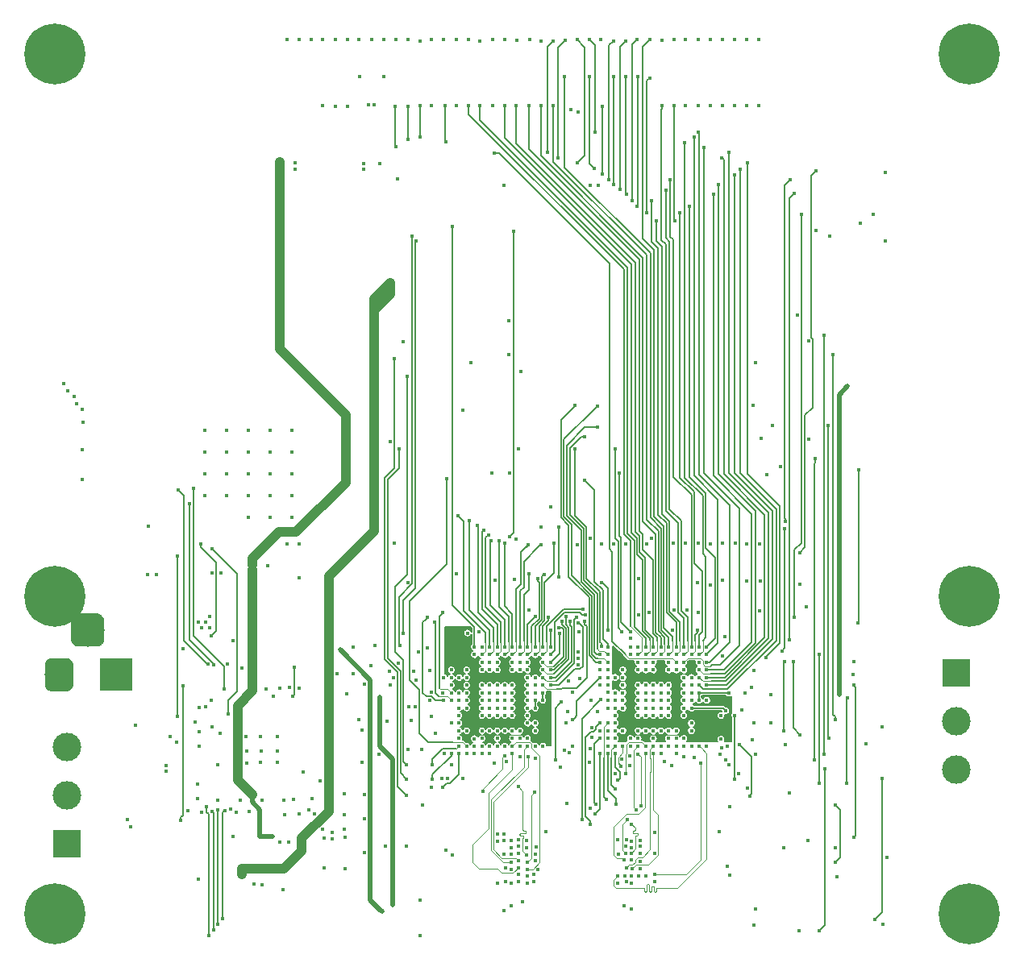
<source format=gbr>
G04 #@! TF.GenerationSoftware,KiCad,Pcbnew,5.0.2+dfsg1-1*
G04 #@! TF.CreationDate,2020-03-08T16:41:42+01:00*
G04 #@! TF.ProjectId,dlp_01,646c705f-3031-42e6-9b69-6361645f7063,rev?*
G04 #@! TF.SameCoordinates,Original*
G04 #@! TF.FileFunction,Copper,L5,Inr*
G04 #@! TF.FilePolarity,Positive*
%FSLAX46Y46*%
G04 Gerber Fmt 4.6, Leading zero omitted, Abs format (unit mm)*
G04 Created by KiCad (PCBNEW 5.0.2+dfsg1-1) date Sun 08 Mar 2020 16:41:42 CET*
%MOMM*%
%LPD*%
G01*
G04 APERTURE LIST*
G04 #@! TA.AperFunction,ViaPad*
%ADD10C,0.800000*%
G04 #@! TD*
G04 #@! TA.AperFunction,ViaPad*
%ADD11C,6.400000*%
G04 #@! TD*
G04 #@! TA.AperFunction,ViaPad*
%ADD12C,3.000000*%
G04 #@! TD*
G04 #@! TA.AperFunction,ViaPad*
%ADD13R,3.000000X3.000000*%
G04 #@! TD*
G04 #@! TA.AperFunction,Conductor*
%ADD14C,0.100000*%
G04 #@! TD*
G04 #@! TA.AperFunction,ViaPad*
%ADD15C,3.500000*%
G04 #@! TD*
G04 #@! TA.AperFunction,ViaPad*
%ADD16R,3.500000X3.500000*%
G04 #@! TD*
G04 #@! TA.AperFunction,ViaPad*
%ADD17C,0.450000*%
G04 #@! TD*
G04 #@! TA.AperFunction,Conductor*
%ADD18C,0.090000*%
G04 #@! TD*
G04 #@! TA.AperFunction,Conductor*
%ADD19C,0.150000*%
G04 #@! TD*
G04 #@! TA.AperFunction,Conductor*
%ADD20C,0.500000*%
G04 #@! TD*
G04 #@! TA.AperFunction,Conductor*
%ADD21C,1.000000*%
G04 #@! TD*
G04 #@! TA.AperFunction,Conductor*
%ADD22C,0.200000*%
G04 #@! TD*
G04 #@! TA.AperFunction,Conductor*
%ADD23C,0.140000*%
G04 #@! TD*
G04 APERTURE END LIST*
D10*
G04 #@! TO.N,GND*
G04 #@! TO.C,H1*
X101255646Y-54964535D03*
X99558590Y-54261591D03*
X97861534Y-54964535D03*
X97158590Y-56661591D03*
X97861534Y-58358647D03*
X99558590Y-59061591D03*
X101255646Y-58358647D03*
X101958590Y-56661591D03*
D11*
X99558590Y-56661591D03*
G04 #@! TD*
D10*
G04 #@! TO.N,GND*
G04 #@! TO.C,H2*
X101257652Y-145302944D03*
X99560596Y-144600000D03*
X97863540Y-145302944D03*
X97160596Y-147000000D03*
X97863540Y-148697056D03*
X99560596Y-149400000D03*
X101257652Y-148697056D03*
X101960596Y-147000000D03*
D11*
X99560596Y-147000000D03*
G04 #@! TD*
D10*
G04 #@! TO.N,GND*
G04 #@! TO.C,H3*
X197232353Y-54954640D03*
X195535297Y-54251696D03*
X193838241Y-54954640D03*
X193135297Y-56651696D03*
X193838241Y-58348752D03*
X195535297Y-59051696D03*
X197232353Y-58348752D03*
X197935297Y-56651696D03*
D11*
X195535297Y-56651696D03*
G04 #@! TD*
D10*
G04 #@! TO.N,GND*
G04 #@! TO.C,H4*
X197232353Y-145302944D03*
X195535297Y-144600000D03*
X193838241Y-145302944D03*
X193135297Y-147000000D03*
X193838241Y-148697056D03*
X195535297Y-149400000D03*
X197232353Y-148697056D03*
X197935297Y-147000000D03*
D11*
X195535297Y-147000000D03*
G04 #@! TD*
D10*
G04 #@! TO.N,GND*
G04 #@! TO.C,H5*
X101257652Y-111975041D03*
X99560596Y-111272097D03*
X97863540Y-111975041D03*
X97160596Y-113672097D03*
X97863540Y-115369153D03*
X99560596Y-116072097D03*
X101257652Y-115369153D03*
X101960596Y-113672097D03*
D11*
X99560596Y-113672097D03*
G04 #@! TD*
D10*
G04 #@! TO.N,GND*
G04 #@! TO.C,H6*
X197258753Y-111952241D03*
X195561697Y-111249297D03*
X193864641Y-111952241D03*
X193161697Y-113649297D03*
X193864641Y-115346353D03*
X195561697Y-116049297D03*
X197258753Y-115346353D03*
X197961697Y-113649297D03*
D11*
X195561697Y-113649297D03*
G04 #@! TD*
D12*
G04 #@! TO.N,/dlp_pmic/LEDx_CATHODE*
G04 #@! TO.C,J4*
X194200000Y-131900000D03*
G04 #@! TO.N,Net-(J4-Pad2)*
X194200000Y-126820000D03*
D13*
G04 #@! TO.N,/dlp_pmic/LED_ANODE*
X194200000Y-121740000D03*
G04 #@! TD*
D12*
G04 #@! TO.N,/dlp_pmic/LED3_CATHODE*
G04 #@! TO.C,J5*
X100800000Y-129540000D03*
G04 #@! TO.N,/dlp_pmic/LED2_CATHODE*
X100800000Y-134620000D03*
D13*
G04 #@! TO.N,/dlp_pmic/LED1_CATHODE*
X100800000Y-139700000D03*
G04 #@! TD*
D14*
G04 #@! TO.N,GND*
G04 #@! TO.C,J3*
G36*
X103960765Y-115454213D02*
X104045704Y-115466813D01*
X104128999Y-115487677D01*
X104209848Y-115516605D01*
X104287472Y-115553319D01*
X104361124Y-115597464D01*
X104430094Y-115648616D01*
X104493718Y-115706282D01*
X104551384Y-115769906D01*
X104602536Y-115838876D01*
X104646681Y-115912528D01*
X104683395Y-115990152D01*
X104712323Y-116071001D01*
X104733187Y-116154296D01*
X104745787Y-116239235D01*
X104750000Y-116325000D01*
X104750000Y-118075000D01*
X104745787Y-118160765D01*
X104733187Y-118245704D01*
X104712323Y-118328999D01*
X104683395Y-118409848D01*
X104646681Y-118487472D01*
X104602536Y-118561124D01*
X104551384Y-118630094D01*
X104493718Y-118693718D01*
X104430094Y-118751384D01*
X104361124Y-118802536D01*
X104287472Y-118846681D01*
X104209848Y-118883395D01*
X104128999Y-118912323D01*
X104045704Y-118933187D01*
X103960765Y-118945787D01*
X103875000Y-118950000D01*
X102125000Y-118950000D01*
X102039235Y-118945787D01*
X101954296Y-118933187D01*
X101871001Y-118912323D01*
X101790152Y-118883395D01*
X101712528Y-118846681D01*
X101638876Y-118802536D01*
X101569906Y-118751384D01*
X101506282Y-118693718D01*
X101448616Y-118630094D01*
X101397464Y-118561124D01*
X101353319Y-118487472D01*
X101316605Y-118409848D01*
X101287677Y-118328999D01*
X101266813Y-118245704D01*
X101254213Y-118160765D01*
X101250000Y-118075000D01*
X101250000Y-116325000D01*
X101254213Y-116239235D01*
X101266813Y-116154296D01*
X101287677Y-116071001D01*
X101316605Y-115990152D01*
X101353319Y-115912528D01*
X101397464Y-115838876D01*
X101448616Y-115769906D01*
X101506282Y-115706282D01*
X101569906Y-115648616D01*
X101638876Y-115597464D01*
X101712528Y-115553319D01*
X101790152Y-115516605D01*
X101871001Y-115487677D01*
X101954296Y-115466813D01*
X102039235Y-115454213D01*
X102125000Y-115450000D01*
X103875000Y-115450000D01*
X103960765Y-115454213D01*
X103960765Y-115454213D01*
G37*
D15*
X103000000Y-117200000D03*
D14*
G36*
X100823513Y-120153611D02*
X100896318Y-120164411D01*
X100967714Y-120182295D01*
X101037013Y-120207090D01*
X101103548Y-120238559D01*
X101166678Y-120276398D01*
X101225795Y-120320242D01*
X101280330Y-120369670D01*
X101329758Y-120424205D01*
X101373602Y-120483322D01*
X101411441Y-120546452D01*
X101442910Y-120612987D01*
X101467705Y-120682286D01*
X101485589Y-120753682D01*
X101496389Y-120826487D01*
X101500000Y-120900000D01*
X101500000Y-122900000D01*
X101496389Y-122973513D01*
X101485589Y-123046318D01*
X101467705Y-123117714D01*
X101442910Y-123187013D01*
X101411441Y-123253548D01*
X101373602Y-123316678D01*
X101329758Y-123375795D01*
X101280330Y-123430330D01*
X101225795Y-123479758D01*
X101166678Y-123523602D01*
X101103548Y-123561441D01*
X101037013Y-123592910D01*
X100967714Y-123617705D01*
X100896318Y-123635589D01*
X100823513Y-123646389D01*
X100750000Y-123650000D01*
X99250000Y-123650000D01*
X99176487Y-123646389D01*
X99103682Y-123635589D01*
X99032286Y-123617705D01*
X98962987Y-123592910D01*
X98896452Y-123561441D01*
X98833322Y-123523602D01*
X98774205Y-123479758D01*
X98719670Y-123430330D01*
X98670242Y-123375795D01*
X98626398Y-123316678D01*
X98588559Y-123253548D01*
X98557090Y-123187013D01*
X98532295Y-123117714D01*
X98514411Y-123046318D01*
X98503611Y-122973513D01*
X98500000Y-122900000D01*
X98500000Y-120900000D01*
X98503611Y-120826487D01*
X98514411Y-120753682D01*
X98532295Y-120682286D01*
X98557090Y-120612987D01*
X98588559Y-120546452D01*
X98626398Y-120483322D01*
X98670242Y-120424205D01*
X98719670Y-120369670D01*
X98774205Y-120320242D01*
X98833322Y-120276398D01*
X98896452Y-120238559D01*
X98962987Y-120207090D01*
X99032286Y-120182295D01*
X99103682Y-120164411D01*
X99176487Y-120153611D01*
X99250000Y-120150000D01*
X100750000Y-120150000D01*
X100823513Y-120153611D01*
X100823513Y-120153611D01*
G37*
D12*
X100000000Y-121900000D03*
D16*
G04 #@! TO.N,Net-(C93-Pad1)*
X106000000Y-121900000D03*
G04 #@! TD*
D17*
G04 #@! TO.N,+1V1*
X166400000Y-127000000D03*
X166400000Y-127800000D03*
X164800000Y-127800000D03*
X164800000Y-128600000D03*
X163200000Y-127800000D03*
X161600000Y-127800000D03*
X159200000Y-127800000D03*
X158400000Y-127800000D03*
X158400000Y-126200000D03*
X158400000Y-124600000D03*
X159200000Y-123800000D03*
X159200000Y-122200000D03*
X158400000Y-122200000D03*
X160800000Y-121400000D03*
X161600000Y-121400000D03*
X164000000Y-121400000D03*
X165600000Y-122200000D03*
X165600000Y-123800000D03*
X166400000Y-123000000D03*
X149200000Y-123800000D03*
X148400000Y-128600000D03*
X145200000Y-121400000D03*
X142800000Y-123800000D03*
X145200000Y-127800000D03*
X142000000Y-127800000D03*
X150000000Y-127800000D03*
X142000000Y-122200000D03*
X150000000Y-127000000D03*
X142000000Y-124600000D03*
X146800000Y-127800000D03*
X142800000Y-127800000D03*
X144400000Y-121400000D03*
X147600000Y-121400000D03*
X148400000Y-127800000D03*
X142800000Y-122200000D03*
X142000000Y-126200000D03*
X150000000Y-123000000D03*
X149200000Y-122200000D03*
X169700000Y-119900000D03*
X155773000Y-129697000D03*
X128700000Y-138500000D03*
X128669033Y-139148000D03*
X137500000Y-122500000D03*
X139100000Y-126272990D03*
X154535054Y-120200000D03*
X153474907Y-122602990D03*
X172000000Y-123800000D03*
X169500000Y-128700000D03*
G04 #@! TO.N,GND*
X119687000Y-131210000D03*
X119587000Y-128410000D03*
X122887000Y-131110000D03*
X122887000Y-128410000D03*
X121187000Y-128410000D03*
X121187000Y-131110000D03*
X122887000Y-129910000D03*
X119687000Y-129910000D03*
X116100000Y-111250000D03*
X117000000Y-111250000D03*
X110200000Y-111350000D03*
X162400000Y-124600000D03*
X161600000Y-124600000D03*
X160800000Y-124600000D03*
X162400000Y-123800000D03*
X161600000Y-123800000D03*
X160800000Y-123800000D03*
X162400000Y-125400000D03*
X161600000Y-125400000D03*
X160800000Y-125400000D03*
X160800000Y-126200000D03*
X161600000Y-126200000D03*
X162400000Y-126200000D03*
X163200000Y-125400000D03*
X163200000Y-124600000D03*
X163200000Y-123800000D03*
X164000000Y-123800000D03*
X164000000Y-124600000D03*
X164000000Y-125400000D03*
X163200000Y-126200000D03*
X164000000Y-126200000D03*
X160800000Y-123000000D03*
X161600000Y-123000000D03*
X162400000Y-123000000D03*
X163200000Y-123000000D03*
X164000000Y-123000000D03*
X165600000Y-124600000D03*
X165600000Y-125400000D03*
X165600000Y-126200000D03*
X165600000Y-128600000D03*
X164000000Y-128600000D03*
X164000000Y-127800000D03*
X162400000Y-127800000D03*
X162400000Y-128600000D03*
X160800000Y-127800000D03*
X160800000Y-128600000D03*
X158400000Y-127000000D03*
X159200000Y-125400000D03*
X158400000Y-125400000D03*
X159200000Y-124600000D03*
X158400000Y-123800000D03*
X159200000Y-123000000D03*
X159200000Y-121400000D03*
X162400000Y-121400000D03*
X164800000Y-121400000D03*
X165600000Y-121400000D03*
X166400000Y-122200000D03*
X165600000Y-123000000D03*
X166400000Y-123800000D03*
X146000000Y-123000000D03*
X149200000Y-123000000D03*
X146000000Y-123800000D03*
X146000000Y-126200000D03*
X147600000Y-128600000D03*
X146000000Y-121400000D03*
X147600000Y-126200000D03*
X142000000Y-123800000D03*
X147600000Y-123000000D03*
X144400000Y-125400000D03*
X145200000Y-123000000D03*
X146000000Y-128600000D03*
X144400000Y-128600000D03*
X146000000Y-125400000D03*
X146800000Y-126200000D03*
X142800000Y-121400000D03*
X148400000Y-121400000D03*
X142000000Y-125400000D03*
X149200000Y-124600000D03*
X146800000Y-123800000D03*
X149200000Y-128600000D03*
X145200000Y-125400000D03*
X142800000Y-124600000D03*
X147600000Y-124600000D03*
X142000000Y-127000000D03*
X147600000Y-125400000D03*
X142800000Y-123000000D03*
X147600000Y-127800000D03*
X146000000Y-124600000D03*
X142800000Y-125400000D03*
X150000000Y-122200000D03*
X145200000Y-126200000D03*
X150000000Y-123800000D03*
X146800000Y-123000000D03*
X145200000Y-124600000D03*
X149200000Y-126200000D03*
X146800000Y-124600000D03*
X145200000Y-123800000D03*
X149200000Y-121400000D03*
X144400000Y-123800000D03*
X144400000Y-126200000D03*
X146800000Y-125400000D03*
X144400000Y-123000000D03*
X149200000Y-127000000D03*
X146000000Y-127800000D03*
X147600000Y-123800000D03*
X149200000Y-125400000D03*
X144400000Y-124600000D03*
X144400000Y-127800000D03*
X162520000Y-143670000D03*
X158630000Y-143840000D03*
X161030000Y-140690000D03*
X146000000Y-143830000D03*
X147480000Y-142350000D03*
X147480000Y-140780000D03*
X146740000Y-138640000D03*
X146000000Y-139380000D03*
X146000000Y-138640000D03*
X162510000Y-138470000D03*
X147480000Y-139322991D03*
X134300000Y-139900000D03*
X127800000Y-142200000D03*
X130000000Y-142300000D03*
X107200000Y-137100000D03*
X114500000Y-134900000D03*
X114500000Y-133400000D03*
X123700000Y-136600000D03*
X120000000Y-136300000D03*
X119200000Y-121200000D03*
X116000000Y-124600000D03*
X124200000Y-123200000D03*
X133600000Y-130300000D03*
X119900000Y-105380000D03*
X122190000Y-105380000D03*
X122190000Y-103090000D03*
X124480000Y-103090000D03*
X119900000Y-103090000D03*
X117610000Y-103090000D03*
X117610000Y-100800000D03*
X119900000Y-100800000D03*
X122190000Y-100800000D03*
X115320000Y-98510000D03*
X117610000Y-98510000D03*
X119900000Y-98510000D03*
X122190000Y-98510000D03*
X122190000Y-96220000D03*
X119900000Y-96220000D03*
X109400000Y-106300000D03*
X109300000Y-111350000D03*
X136600000Y-129800000D03*
X139499998Y-128100000D03*
X142900000Y-117527000D03*
X169600000Y-129600000D03*
X153230254Y-126927010D03*
X150050000Y-140750000D03*
X176260000Y-129240000D03*
X184700000Y-129200000D03*
X176100000Y-140100000D03*
X186900000Y-141100000D03*
X181700000Y-143100000D03*
X181500000Y-140100000D03*
X178600000Y-139300000D03*
X186400000Y-127400000D03*
X131500000Y-126600000D03*
X134400000Y-126773000D03*
X121300000Y-144000000D03*
X114600000Y-143400000D03*
X116700000Y-131400000D03*
X121200000Y-129900000D03*
X152600000Y-131627000D03*
X158400000Y-132280000D03*
X108000000Y-127210000D03*
X148200000Y-98200000D03*
X142400000Y-94100000D03*
X147200000Y-84700000D03*
X178755000Y-97195000D03*
X172900000Y-93600000D03*
X177500000Y-84100000D03*
X174700000Y-127000000D03*
X155933107Y-128470763D03*
X137899998Y-149300000D03*
X173000000Y-121427000D03*
X127702002Y-138102000D03*
X158717200Y-140765213D03*
X172280995Y-133837111D03*
X115000000Y-136400000D03*
X161002010Y-139295399D03*
X161000000Y-142316607D03*
X132097990Y-137027000D03*
X132097990Y-134500000D03*
X150284503Y-142384503D03*
X151142070Y-138422863D03*
X158679021Y-139282873D03*
X136600000Y-112200000D03*
X169881031Y-117900000D03*
X123900000Y-108200000D03*
X125195000Y-108205000D03*
X141729999Y-111300000D03*
X147998065Y-107698065D03*
X139100000Y-62100000D03*
X145500000Y-62100000D03*
X144200000Y-55300000D03*
X150600000Y-55300000D03*
X183500000Y-120500000D03*
X121700000Y-123400000D03*
X135500000Y-69800000D03*
X165800000Y-62100000D03*
X123900000Y-55200000D03*
X125200000Y-55200000D03*
X137900000Y-55299994D03*
X156900000Y-55200000D03*
X165800000Y-55200000D03*
X160028200Y-118100000D03*
X168400000Y-112477019D03*
X164373000Y-117200000D03*
X123500000Y-144500004D03*
X167100000Y-115400001D03*
X114700000Y-125397990D03*
X114727010Y-127900000D03*
X114727010Y-129400008D03*
X133200000Y-118800000D03*
X118300000Y-118350000D03*
X155900000Y-124600000D03*
X153096120Y-129818846D03*
X171700000Y-125599996D03*
X107500000Y-137900000D03*
X120500000Y-143900008D03*
X153300000Y-135400000D03*
X139103058Y-133703058D03*
X172935963Y-148257010D03*
X129990000Y-134390000D03*
X149325000Y-115100000D03*
X113000000Y-119170999D03*
X135661563Y-120665447D03*
X173527010Y-108200000D03*
X154400000Y-108272990D03*
X135172990Y-108100000D03*
X139059321Y-123745989D03*
X144098058Y-117401942D03*
X154572990Y-117358192D03*
X154698065Y-122298065D03*
X169500000Y-126200000D03*
X167104021Y-108100000D03*
X161962044Y-115327010D03*
X160831022Y-111827010D03*
G04 #@! TO.N,+1V8*
X170027000Y-130820000D03*
X170337000Y-131400000D03*
X169387000Y-130290000D03*
X165600000Y-127800000D03*
X166400000Y-128600000D03*
X163200000Y-128600000D03*
X161590324Y-128609676D03*
X159180401Y-127000001D03*
X159190324Y-126209676D03*
X158400000Y-123000000D03*
X160000000Y-121400000D03*
X163200000Y-121400000D03*
X163200000Y-120600000D03*
X166400000Y-120600000D03*
X166400000Y-121400000D03*
X146800000Y-128600000D03*
X149200000Y-127800000D03*
X142000000Y-123000000D03*
X150000000Y-120600000D03*
X142800000Y-126200000D03*
X146800000Y-120600000D03*
X145200000Y-128600000D03*
X142800000Y-127000000D03*
X150000000Y-121400000D03*
X146800000Y-121400000D03*
X143600000Y-121400000D03*
X150000000Y-128600000D03*
X162510000Y-140700000D03*
X149880000Y-143660000D03*
X149880000Y-142920000D03*
X149140000Y-143830000D03*
X148230000Y-143660000D03*
X149140000Y-143090000D03*
X146910000Y-142180000D03*
X146750000Y-140780000D03*
X146740000Y-139322991D03*
X140409676Y-130197000D03*
X159380000Y-143090000D03*
X170400000Y-135800000D03*
X136700000Y-125300000D03*
X111250000Y-132050000D03*
X111250005Y-131450005D03*
X172700000Y-123200000D03*
X137900000Y-145600000D03*
X129200000Y-121800000D03*
X132000000Y-68800000D03*
X132000000Y-68200000D03*
X117700000Y-120800000D03*
X142427000Y-132790000D03*
X140800000Y-132770000D03*
X130873715Y-121834953D03*
X140154011Y-132783986D03*
X170200000Y-129400000D03*
X155800000Y-135900000D03*
X173091808Y-146520000D03*
X135145990Y-122200000D03*
X138150000Y-135610000D03*
X141240000Y-131390000D03*
X155800007Y-70500007D03*
X156600070Y-70500000D03*
X178500000Y-114800000D03*
X151600000Y-104300000D03*
X140800000Y-117100000D03*
X142000000Y-117100000D03*
X169900000Y-127345990D03*
G04 #@! TO.N,Net-(C10-Pad2)*
X166400000Y-124600000D03*
X166400001Y-125419599D03*
X170000000Y-125700000D03*
G04 #@! TO.N,Net-(C10-Pad1)*
X167200000Y-123800000D03*
X167200000Y-124600000D03*
X170321144Y-123827489D03*
G04 #@! TO.N,Net-(C33-Pad1)*
X150800000Y-124600000D03*
X150800000Y-123800000D03*
X153908355Y-123781738D03*
G04 #@! TO.N,Net-(C33-Pad2)*
X150000001Y-125419599D03*
X150000000Y-124600000D03*
X153400000Y-125795979D03*
G04 #@! TO.N,Net-(C48-Pad2)*
X124112500Y-139512500D03*
X123200000Y-139500000D03*
G04 #@! TO.N,+12V*
X118300000Y-138900000D03*
X123200000Y-123300000D03*
X125200000Y-123300000D03*
X125600000Y-132100000D03*
X127800000Y-139100000D03*
X130000000Y-139000000D03*
X115320000Y-96220000D03*
X117610000Y-96220000D03*
X115400000Y-116400000D03*
X115000000Y-117000000D03*
X115800000Y-117000000D03*
X115800000Y-115800000D03*
X125200000Y-136500000D03*
X114627010Y-116400000D03*
X116031113Y-127391874D03*
X113499990Y-136200000D03*
G04 #@! TO.N,+5V*
X122400000Y-138900000D03*
X121100000Y-138900000D03*
X130100000Y-96700000D03*
X120300000Y-110900000D03*
X120300000Y-110400000D03*
X123200000Y-68700000D03*
X123200000Y-68000000D03*
G04 #@! TO.N,/dmd/VRESET*
X160110000Y-143840000D03*
X146910000Y-143670000D03*
X160100000Y-146500000D03*
X146754001Y-146654001D03*
X132097990Y-140600000D03*
G04 #@! TO.N,Net-(C61-Pad2)*
X119000000Y-135100000D03*
G04 #@! TO.N,/dlp_pmic/VBIAS*
X159560000Y-143660000D03*
X147490000Y-143840000D03*
X126800000Y-136500000D03*
X129947998Y-138102000D03*
X159300000Y-146227000D03*
X147472999Y-146227001D03*
G04 #@! TO.N,/dlp_pmic/SUP_2P5V*
X121300000Y-135100000D03*
G04 #@! TO.N,/dmd/VOFFSET*
X148230000Y-142920000D03*
X126200000Y-136100012D03*
X148700000Y-145800000D03*
X129950000Y-136600000D03*
X136500000Y-139900000D03*
G04 #@! TO.N,Net-(C71-Pad2)*
X126600000Y-134900000D03*
G04 #@! TO.N,/dlp_pmic/SUP_5P0V*
X124600000Y-135000000D03*
X123600000Y-135100000D03*
G04 #@! TO.N,Net-(C76-Pad2)*
X116700000Y-135100000D03*
G04 #@! TO.N,Net-(C79-Pad2)*
X124500000Y-124200000D03*
X124700000Y-121100000D03*
G04 #@! TO.N,Net-(C84-Pad2)*
X127400000Y-133100000D03*
G04 #@! TO.N,/dlp_pmic/LED_ANODE*
X129500000Y-119300000D03*
X133900000Y-146800000D03*
G04 #@! TO.N,+3V3*
X134800000Y-81900000D03*
X134800000Y-81300000D03*
X119200000Y-142300000D03*
X119200000Y-142900000D03*
X146700000Y-70500000D03*
X133700000Y-68200000D03*
X124800000Y-68800000D03*
X124800000Y-68100000D03*
X134800000Y-80700000D03*
X174700000Y-124000000D03*
X181900000Y-124000000D03*
X182800000Y-91600000D03*
X173100003Y-89111082D03*
X143282995Y-89099995D03*
X160831022Y-115600000D03*
X128300000Y-111580000D03*
G04 #@! TO.N,/dlp_pmic/LED1_CATHODE*
X131800000Y-131100000D03*
G04 #@! TO.N,/dlp_pmic/LED2_CATHODE*
X131800000Y-127700000D03*
G04 #@! TO.N,/dlp_pmic/LED3_CATHODE*
X130200000Y-123900000D03*
G04 #@! TO.N,/application_connectors/BP*
X173500000Y-55200000D03*
G04 #@! TO.N,/application_connectors/MEMS_INTn*
X173500000Y-62100000D03*
G04 #@! TO.N,/application_connectors/I2C0_SCL*
X172200000Y-55200000D03*
G04 #@! TO.N,/application_connectors/HDMI_INT*
X172200000Y-62100000D03*
G04 #@! TO.N,/application_connectors/I2C0_SDA*
X170900000Y-55200000D03*
G04 #@! TO.N,/application_connectors/I2S_Din*
X170900000Y-62100000D03*
G04 #@! TO.N,/application_connectors/I2S_Dout*
X169700000Y-55200000D03*
G04 #@! TO.N,/application_connectors/I2S_FSYNC_IN*
X169700000Y-62100000D03*
G04 #@! TO.N,/application_connectors/I2S_FSYNC_OUT*
X168400000Y-55200000D03*
G04 #@! TO.N,/application_connectors/I2S_SCLK*
X168400000Y-62100000D03*
G04 #@! TO.N,/application_connectors/LCD_VSYNC*
X167100000Y-55200000D03*
G04 #@! TO.N,/application_connectors/LCD_HSYNC*
X167100000Y-62100000D03*
G04 #@! TO.N,/application_connectors/LCD_PCLK*
X164600000Y-55200000D03*
G04 #@! TO.N,/application_connectors/LCD_DATA13*
X164800000Y-119800000D03*
X164600000Y-62100000D03*
X162700000Y-74200000D03*
X164700000Y-74200000D03*
G04 #@! TO.N,/application_connectors/LCD_DE*
X163300000Y-55250000D03*
G04 #@! TO.N,/application_connectors/LCD_DATA12*
X165600000Y-119000000D03*
X163300000Y-62100000D03*
G04 #@! TO.N,/application_connectors/LCD_DATA15*
X164000000Y-119800000D03*
X162000000Y-55200000D03*
G04 #@! TO.N,/application_connectors/LCD_DATA9*
X167200000Y-119000000D03*
X162000000Y-59200000D03*
X161700000Y-73400000D03*
X165200002Y-73400000D03*
G04 #@! TO.N,/application_connectors/LCD_DATA14*
X164800000Y-119000000D03*
X160700000Y-55200000D03*
X160200000Y-72100000D03*
X162200000Y-72100000D03*
G04 #@! TO.N,/application_connectors/LCD_DATA8*
X168000000Y-119000000D03*
X160800000Y-59100000D03*
X160700000Y-72700000D03*
X166200000Y-72700000D03*
G04 #@! TO.N,/application_connectors/LCD_DATA11*
X165600000Y-119800000D03*
X159500000Y-55300000D03*
X158900000Y-70900000D03*
X163700002Y-71000000D03*
G04 #@! TO.N,/application_connectors/LCD_DATA5*
X168000000Y-121400000D03*
X168699996Y-71400000D03*
X159500000Y-59100000D03*
X159600000Y-71400000D03*
G04 #@! TO.N,/application_connectors/LCD_DATA10*
X166400000Y-119000000D03*
X158200000Y-55300000D03*
X157700000Y-69900000D03*
X164172990Y-69900000D03*
G04 #@! TO.N,/application_connectors/LCD_DATA4*
X167200000Y-121400000D03*
X169200000Y-70400000D03*
X158200000Y-59100000D03*
X158200000Y-70400004D03*
G04 #@! TO.N,/application_connectors/LCD_DATA1*
X168000000Y-123000000D03*
X170900000Y-69400000D03*
X157027000Y-62200000D03*
X157081106Y-69276912D03*
G04 #@! TO.N,/application_connectors/LCD_DATA7*
X168000000Y-120600000D03*
X155700000Y-55200000D03*
X156300000Y-64900000D03*
X167100000Y-64900000D03*
G04 #@! TO.N,/application_connectors/LCD_DATA0*
X167200000Y-123000000D03*
X171500000Y-68800000D03*
X155700000Y-59100000D03*
X156200000Y-68700000D03*
G04 #@! TO.N,/application_connectors/LCD_DATA6*
X167200000Y-120600000D03*
X154400000Y-68100000D03*
X172300000Y-68100000D03*
X174200006Y-120100000D03*
X154400000Y-55200000D03*
G04 #@! TO.N,/application_connectors/LCD_DATA3*
X168000000Y-122200000D03*
X169600000Y-67600000D03*
X153150000Y-55250000D03*
X152400006Y-67600000D03*
G04 #@! TO.N,/application_connectors/IO_B34_LN11*
X164000000Y-119000000D03*
X153100000Y-59100000D03*
G04 #@! TO.N,/application_connectors/LCD_DATA2*
X167200000Y-122200000D03*
X170300000Y-67000000D03*
X151900000Y-55300000D03*
X151300000Y-67000000D03*
G04 #@! TO.N,/application_connectors/IO_B34_LP11*
X163200000Y-119800000D03*
X151900000Y-62100000D03*
G04 #@! TO.N,/application_connectors/IO_B34_LN8*
X163200000Y-119000000D03*
X150600000Y-62100000D03*
G04 #@! TO.N,/application_connectors/IO_B34_LN7*
X149400000Y-55200000D03*
G04 #@! TO.N,/application_connectors/IO_B34_LP8*
X162400000Y-119800000D03*
X149300000Y-62100000D03*
G04 #@! TO.N,/application_connectors/IO_B34_LP7*
X148050000Y-55250000D03*
G04 #@! TO.N,/application_connectors/IO_B34_LN6*
X162400000Y-119000000D03*
X148000000Y-62100000D03*
G04 #@! TO.N,/application_connectors/IO_B34_LN5*
X146800000Y-55200000D03*
G04 #@! TO.N,/application_connectors/IO_B34_LP6*
X161600000Y-119800000D03*
X146800000Y-62100000D03*
G04 #@! TO.N,/application_connectors/IO_B34_LP5*
X145500000Y-55200000D03*
G04 #@! TO.N,/application_connectors/IO_B34_LN4*
X161600000Y-119000000D03*
X144200000Y-62100000D03*
G04 #@! TO.N,/application_connectors/IO_B34_LN3*
X143000000Y-55200000D03*
G04 #@! TO.N,/application_connectors/IO_B34_LP4*
X160800000Y-119800000D03*
X143000000Y-62100000D03*
G04 #@! TO.N,/application_connectors/IO_B34_LP3*
X141700000Y-55200000D03*
G04 #@! TO.N,/application_connectors/IO_B34_LN2*
X141700000Y-62100000D03*
G04 #@! TO.N,/application_connectors/IO_B34_LN1*
X140400000Y-55200000D03*
G04 #@! TO.N,/application_connectors/IO_B34_LP1*
X139100000Y-55200000D03*
G04 #@! TO.N,/application_connectors/IO_B13_LN21*
X136600000Y-55200000D03*
G04 #@! TO.N,/application_connectors/IO_B13_LP21*
X135400000Y-55200000D03*
G04 #@! TO.N,/application_connectors/IO_B13_LN14*
X134100000Y-55200000D03*
G04 #@! TO.N,/application_connectors/IO_B13_LP13*
X134100000Y-59100000D03*
G04 #@! TO.N,/application_connectors/IO_B13_LP14*
X132800000Y-55200000D03*
G04 #@! TO.N,/application_connectors/JTAG_NTRST*
X131500000Y-55200000D03*
G04 #@! TO.N,/application_connectors/IO_B13_LN12*
X131600000Y-59100018D03*
G04 #@! TO.N,/application_connectors/JTAG_TDO*
X130300000Y-55200000D03*
G04 #@! TO.N,/application_connectors/IO_B13_LP12*
X130300000Y-62200000D03*
G04 #@! TO.N,/application_connectors/JTAG_TDI*
X129000000Y-55200000D03*
G04 #@! TO.N,/application_connectors/IO_B13_LN11*
X129000000Y-62200000D03*
G04 #@! TO.N,/application_connectors/JTAG_TMS*
X127700000Y-55200000D03*
G04 #@! TO.N,/application_connectors/IO_B13_LP11*
X127700000Y-62100000D03*
G04 #@! TO.N,/application_connectors/JTAG_TCK*
X126500000Y-55200000D03*
G04 #@! TO.N,/application_connectors/CONTR0_SCL*
X176800000Y-69900000D03*
X186800000Y-69100000D03*
X176246334Y-105800000D03*
G04 #@! TO.N,/application_connectors/CONTR0_SDA*
X177750000Y-109100000D03*
X179500000Y-69000000D03*
G04 #@! TO.N,/application_connectors/IO_B35_LP2*
X144400000Y-119800000D03*
X141900000Y-105199998D03*
G04 #@! TO.N,/application_connectors/IO_B35_LN2*
X145200000Y-119000000D03*
X143100000Y-105700000D03*
G04 #@! TO.N,/application_connectors/IO_B35_LP4*
X145200000Y-119800000D03*
X143900000Y-106227010D03*
G04 #@! TO.N,/application_connectors/IO_B35_LN4*
X144600000Y-106700004D03*
X146000000Y-119000000D03*
G04 #@! TO.N,/application_connectors/IO_B35_LP6*
X146000000Y-119800000D03*
X145100000Y-107200000D03*
G04 #@! TO.N,/application_connectors/IO_B35_LN6*
X146800000Y-119000000D03*
X145400000Y-107800000D03*
G04 #@! TO.N,/application_connectors/IO_B35_LP8*
X146800000Y-119800000D03*
X146200000Y-107799994D03*
G04 #@! TO.N,/application_connectors/IO_B35_LN8*
X147600000Y-119000000D03*
X146800000Y-108100000D03*
G04 #@! TO.N,/application_connectors/IO_B35_LP10*
X147600000Y-119800000D03*
X149248058Y-108248058D03*
G04 #@! TO.N,/application_connectors/IO_B35_LN10*
X148400000Y-119000000D03*
X150584258Y-108211857D03*
G04 #@! TO.N,/application_connectors/IO_B35_LP14*
X148400000Y-119800000D03*
X149300000Y-111300000D03*
X155808031Y-107572990D03*
G04 #@! TO.N,/application_connectors/IO_B35_LN14*
X149200000Y-119000000D03*
X150000000Y-115800000D03*
X156972990Y-108200000D03*
G04 #@! TO.N,/application_connectors/IO_B35_LP16*
X149200000Y-119800000D03*
X158231022Y-108200000D03*
X150277002Y-111772967D03*
G04 #@! TO.N,/application_connectors/IO_B35_LN16*
X150000000Y-119000000D03*
X150908007Y-111391989D03*
X159500000Y-108200000D03*
G04 #@! TO.N,/application_connectors/IO_B35_LP18*
X150800000Y-119000000D03*
X161662052Y-108200000D03*
X151408033Y-115913426D03*
G04 #@! TO.N,/application_connectors/IO_B35_LN18*
X151600000Y-119000000D03*
X151645988Y-117199321D03*
X162195999Y-107600000D03*
G04 #@! TO.N,/application_connectors/IO_B35_LP20*
X151600000Y-120600000D03*
X164527010Y-108100000D03*
X152518969Y-117601169D03*
G04 #@! TO.N,/application_connectors/IO_B35_LN20*
X150800000Y-120600000D03*
X165800000Y-108100000D03*
X152500000Y-117000000D03*
G04 #@! TO.N,/application_connectors/IO_B35_LP22*
X168400000Y-108200000D03*
X151600000Y-121400000D03*
X152816066Y-116275640D03*
G04 #@! TO.N,/application_connectors/IO_B35_LN22*
X150800000Y-121400000D03*
X169700000Y-108100000D03*
X153241568Y-115810388D03*
G04 #@! TO.N,/application_connectors/IO_B35_LP24*
X151600000Y-122200000D03*
X171018956Y-108100000D03*
X153670078Y-116256277D03*
G04 #@! TO.N,/application_connectors/IO_B35_LP23*
X150800000Y-123000000D03*
X172200000Y-112100000D03*
X155200000Y-116300000D03*
G04 #@! TO.N,/application_connectors/IO_B35_LN24*
X150800000Y-122200000D03*
X172200000Y-108200000D03*
X154297086Y-115894222D03*
G04 #@! TO.N,/application_connectors/IO_B35_LN23*
X151600000Y-123000000D03*
X173527010Y-115200000D03*
X154524090Y-116450669D03*
G04 #@! TO.N,/dlp_pmic/LEDx_CATHODE*
X133652002Y-124273000D03*
X135000000Y-146100000D03*
G04 #@! TO.N,/MTR_SENS_POWER_OUT*
X176700000Y-134300000D03*
G04 #@! TO.N,/SENS_FOCUS*
X115700000Y-149300000D03*
X179800000Y-148799999D03*
X180400000Y-131800000D03*
X115500000Y-135800000D03*
G04 #@! TO.N,/SENS_LABB*
X186400000Y-132800000D03*
X185700000Y-147600000D03*
X117200000Y-147500000D03*
X117400000Y-136200000D03*
G04 #@! TO.N,/LS2_PWR*
X182700000Y-133300000D03*
X182800000Y-124300000D03*
X157607608Y-123783009D03*
G04 #@! TO.N,/SENS_WPC*
X116700000Y-136100000D03*
X116700000Y-148100000D03*
X177730000Y-148780000D03*
G04 #@! TO.N,/SENS_THERM*
X116200000Y-148700000D03*
X186500000Y-148100000D03*
X116100000Y-136300000D03*
G04 #@! TO.N,/THERM_PWR*
X181500000Y-141600000D03*
X181500000Y-135600000D03*
X156881772Y-124542348D03*
X154900000Y-137100000D03*
G04 #@! TO.N,Net-(Q1-Pad1)*
X115320000Y-103090000D03*
G04 #@! TO.N,/dlp_controller/SPI1_CSZ0*
X113672990Y-103900000D03*
X116200000Y-120900000D03*
G04 #@! TO.N,Net-(R1-Pad1)*
X176100000Y-127773000D03*
X176200000Y-120499992D03*
X156800544Y-127800521D03*
G04 #@! TO.N,Net-(R2-Pad1)*
X157600000Y-127800000D03*
X177800000Y-128200000D03*
X177100000Y-120500008D03*
G04 #@! TO.N,/dlp_controller/SPI1_DOUT*
X112500000Y-102500000D03*
X115600000Y-120800000D03*
G04 #@! TO.N,/dlp_controller/SPI1_CLK*
X117300000Y-123400000D03*
X114100000Y-102327010D03*
G04 #@! TO.N,Net-(R3-Pad1)*
X156800000Y-128600000D03*
X156350000Y-135502002D03*
X179800000Y-133350000D03*
X179827010Y-119730000D03*
G04 #@! TO.N,/dlp_controller/dlp_controller_gpio/SLAVE_ID*
X141200000Y-127000000D03*
X137000000Y-126700000D03*
G04 #@! TO.N,/dlp_controller/dlp_controller_gpio/HBT_IDAT*
X156800000Y-122200000D03*
X137400000Y-125300000D03*
X153942581Y-126642580D03*
G04 #@! TO.N,/dlp_controller/dlp_controller_gpio/sHBT_OCLK*
X141200000Y-121400000D03*
X138900000Y-121450000D03*
G04 #@! TO.N,/dlp_controller/dlp_controller_gpio/HBT_ICLK*
X157600000Y-122200000D03*
X137229726Y-121588057D03*
G04 #@! TO.N,Net-(R10-Pad1)*
X157600000Y-127000000D03*
X157480000Y-135010000D03*
G04 #@! TO.N,/dlp_controller/dlp_controller_gpio/sHBT_IDAT*
X140400000Y-122200000D03*
X134800000Y-123000000D03*
G04 #@! TO.N,/dlp_controller/dlp_controller_gpio/HBT_ODAT*
X156800000Y-121400000D03*
X132097990Y-122900000D03*
G04 #@! TO.N,/dlp_controller/dlp_controller_gpio/HBT_OCLK*
X157600000Y-121400000D03*
X132736501Y-120917350D03*
G04 #@! TO.N,/dlp_controller/dlp_controller_gpio/sHBT_ICLK*
X141200000Y-122200000D03*
X134700000Y-121519458D03*
G04 #@! TO.N,/dlp_controller/dlp_controller_gpio/SEQ_SYNC*
X157600000Y-123000000D03*
X141200000Y-123000000D03*
X138900000Y-124600000D03*
G04 #@! TO.N,/dlp_controller/dlp_controller_config/mSPI_CSZO*
X180772990Y-95700000D03*
X180800000Y-128600002D03*
X101600000Y-92700000D03*
X174944990Y-95700000D03*
X173720000Y-97080000D03*
X172793126Y-128741673D03*
G04 #@! TO.N,/dlp_controller/dlp_controller_config/mSPI_CLK*
X173100000Y-130300000D03*
X180300000Y-130300000D03*
X180300000Y-86200000D03*
G04 #@! TO.N,Net-(R16-Pad1)*
X168000000Y-124600000D03*
X152100000Y-130900000D03*
X152700000Y-124800010D03*
X155727010Y-131100000D03*
G04 #@! TO.N,Net-(R17-Pad1)*
X160000000Y-119000000D03*
X173600000Y-112057968D03*
G04 #@! TO.N,Net-(R18-Pad2)*
X160800000Y-119000000D03*
X177750000Y-112400000D03*
G04 #@! TO.N,/application_connectors/mHOST_IRQ*
X162400000Y-120600000D03*
X152499992Y-106400000D03*
X152495990Y-111600000D03*
X175900000Y-119400000D03*
X176200000Y-106600000D03*
G04 #@! TO.N,/dlp_controller/dlp_controller_config/mSPI_MISO*
X159200000Y-129400000D03*
X159000000Y-131500000D03*
X179300000Y-130899996D03*
X179400000Y-99200000D03*
X101800000Y-93400000D03*
X175772990Y-100020000D03*
G04 #@! TO.N,Net-(R23-Pad1)*
X157600000Y-130200000D03*
X172510000Y-134670000D03*
X171430000Y-129240000D03*
X158471950Y-135500000D03*
G04 #@! TO.N,/dlp_controller/dlp_controller_config/mSPI_MOSI*
X173000000Y-127000000D03*
X181500000Y-126600000D03*
X100900000Y-92100000D03*
X178700000Y-86850000D03*
X181300000Y-88300000D03*
G04 #@! TO.N,Net-(R25-Pad1)*
X158400000Y-129400000D03*
X170930000Y-132920000D03*
X158380000Y-133900000D03*
X170950000Y-126190000D03*
G04 #@! TO.N,/dlp_controller/LED_SEL_0*
X157600000Y-129400000D03*
X111700000Y-128400000D03*
X153600000Y-130100000D03*
G04 #@! TO.N,Net-(R27-Pad1)*
X158400000Y-130200000D03*
X171357000Y-132330000D03*
X158673065Y-133003065D03*
G04 #@! TO.N,Net-(R28-Pad1)*
X160800000Y-120600000D03*
X177200000Y-115900000D03*
X185500000Y-73500000D03*
X177927001Y-73572999D03*
G04 #@! TO.N,Net-(R29-Pad2)*
X161600000Y-120600000D03*
X176673340Y-118228305D03*
X177200000Y-71300000D03*
G04 #@! TO.N,/dlp_controller/LED_SEL_1*
X112300000Y-129000000D03*
X153900000Y-129394011D03*
G04 #@! TO.N,Net-(R31-Pad2)*
X160000000Y-119800000D03*
X154535054Y-119500000D03*
G04 #@! TO.N,Net-(R32-Pad2)*
X143600000Y-119800000D03*
X138700000Y-119099996D03*
G04 #@! TO.N,/dlp_controller/dlp_controller_config/sSPI_CSZO*
X135700000Y-98200000D03*
X102400000Y-98300000D03*
X136500000Y-132900000D03*
X134748001Y-97440000D03*
G04 #@! TO.N,/dlp_controller/dlp_controller_config/sSPI_CLK*
X136500000Y-134600000D03*
X135175001Y-88724999D03*
X147235000Y-88259082D03*
G04 #@! TO.N,Net-(R35-Pad1)*
X143600000Y-119000000D03*
X130900000Y-119000000D03*
X184100000Y-74500000D03*
X141300000Y-74800000D03*
G04 #@! TO.N,Net-(R36-Pad2)*
X144400000Y-119000000D03*
X135800000Y-118800000D03*
X180900000Y-75800000D03*
X137100000Y-75800000D03*
G04 #@! TO.N,/application_connectors/sHOST_IRQ*
X146000000Y-120600000D03*
X150600000Y-106400000D03*
X145772990Y-111944732D03*
G04 #@! TO.N,/dlp_controller/dlp_controller_config/sSPI_MISO*
X142800000Y-129400000D03*
X102500000Y-95400000D03*
X145419984Y-100700000D03*
X140700000Y-101300000D03*
X147272990Y-100697011D03*
G04 #@! TO.N,Net-(R41-Pad1)*
X141200000Y-130200000D03*
X139200000Y-132900006D03*
G04 #@! TO.N,Net-(R43-Pad1)*
X142000000Y-129400000D03*
X139200000Y-131400000D03*
G04 #@! TO.N,/dlp_controller/dlp_controller_config/sSPI_MOSI*
X136500000Y-131400000D03*
X136127001Y-86927001D03*
X100500000Y-91300000D03*
X136520000Y-90550000D03*
X148490000Y-90070000D03*
G04 #@! TO.N,Net-(R44-Pad1)*
X142000000Y-130200000D03*
X140290000Y-133700000D03*
G04 #@! TO.N,Net-(R45-Pad1)*
X142800000Y-130200000D03*
X138100000Y-129800000D03*
G04 #@! TO.N,Net-(R46-Pad1)*
X144400000Y-120600000D03*
X136127000Y-117600000D03*
X137527000Y-76300000D03*
X186800000Y-76300000D03*
G04 #@! TO.N,Net-(R47-Pad2)*
X145200000Y-120600000D03*
X147300000Y-107400000D03*
X179500000Y-75227000D03*
X147700000Y-75300000D03*
G04 #@! TO.N,/application_connectors/PDM_CVS_TE_B*
X165600000Y-120600000D03*
X135400000Y-66400000D03*
X135300000Y-62200000D03*
X167700000Y-66500000D03*
G04 #@! TO.N,/application_connectors/PDM_CVS_TE_A*
X149200000Y-120600000D03*
X164577365Y-115100014D03*
G04 #@! TO.N,Net-(R52-Pad1)*
X170200000Y-142000000D03*
G04 #@! TO.N,/dlp_controller/DMD_LS_CLK*
X160110000Y-143090000D03*
X170450000Y-142960000D03*
G04 #@! TO.N,/dlp_controller/DMD_LS_WDATA*
X161600000Y-143090000D03*
G04 #@! TO.N,Net-(R53-Pad1)*
X169300000Y-138400000D03*
G04 #@! TO.N,/dlp_controller/RC_CHARGE*
X157600000Y-124600000D03*
X112800000Y-137200000D03*
X113000000Y-123100000D03*
G04 #@! TO.N,/dlp_pmic/INTZ*
X158400000Y-128600000D03*
X142000000Y-128600000D03*
X116900000Y-128100000D03*
G04 #@! TO.N,Net-(R58-Pad2)*
X118600000Y-136400000D03*
G04 #@! TO.N,/dlp_controller/SPI1_DIN*
X116000000Y-117800000D03*
X114900000Y-108200000D03*
G04 #@! TO.N,/dlp_controller/dlp_controller_gpio/CAL_PWR*
X183420000Y-122980000D03*
X154515227Y-120872990D03*
X183420000Y-139020000D03*
G04 #@! TO.N,/application_connectors/ZYNQ_VDDIO_34*
X153700000Y-62499998D03*
X154500000Y-62800000D03*
G04 #@! TO.N,/application_connectors/ZYNQ_VDDIO_13*
X132497885Y-62064123D03*
X133097885Y-62064123D03*
G04 #@! TO.N,/application_connectors/HSYNC_B*
X164800000Y-120600000D03*
X136600000Y-62200000D03*
X136600000Y-65700000D03*
X145700000Y-67100000D03*
G04 #@! TO.N,/application_connectors/VSYNC_B*
X137900000Y-62100000D03*
X168000000Y-119800000D03*
X137900000Y-65400000D03*
X166700000Y-65399996D03*
G04 #@! TO.N,/application_connectors/DATEN_B*
X167200000Y-119800000D03*
X140500000Y-62100000D03*
X140600000Y-65900000D03*
X165700004Y-66000000D03*
G04 #@! TO.N,/application_connectors/PCLK_B*
X166400000Y-119800000D03*
X167000000Y-117200000D03*
X157600000Y-117200000D03*
X157000000Y-112200000D03*
G04 #@! TO.N,/application_connectors/HSYNC_A*
X148400000Y-120600000D03*
X165900000Y-115099998D03*
G04 #@! TO.N,/application_connectors/VSYNC_A*
X151600000Y-119800000D03*
X167000000Y-112200000D03*
X155250265Y-115619914D03*
G04 #@! TO.N,/application_connectors/DATEN_A*
X150800000Y-119800000D03*
X155040002Y-115041703D03*
X169700000Y-112000000D03*
G04 #@! TO.N,/application_connectors/PCLK_A*
X150000000Y-119800000D03*
X152000000Y-108127000D03*
G04 #@! TO.N,Net-(R92-Pad2)*
X115320000Y-100800000D03*
G04 #@! TO.N,Net-(R93-Pad2)*
X124480000Y-100800000D03*
X124480000Y-98510000D03*
X124480000Y-96220000D03*
G04 #@! TO.N,Net-(R93-Pad1)*
X124480000Y-105380000D03*
G04 #@! TO.N,/application_connectors/FPGA_RDY*
X141200000Y-123800000D03*
X140300000Y-115400000D03*
G04 #@! TO.N,/application_connectors/ACT_SYNC*
X140400000Y-124600000D03*
X138700000Y-115900000D03*
G04 #@! TO.N,/application_connectors/SUB_FRAME*
X141200000Y-124600000D03*
X139400000Y-116372990D03*
G04 #@! TO.N,/application_connectors/PROJ_ON*
X157600000Y-125400000D03*
X112400000Y-126300000D03*
X112400000Y-109400000D03*
X147800000Y-111900000D03*
X156500022Y-125800000D03*
G04 #@! TO.N,/dlp_controller/dlp_controller_gpio/mGPIO_5*
X156800000Y-127000000D03*
X155800000Y-137600000D03*
X141260000Y-140860000D03*
G04 #@! TO.N,Net-(TP2-Pad1)*
X160000000Y-117400000D03*
X158827016Y-100700000D03*
G04 #@! TO.N,Net-(TP3-Pad1)*
X159100000Y-117400000D03*
X158400006Y-98200000D03*
G04 #@! TO.N,Net-(TP4-Pad1)*
X157600000Y-119000000D03*
X155200000Y-101472990D03*
G04 #@! TO.N,Net-(TP5-Pad1)*
X154200000Y-98200000D03*
X156935307Y-118915595D03*
G04 #@! TO.N,Net-(TP6-Pad1)*
X157600000Y-119800000D03*
X155200000Y-96900000D03*
G04 #@! TO.N,Net-(TP7-Pad1)*
X156800000Y-119800000D03*
X156500004Y-95900000D03*
G04 #@! TO.N,Net-(TP8-Pad1)*
X157600000Y-120600000D03*
X156500000Y-93700000D03*
G04 #@! TO.N,Net-(TP9-Pad1)*
X156800000Y-120600000D03*
X154199992Y-93600000D03*
G04 #@! TO.N,Net-(TP10-Pad1)*
X156800000Y-130200000D03*
X156300000Y-136500000D03*
X140660000Y-140340000D03*
G04 #@! TO.N,/dlp_controller/DMD_DEN_ARSTZ*
X168000000Y-129400000D03*
X162520000Y-142920000D03*
X167400000Y-131200000D03*
G04 #@! TO.N,/dlp_controller/DMD_LS_RDATA*
X167200000Y-129400000D03*
X158630000Y-143090000D03*
G04 #@! TO.N,/dlp_controller/mDMD_HS_WDATAH_P*
X166700000Y-130600000D03*
X161030000Y-139950000D03*
G04 #@! TO.N,/dlp_controller/mDMD_HS_WDATAH_N*
X166400000Y-129400000D03*
X160093277Y-140059620D03*
G04 #@! TO.N,/dlp_controller/mDMD_HS_WDATAG_P*
X165597000Y-130500000D03*
X160097990Y-139380000D03*
G04 #@! TO.N,/dlp_controller/mDMD_HS_WDATAG_N*
X165600000Y-129400000D03*
X159546888Y-139209035D03*
G04 #@! TO.N,/dlp_controller/mDMD_HS_WDATAF_P*
X164800000Y-130200000D03*
G04 #@! TO.N,/dlp_controller/mDMD_HS_WDATAF_N*
X164800000Y-129400000D03*
X164357133Y-131411381D03*
G04 #@! TO.N,/dlp_controller/mDMD_HS_WDATAE_N*
X164000000Y-129400000D03*
X163597001Y-130996987D03*
G04 #@! TO.N,/dlp_controller/mDMD_HS_CLK_P*
X163200000Y-130200000D03*
X160071612Y-140649816D03*
X160097990Y-137600000D03*
G04 #@! TO.N,/dlp_controller/mDMD_HS_CLK_N*
X163200000Y-129400000D03*
X159496305Y-140694137D03*
X159695980Y-137100000D03*
G04 #@! TO.N,/dlp_controller/mDMD_HS_WDATAD_P*
X162400000Y-130200000D03*
X160202001Y-142265001D03*
G04 #@! TO.N,/dlp_controller/mDMD_HS_WDATAD_N*
X159550000Y-142180000D03*
X162400000Y-129400000D03*
G04 #@! TO.N,/dlp_controller/mDMD_HS_WDATAC_P*
X161600000Y-130200000D03*
X159329214Y-141392212D03*
G04 #@! TO.N,/dlp_controller/mDMD_HS_WDATAC_N*
X161600000Y-129400000D03*
X159492010Y-132265382D03*
G04 #@! TO.N,/dlp_controller/mDMD_HS_WDATAB_P*
X160794001Y-130250000D03*
X161100000Y-135700000D03*
X161020000Y-141494011D03*
G04 #@! TO.N,/dlp_controller/mDMD_HS_WDATAB_N*
X160800000Y-129400000D03*
X160071612Y-141392216D03*
X160600000Y-136100000D03*
G04 #@! TO.N,/dlp_controller/mDMD_HS_WDATAA_P*
X159527688Y-139945375D03*
X159894011Y-130450000D03*
G04 #@! TO.N,/dlp_controller/mDMD_HS_WDATAA_N*
X160000000Y-129400000D03*
X159894010Y-131411382D03*
G04 #@! TO.N,/dlp_controller/RESETZ*
X143600001Y-128619599D03*
X160000000Y-128600000D03*
X114300000Y-126900000D03*
G04 #@! TO.N,/dlp_controller/CMP_OUT*
X159100000Y-130800000D03*
X118000000Y-136000000D03*
G04 #@! TO.N,/dlp_controller/LABB_SAMPLE*
X155949238Y-127448248D03*
X115400000Y-125300000D03*
G04 #@! TO.N,/dlp_controller/dlp_controller_gpio/DA_SYNC_FSD12*
X156800000Y-123000000D03*
X140300000Y-123805999D03*
G04 #@! TO.N,/dlp_controller/sDMD_HS_WDATAA_N*
X143600000Y-129400000D03*
X148220000Y-139950000D03*
G04 #@! TO.N,/dlp_controller/sDMD_HS_WDATAA_P*
X147480000Y-140130000D03*
X143600000Y-130200000D03*
G04 #@! TO.N,/dlp_controller/sDMD_HS_WDATAB_N*
X144400001Y-129419599D03*
X149085998Y-139295401D03*
G04 #@! TO.N,/dlp_controller/sDMD_HS_WDATAB_P*
X148230000Y-139210000D03*
X144400000Y-130200000D03*
G04 #@! TO.N,/dlp_controller/sDMD_HS_WDATAC_N*
X145200000Y-129400000D03*
X145700000Y-131200000D03*
G04 #@! TO.N,/dlp_controller/sDMD_HS_WDATAC_P*
X145200000Y-130200000D03*
G04 #@! TO.N,/dlp_controller/sDMD_HS_WDATAD_N*
X146000000Y-129400000D03*
X146977011Y-131050000D03*
G04 #@! TO.N,/dlp_controller/sDMD_HS_CLK_N*
X146800000Y-129400000D03*
X148230000Y-133690000D03*
X149097990Y-140860000D03*
G04 #@! TO.N,/dlp_controller/sDMD_HS_CLK_P*
X148230000Y-140690000D03*
X144510000Y-134130000D03*
X146800000Y-130399996D03*
G04 #@! TO.N,/dlp_controller/sDMD_HS_WDATAE_N*
X147600000Y-129400000D03*
X149140000Y-142350000D03*
G04 #@! TO.N,/dlp_controller/sDMD_HS_WDATAE_P*
X147600000Y-130200000D03*
X148220000Y-142180000D03*
G04 #@! TO.N,/dlp_controller/sDMD_HS_WDATAF_N*
X148400000Y-129400000D03*
X150040000Y-141480000D03*
G04 #@! TO.N,/dlp_controller/sDMD_HS_WDATAF_P*
X149140000Y-141610000D03*
X148400000Y-130550000D03*
X149944001Y-134244001D03*
G04 #@! TO.N,/dlp_controller/sDMD_HS_WDATAG_P*
X147480000Y-141610000D03*
X149200000Y-129400000D03*
G04 #@! TO.N,/dlp_controller/sDMD_HS_WDATAG_N*
X148230000Y-141440000D03*
X149260000Y-130502010D03*
G04 #@! TO.N,/dlp_controller/sDMD_HS_WDATAH_N*
X150000000Y-129400000D03*
X150082990Y-140019996D03*
G04 #@! TO.N,/dlp_controller/sDMD_HS_WDATAH_P*
X149990324Y-130700000D03*
X149097990Y-140120000D03*
G04 #@! TO.N,/dlp_controller/sDMD_LS_RDATA*
X150800000Y-129400000D03*
X160860000Y-143090000D03*
G04 #@! TO.N,Net-(R48-Pad1)*
X164000000Y-120600000D03*
X183400000Y-121900000D03*
G04 #@! TO.N,Net-(R50-Pad1)*
X147600000Y-120600000D03*
X137700000Y-119500000D03*
G04 #@! TO.N,Net-(J2-Pad2)*
X121920000Y-110490000D03*
G04 #@! TO.N,Net-(J2-Pad4)*
X125200000Y-111710989D03*
G04 #@! TO.N,/dlp_controller/dlp_controller_gpio/SPI1_CSZ0*
X174300000Y-100900000D03*
X102400000Y-101400000D03*
G04 #@! TO.N,/dlp_controller/dlp_controller_gpio/SPI1_DOUT*
X102400000Y-94000000D03*
X184000000Y-100400000D03*
X183900000Y-116500000D03*
G04 #@! TO.N,/dlp_controller/dlp_controller_gpio/SPI1_DIN*
X157600000Y-128600000D03*
X116100000Y-108700000D03*
X117800000Y-126000000D03*
G04 #@! TO.N,Net-(R102-Pad1)*
X122500000Y-124200000D03*
G04 #@! TD*
D18*
G04 #@! TO.N,+1V8*
X143024999Y-127224999D02*
X142800000Y-127000000D01*
X143997001Y-128197001D02*
X143024999Y-127224999D01*
X145200000Y-128600000D02*
X144797001Y-128197001D01*
X144797001Y-128197001D02*
X143997001Y-128197001D01*
X148975001Y-128024999D02*
X149200000Y-127800000D01*
X148797001Y-128202999D02*
X148975001Y-128024999D01*
X146800000Y-128600000D02*
X147197001Y-128202999D01*
X147197001Y-128202999D02*
X148797001Y-128202999D01*
X145424999Y-128375001D02*
X145200000Y-128600000D01*
X145597001Y-128202999D02*
X145424999Y-128375001D01*
X146800000Y-128600000D02*
X146402999Y-128202999D01*
X146402999Y-128202999D02*
X145597001Y-128202999D01*
X143600000Y-121718198D02*
X143600000Y-121400000D01*
X142990561Y-123397001D02*
X143600000Y-122787562D01*
X142000000Y-123000000D02*
X142397001Y-123397001D01*
X142397001Y-123397001D02*
X142990561Y-123397001D01*
X143597001Y-122597001D02*
X143600000Y-122600000D01*
X142402999Y-122597001D02*
X143597001Y-122597001D01*
X142000000Y-123000000D02*
X142402999Y-122597001D01*
X143600000Y-122787562D02*
X143600000Y-122600000D01*
X143600000Y-122600000D02*
X143600000Y-121718198D01*
X147024999Y-121624999D02*
X146800000Y-121400000D01*
X147197001Y-121797001D02*
X147024999Y-121624999D01*
X150000000Y-121400000D02*
X149602999Y-121797001D01*
X149602999Y-121797001D02*
X147197001Y-121797001D01*
X159405400Y-127225000D02*
X159180401Y-127000001D01*
X160383399Y-128202999D02*
X159405400Y-127225000D01*
X161590324Y-128609676D02*
X161183647Y-128202999D01*
X161183647Y-128202999D02*
X160383399Y-128202999D01*
X161997001Y-128202999D02*
X161815323Y-128384677D01*
X163200000Y-128600000D02*
X162802999Y-128202999D01*
X161815323Y-128384677D02*
X161590324Y-128609676D01*
X162802999Y-128202999D02*
X161997001Y-128202999D01*
X165375001Y-128024999D02*
X165600000Y-127800000D01*
X165202999Y-128197001D02*
X165375001Y-128024999D01*
X163200000Y-128600000D02*
X163602999Y-128197001D01*
X163602999Y-128197001D02*
X165202999Y-128197001D01*
X159500000Y-120900000D02*
X159775001Y-121175001D01*
X158797001Y-122602999D02*
X158797001Y-121797001D01*
X159775001Y-121175001D02*
X160000000Y-121400000D01*
X158400000Y-123000000D02*
X158797001Y-122602999D01*
X159000000Y-120900000D02*
X159500000Y-120900000D01*
X158797001Y-121797001D02*
X158600000Y-121600000D01*
X158600000Y-121600000D02*
X158600000Y-121300000D01*
X158600000Y-121300000D02*
X159000000Y-120900000D01*
X158802999Y-122597001D02*
X159997001Y-122597001D01*
X158400000Y-123000000D02*
X158802999Y-122597001D01*
X160000000Y-122594002D02*
X160000000Y-121400000D01*
X159997001Y-122597001D02*
X160000000Y-122594002D01*
X160000000Y-123100000D02*
X160000000Y-121400000D01*
X159702999Y-123397001D02*
X160000000Y-123100000D01*
X158400000Y-123000000D02*
X158797001Y-123397001D01*
X158797001Y-123397001D02*
X159702999Y-123397001D01*
X165997001Y-121802999D02*
X164497001Y-121802999D01*
X166400000Y-121400000D02*
X165997001Y-121802999D01*
X164497001Y-121802999D02*
X164200000Y-122100000D01*
X163900000Y-122100000D02*
X163200000Y-121400000D01*
X164200000Y-122100000D02*
X163900000Y-122100000D01*
X143600000Y-121400000D02*
X140800000Y-118600000D01*
X140800000Y-118600000D02*
X140800000Y-117100000D01*
D19*
G04 #@! TO.N,Net-(C10-Pad2)*
X166400001Y-125419599D02*
X169719599Y-125419599D01*
X169719599Y-125419599D02*
X170000000Y-125700000D01*
G04 #@! TO.N,Net-(C10-Pad1)*
X170293655Y-123800000D02*
X170321144Y-123827489D01*
X167200000Y-123800000D02*
X170293655Y-123800000D01*
X167200000Y-123800000D02*
X167200000Y-124600000D01*
G04 #@! TO.N,Net-(C33-Pad1)*
X150800000Y-124600000D02*
X150800000Y-123800000D01*
G04 #@! TO.N,Net-(C33-Pad2)*
X150000000Y-124600000D02*
X150000000Y-125419598D01*
D20*
G04 #@! TO.N,+5V*
X122400000Y-138900000D02*
X121100000Y-138900000D01*
X121100000Y-138900000D02*
X121100000Y-136100000D01*
X121100000Y-136100000D02*
X120300000Y-135300000D01*
X120300000Y-110900000D02*
X120300000Y-110400000D01*
D21*
X123200000Y-87700000D02*
X130100000Y-94600000D01*
X123200000Y-68700000D02*
X123200000Y-87700000D01*
X130100000Y-94600000D02*
X130100000Y-96700000D01*
D20*
X120300000Y-135300000D02*
X120300000Y-134500000D01*
D21*
X123100000Y-106900000D02*
X124900000Y-106900000D01*
X130100000Y-101700000D02*
X130100000Y-96700000D01*
X124900000Y-106900000D02*
X130100000Y-101700000D01*
X120300000Y-110400000D02*
X120300000Y-109700000D01*
X120300000Y-109700000D02*
X123100000Y-106900000D01*
X123200000Y-68700000D02*
X123200000Y-68000000D01*
X118734999Y-125165001D02*
X120300000Y-123600000D01*
X120300000Y-123600000D02*
X120300000Y-110900000D01*
X120300000Y-134500000D02*
X118734999Y-132934999D01*
X118734999Y-132934999D02*
X118734999Y-125165001D01*
D19*
G04 #@! TO.N,Net-(C79-Pad2)*
X124724999Y-121124999D02*
X124700000Y-121100000D01*
X124500000Y-124200000D02*
X124724999Y-123975001D01*
X124724999Y-123975001D02*
X124724999Y-121124999D01*
D20*
G04 #@! TO.N,/dlp_pmic/LED_ANODE*
X132700000Y-145600000D02*
X133675001Y-146575001D01*
X129500000Y-119300000D02*
X132700000Y-122500000D01*
X133675001Y-146575001D02*
X133900000Y-146800000D01*
X132700000Y-122500000D02*
X132700000Y-145600000D01*
D21*
G04 #@! TO.N,+3V3*
X119200000Y-142900000D02*
X119200000Y-142300000D01*
X134800000Y-80700000D02*
X133100000Y-82400000D01*
X134800000Y-80700000D02*
X134800000Y-81900000D01*
X133100000Y-83600000D02*
X134800000Y-81900000D01*
X133100000Y-84000000D02*
X133100000Y-83600000D01*
X133100000Y-82400000D02*
X133100000Y-84000000D01*
D20*
X181900000Y-92500000D02*
X182800000Y-91600000D01*
X181900000Y-124000000D02*
X181900000Y-92500000D01*
D21*
X133100000Y-84000000D02*
X133100000Y-106780000D01*
X133100000Y-106780000D02*
X128524999Y-111355001D01*
X128300000Y-111898198D02*
X128300000Y-111580000D01*
X128300000Y-136243040D02*
X128300000Y-111898198D01*
X125500000Y-139043040D02*
X128300000Y-136243040D01*
X125500000Y-140400000D02*
X125500000Y-139043040D01*
X123600000Y-142300000D02*
X125500000Y-140400000D01*
X119200000Y-142300000D02*
X123600000Y-142300000D01*
X128524999Y-111355001D02*
X128300000Y-111580000D01*
D18*
G04 #@! TO.N,/application_connectors/LCD_DATA13*
X164800000Y-119800000D02*
X165200000Y-119400000D01*
X165200000Y-119400000D02*
X165200000Y-118300000D01*
D19*
X164600000Y-74100000D02*
X164700000Y-74200000D01*
X164600000Y-62100000D02*
X164600000Y-74100000D01*
X162700000Y-74518198D02*
X162700000Y-74200000D01*
X162700000Y-76300000D02*
X162700000Y-74518198D01*
X164100000Y-105800000D02*
X163300000Y-105000000D01*
X165200000Y-118300000D02*
X165200000Y-116400000D01*
X164100000Y-115300000D02*
X164100000Y-105800000D01*
X163300000Y-105000000D02*
X163300000Y-76900000D01*
X165200000Y-116400000D02*
X164100000Y-115300000D01*
X163300000Y-76900000D02*
X162700000Y-76300000D01*
G04 #@! TO.N,/application_connectors/LCD_DATA12*
X165600000Y-118681802D02*
X165600000Y-119000000D01*
X165600000Y-116000000D02*
X165600000Y-118681802D01*
X165004375Y-106004375D02*
X165004375Y-115404375D01*
X163300000Y-62418198D02*
X163226801Y-62491397D01*
X163300000Y-62100000D02*
X163300000Y-62418198D01*
X163700000Y-76700000D02*
X163700000Y-104700000D01*
X165004375Y-115404375D02*
X165600000Y-116000000D01*
X163226801Y-62491397D02*
X163226801Y-76226801D01*
X163226801Y-76226801D02*
X163700000Y-76700000D01*
X163700000Y-104700000D02*
X165004375Y-106004375D01*
D18*
G04 #@! TO.N,/application_connectors/LCD_DATA15*
X164000000Y-119800000D02*
X164400000Y-119400000D01*
X164400000Y-119400000D02*
X164400000Y-118812438D01*
X164400000Y-118812438D02*
X164400000Y-118300000D01*
D19*
X164400000Y-117900000D02*
X164400000Y-118300000D01*
X163500000Y-117000000D02*
X164400000Y-117900000D01*
X161272999Y-55927001D02*
X161272999Y-76072999D01*
X161272999Y-76072999D02*
X162500000Y-77300000D01*
X163500000Y-106300000D02*
X163500000Y-117000000D01*
X162000000Y-55200000D02*
X161272999Y-55927001D01*
X162500000Y-77300000D02*
X162500000Y-105300000D01*
X162500000Y-105300000D02*
X163500000Y-106300000D01*
G04 #@! TO.N,/application_connectors/LCD_DATA9*
X162000000Y-59100000D02*
X162000000Y-59200000D01*
X162000000Y-59200000D02*
X161700000Y-59500000D01*
X161700000Y-73081802D02*
X161700000Y-73400000D01*
X161700000Y-59500000D02*
X161700000Y-73081802D01*
X165200002Y-73718198D02*
X165200002Y-73400000D01*
X165200002Y-101200002D02*
X165200002Y-73718198D01*
X167200000Y-117727002D02*
X167527001Y-117400001D01*
X167527001Y-117400001D02*
X167527001Y-111027001D01*
X167527001Y-111027001D02*
X166677011Y-110177011D01*
X167200000Y-119000000D02*
X167200000Y-117727002D01*
X166677011Y-110177011D02*
X166677011Y-102677011D01*
X166677011Y-102677011D02*
X165200002Y-101200002D01*
G04 #@! TO.N,/application_connectors/LCD_DATA14*
X160700000Y-55200000D02*
X160200000Y-55700000D01*
X160200000Y-55700000D02*
X160200000Y-72100000D01*
X162200000Y-72418198D02*
X162200000Y-72100000D01*
X162200000Y-76400000D02*
X162200000Y-72418198D01*
X164800000Y-119000000D02*
X164800000Y-116400000D01*
X163795988Y-115395988D02*
X163795988Y-105995988D01*
X164800000Y-116400000D02*
X163795988Y-115395988D01*
X162900000Y-105100000D02*
X162900000Y-77100000D01*
X163795988Y-105995988D02*
X162900000Y-105100000D01*
X162900000Y-77100000D02*
X162200000Y-76400000D01*
G04 #@! TO.N,/application_connectors/LCD_DATA8*
X160750000Y-72650000D02*
X160700000Y-72700000D01*
X160800000Y-72600000D02*
X160700000Y-72700000D01*
X160800000Y-59100000D02*
X160800000Y-72600000D01*
X166200000Y-73018198D02*
X166200000Y-72700000D01*
X168900000Y-118100000D02*
X168900000Y-109600000D01*
X166200000Y-101100000D02*
X166200000Y-73018198D01*
X167900000Y-108600000D02*
X167900000Y-102800000D01*
X168000000Y-119000000D02*
X168900000Y-118100000D01*
X168900000Y-109600000D02*
X167900000Y-108600000D01*
X167900000Y-102800000D02*
X166200000Y-101100000D01*
D18*
G04 #@! TO.N,/application_connectors/LCD_DATA11*
X165600000Y-119800000D02*
X166000000Y-119400000D01*
X166000000Y-119400000D02*
X166000000Y-118300000D01*
D19*
X158900000Y-70581802D02*
X158900000Y-70900000D01*
X158900000Y-55900000D02*
X158900000Y-70581802D01*
X159500000Y-55300000D02*
X158900000Y-55900000D01*
X165300000Y-111689700D02*
X165300000Y-111600000D01*
X163700002Y-76000002D02*
X163700002Y-71318198D01*
X164100000Y-76400000D02*
X163700002Y-76000002D01*
X164100000Y-104554646D02*
X164100000Y-76400000D01*
X163700002Y-71318198D02*
X163700002Y-71000000D01*
X165300000Y-111600000D02*
X165300000Y-105754646D01*
X165300000Y-105754646D02*
X164100000Y-104554646D01*
X166000000Y-115900000D02*
X166000000Y-117600000D01*
X166000000Y-117600000D02*
X166000000Y-118300000D01*
X165300000Y-111600000D02*
X165300000Y-115200000D01*
X165300000Y-115200000D02*
X166000000Y-115900000D01*
G04 #@! TO.N,/application_connectors/LCD_DATA5*
X159500000Y-59100000D02*
X159500000Y-71300000D01*
X159500000Y-71300000D02*
X159600000Y-71400000D01*
X172695988Y-118504012D02*
X172695988Y-104995988D01*
X168699996Y-71718198D02*
X168699996Y-71400000D01*
X168000000Y-121400000D02*
X169800000Y-121400000D01*
X169800000Y-121400000D02*
X172695988Y-118504012D01*
X172695988Y-104995988D02*
X168699996Y-100999996D01*
X168699996Y-100999996D02*
X168699996Y-71718198D01*
G04 #@! TO.N,/application_connectors/LCD_DATA10*
X158200000Y-55300000D02*
X157700000Y-55800000D01*
X157700000Y-55800000D02*
X157700000Y-69900000D01*
X164172990Y-70218198D02*
X164172990Y-69900000D01*
X164172990Y-75872990D02*
X164172990Y-70218198D01*
X164500000Y-76200000D02*
X164172990Y-75872990D01*
X164500000Y-101100000D02*
X164500000Y-76200000D01*
X166400000Y-119000000D02*
X166400000Y-103000000D01*
X166400000Y-103000000D02*
X164500000Y-101100000D01*
G04 #@! TO.N,/application_connectors/LCD_DATA4*
X158200000Y-59100000D02*
X158200000Y-70400004D01*
D18*
X167200000Y-121400000D02*
X167597001Y-121797001D01*
X167597001Y-121797001D02*
X168402999Y-121797001D01*
D19*
X169200000Y-100800000D02*
X169200000Y-70718198D01*
X173100000Y-104700000D02*
X169200000Y-100800000D01*
X173100000Y-118600000D02*
X173100000Y-104700000D01*
X168400000Y-121800000D02*
X169900000Y-121800000D01*
X169200000Y-70718198D02*
X169200000Y-70400000D01*
X169900000Y-121800000D02*
X173100000Y-118600000D01*
G04 #@! TO.N,/application_connectors/LCD_DATA1*
X157027000Y-62200000D02*
X157027000Y-69222806D01*
X157027000Y-69222806D02*
X157081106Y-69276912D01*
X170900000Y-69718198D02*
X170900000Y-69400000D01*
X170900000Y-100700000D02*
X170900000Y-69718198D01*
X174900000Y-104700000D02*
X170900000Y-100700000D01*
X174900000Y-118200000D02*
X174900000Y-104700000D01*
X168000000Y-123000000D02*
X170100000Y-123000000D01*
X170100000Y-123000000D02*
X174900000Y-118200000D01*
G04 #@! TO.N,/application_connectors/LCD_DATA7*
X156300000Y-55800000D02*
X156300000Y-64581802D01*
X156300000Y-64581802D02*
X156300000Y-64900000D01*
X155700000Y-55200000D02*
X156300000Y-55800000D01*
X167200000Y-65000000D02*
X167100000Y-64900000D01*
X170404011Y-104104011D02*
X167200000Y-100900000D01*
X170404011Y-118514187D02*
X170404011Y-104104011D01*
X168000000Y-120600000D02*
X168318198Y-120600000D01*
X167200000Y-100900000D02*
X167200000Y-65000000D01*
X168318198Y-120600000D02*
X170404011Y-118514187D01*
G04 #@! TO.N,/application_connectors/LCD_DATA0*
X155700000Y-59100000D02*
X155700000Y-68200000D01*
X155975001Y-68475001D02*
X156200000Y-68700000D01*
X155700000Y-68200000D02*
X155975001Y-68475001D01*
X167627001Y-123427001D02*
X170172999Y-123427001D01*
X167200000Y-123000000D02*
X167627001Y-123427001D01*
X175300000Y-104500000D02*
X171500000Y-100700000D01*
X170172999Y-123427001D02*
X175300000Y-118300000D01*
X171500000Y-69118198D02*
X171500000Y-68800000D01*
X175300000Y-118300000D02*
X175300000Y-104500000D01*
X171500000Y-100700000D02*
X171500000Y-69118198D01*
G04 #@! TO.N,/application_connectors/LCD_DATA6*
X174425005Y-119875001D02*
X174200006Y-120100000D01*
X175700000Y-118600006D02*
X174425005Y-119875001D01*
X172300000Y-68100000D02*
X172300000Y-100800000D01*
X175700000Y-104200000D02*
X175700000Y-118600006D01*
X172300000Y-100800000D02*
X175700000Y-104200000D01*
X154400000Y-68100000D02*
X155177001Y-67322999D01*
X155177001Y-67322999D02*
X155177001Y-55977001D01*
X155177001Y-55977001D02*
X154400000Y-55200000D01*
G04 #@! TO.N,/application_connectors/LCD_DATA3*
X152400006Y-55999994D02*
X152400006Y-67281802D01*
X153150000Y-55250000D02*
X152400006Y-55999994D01*
X152400006Y-67281802D02*
X152400006Y-67600000D01*
X169824999Y-67824999D02*
X169600000Y-67600000D01*
X169824999Y-100824999D02*
X169824999Y-67824999D01*
X174100000Y-105100000D02*
X169824999Y-100824999D01*
X174100000Y-118000000D02*
X174100000Y-105100000D01*
X168000000Y-122200000D02*
X169900000Y-122200000D01*
X169900000Y-122200000D02*
X174100000Y-118000000D01*
G04 #@! TO.N,/application_connectors/IO_B34_LN11*
X153100000Y-59418198D02*
X153100000Y-59100000D01*
X153100000Y-68600000D02*
X153100000Y-59418198D01*
X164000000Y-118000000D02*
X163220075Y-117220075D01*
X163220075Y-117220075D02*
X163220075Y-106520075D01*
X162100000Y-77600000D02*
X153100000Y-68600000D01*
X164000000Y-119000000D02*
X164000000Y-118000000D01*
X163220075Y-106520075D02*
X162100000Y-105400000D01*
X162100000Y-105400000D02*
X162100000Y-77600000D01*
D18*
G04 #@! TO.N,/application_connectors/LCD_DATA2*
X167597001Y-122597001D02*
X168447001Y-122597001D01*
X167200000Y-122200000D02*
X167597001Y-122597001D01*
D19*
X151300000Y-62068038D02*
X151300000Y-67000000D01*
X151900000Y-55300000D02*
X151300000Y-55900000D01*
X151300000Y-55900000D02*
X151300000Y-62068038D01*
X170300000Y-100700000D02*
X170300000Y-67318198D01*
X174500000Y-104900000D02*
X170300000Y-100700000D01*
X174500000Y-118100000D02*
X174500000Y-104900000D01*
X170300000Y-67318198D02*
X170300000Y-67000000D01*
X168447001Y-122597001D02*
X170002999Y-122597001D01*
X170002999Y-122597001D02*
X174500000Y-118100000D01*
D18*
G04 #@! TO.N,/application_connectors/IO_B34_LP11*
X163200000Y-119800000D02*
X163597001Y-119402999D01*
X163597001Y-119402999D02*
X163597001Y-118697001D01*
D19*
X151900000Y-68000000D02*
X161700000Y-77800000D01*
X163597001Y-117997001D02*
X163597001Y-118697001D01*
X161700000Y-77800000D02*
X161700000Y-105600000D01*
X162943065Y-106843065D02*
X162943065Y-117343065D01*
X161700000Y-105600000D02*
X162943065Y-106843065D01*
X151900000Y-62100000D02*
X151900000Y-68000000D01*
X162943065Y-117343065D02*
X163597001Y-117997001D01*
G04 #@! TO.N,/application_connectors/IO_B34_LN8*
X163200000Y-118681802D02*
X163200000Y-119000000D01*
X150600000Y-67400000D02*
X161300000Y-78100000D01*
X163200000Y-118000000D02*
X163200000Y-118681802D01*
X161300000Y-78100000D02*
X161300000Y-105800000D01*
X150600000Y-62100000D02*
X150600000Y-67400000D01*
X162666055Y-117466055D02*
X163200000Y-118000000D01*
X161300000Y-105800000D02*
X162666055Y-107166055D01*
X162666055Y-107166055D02*
X162666055Y-117466055D01*
D18*
G04 #@! TO.N,/application_connectors/IO_B34_LP8*
X162400000Y-119800000D02*
X162797001Y-119402999D01*
X162797001Y-119402999D02*
X162797001Y-118352999D01*
X162797001Y-118352999D02*
X162797001Y-118302999D01*
D19*
X162797001Y-117997001D02*
X162797001Y-118352999D01*
X149300000Y-66700000D02*
X160900000Y-78300000D01*
X162389045Y-109875915D02*
X162389045Y-117589045D01*
X160900000Y-78300000D02*
X160900000Y-106800000D01*
X149300000Y-62100000D02*
X149300000Y-66700000D01*
X160900000Y-106800000D02*
X161235042Y-107135042D01*
X162389045Y-117589045D02*
X162797001Y-117997001D01*
X161235042Y-108721912D02*
X162389045Y-109875915D01*
X161235042Y-107135042D02*
X161235042Y-108721912D01*
G04 #@! TO.N,/application_connectors/IO_B34_LN6*
X148050000Y-62050000D02*
X148000000Y-62100000D01*
X148000000Y-62418198D02*
X148000000Y-62100000D01*
X160500000Y-78600000D02*
X148000000Y-66100000D01*
X160500000Y-106900000D02*
X160500000Y-78600000D01*
X162400000Y-118074745D02*
X161535033Y-117209778D01*
X161535033Y-109635033D02*
X160958032Y-109058032D01*
X162400000Y-119000000D02*
X162400000Y-118074745D01*
X148000000Y-66100000D02*
X148000000Y-62418198D01*
X161535033Y-117209778D02*
X161535033Y-109635033D01*
X160958032Y-109058032D02*
X160958032Y-107358032D01*
X160958032Y-107358032D02*
X160500000Y-106900000D01*
D18*
G04 #@! TO.N,/application_connectors/IO_B34_LP6*
X161997001Y-119402999D02*
X161997001Y-118202999D01*
X161600000Y-119800000D02*
X161997001Y-119402999D01*
D19*
X160100000Y-107000000D02*
X160100000Y-78800000D01*
X146800000Y-62418198D02*
X146800000Y-62100000D01*
X161997001Y-118063498D02*
X161258023Y-117324520D01*
X160100000Y-78800000D02*
X146800000Y-65500000D01*
X161997001Y-118202999D02*
X161997001Y-118063498D01*
X161258023Y-117324520D02*
X161258023Y-109858023D01*
X146800000Y-65500000D02*
X146800000Y-62418198D01*
X161258023Y-109858023D02*
X160681021Y-109281021D01*
X160681021Y-109281021D02*
X160681021Y-107581021D01*
X160681021Y-107581021D02*
X160100000Y-107000000D01*
G04 #@! TO.N,/application_connectors/IO_B34_LN4*
X144200000Y-62418198D02*
X144200000Y-62100000D01*
X161600000Y-118058249D02*
X160404012Y-116862261D01*
X160404012Y-107804012D02*
X159700000Y-107100000D01*
X144200000Y-63600000D02*
X144200000Y-62418198D01*
X161600000Y-119000000D02*
X161600000Y-118058249D01*
X159700000Y-79100000D02*
X144200000Y-63600000D01*
X160404012Y-116862261D02*
X160404012Y-107804012D01*
X159700000Y-107100000D02*
X159700000Y-79100000D01*
D18*
G04 #@! TO.N,/application_connectors/IO_B34_LP4*
X160800000Y-119800000D02*
X161197001Y-119402999D01*
X161197001Y-119402999D02*
X161197001Y-118009437D01*
X161197001Y-118009437D02*
X159981022Y-116812436D01*
D19*
X143000000Y-62418198D02*
X143000000Y-62100000D01*
X143000000Y-63000000D02*
X143000000Y-62418198D01*
X159300000Y-79300000D02*
X143000000Y-63000000D01*
X159300000Y-107168038D02*
X159300000Y-79300000D01*
X159981022Y-116812436D02*
X159981021Y-107849059D01*
X159981021Y-107849059D02*
X159300000Y-107168038D01*
G04 #@! TO.N,/application_connectors/CONTR0_SCL*
X176200000Y-105435468D02*
X176246334Y-105481802D01*
X176200000Y-70500000D02*
X176200000Y-105435468D01*
X176800000Y-69900000D02*
X176200000Y-70500000D01*
X176246334Y-105481802D02*
X176246334Y-105800000D01*
G04 #@! TO.N,/application_connectors/CONTR0_SDA*
X179000000Y-69500000D02*
X179500000Y-69000000D01*
X178327999Y-108522001D02*
X178327999Y-94627999D01*
X178327999Y-94627999D02*
X179127001Y-93828997D01*
X179000000Y-86522999D02*
X179000000Y-69500000D01*
X179127001Y-93828997D02*
X179127001Y-86650000D01*
X177750000Y-109100000D02*
X178327999Y-108522001D01*
X179127001Y-86650000D02*
X179000000Y-86522999D01*
D18*
G04 #@! TO.N,/application_connectors/IO_B35_LP2*
X144400000Y-119800000D02*
X144800000Y-119400000D01*
X144800000Y-119400000D02*
X144800000Y-118500000D01*
D19*
X141900000Y-105200000D02*
X141900000Y-105199998D01*
X142500000Y-115200000D02*
X142500000Y-105800000D01*
X142500000Y-105800000D02*
X141900000Y-105200000D01*
X144800000Y-118500000D02*
X144800000Y-117500000D01*
X144800000Y-117500000D02*
X142500000Y-115200000D01*
G04 #@! TO.N,/application_connectors/IO_B35_LN2*
X143100000Y-106018198D02*
X143100000Y-105700000D01*
X143100000Y-115100000D02*
X143100000Y-106018198D01*
X145200000Y-119000000D02*
X145200000Y-117200000D01*
X145200000Y-117200000D02*
X143100000Y-115100000D01*
D18*
G04 #@! TO.N,/application_connectors/IO_B35_LP4*
X145200000Y-119800000D02*
X145602999Y-119397001D01*
X145602999Y-119397001D02*
X145602999Y-118397001D01*
X145602999Y-118397001D02*
X145602999Y-118302999D01*
D19*
X144000000Y-106327010D02*
X143900000Y-106227010D01*
X144000000Y-115400000D02*
X144000000Y-106327010D01*
X145600000Y-117000000D02*
X144000000Y-115400000D01*
X145602999Y-118397001D02*
X145602999Y-117000000D01*
X145602999Y-117000000D02*
X145600000Y-117000000D01*
G04 #@! TO.N,/application_connectors/IO_B35_LN4*
X146100000Y-118900000D02*
X146000000Y-119000000D01*
X144400000Y-115000000D02*
X144400000Y-106900004D01*
X144400000Y-106900004D02*
X144600000Y-106700004D01*
X146000000Y-119000000D02*
X146000000Y-116600000D01*
X146000000Y-116600000D02*
X144400000Y-115000000D01*
D18*
G04 #@! TO.N,/application_connectors/IO_B35_LP6*
X146000000Y-119800000D02*
X146400000Y-119400000D01*
X146400000Y-118500000D02*
X146400000Y-118400000D01*
X146400000Y-119400000D02*
X146400000Y-118500000D01*
D19*
X144972998Y-107327002D02*
X145100000Y-107200000D01*
X144800000Y-107500000D02*
X145100000Y-107200000D01*
X144800000Y-114800000D02*
X144800000Y-107500000D01*
X146400000Y-118500000D02*
X146400000Y-116400000D01*
X146400000Y-116400000D02*
X144800000Y-114800000D01*
G04 #@! TO.N,/application_connectors/IO_B35_LN6*
X145300000Y-107900000D02*
X145400000Y-107800000D01*
X146800000Y-119000000D02*
X146800000Y-116100000D01*
X145300000Y-114600000D02*
X145300000Y-107900000D01*
X146800000Y-116100000D02*
X145300000Y-114600000D01*
D18*
G04 #@! TO.N,/application_connectors/IO_B35_LP8*
X147202999Y-119397001D02*
X147202999Y-118402999D01*
X146800000Y-119800000D02*
X147202999Y-119397001D01*
D19*
X146200000Y-108118192D02*
X146200000Y-107799994D01*
X147202999Y-115802999D02*
X146200000Y-114800000D01*
X146200000Y-114800000D02*
X146200000Y-108118192D01*
X147202999Y-118402999D02*
X147202999Y-115802999D01*
G04 #@! TO.N,/application_connectors/IO_B35_LN8*
X146800000Y-114700000D02*
X146800000Y-108100000D01*
X147600000Y-119000000D02*
X147600000Y-115500000D01*
X147600000Y-115500000D02*
X146800000Y-114700000D01*
D18*
G04 #@! TO.N,/application_connectors/IO_B35_LP10*
X147997001Y-119402999D02*
X147997001Y-118402999D01*
X147600000Y-119800000D02*
X147997001Y-119402999D01*
D19*
X149248058Y-108316096D02*
X149248058Y-108248058D01*
X149057078Y-108507076D02*
X149248058Y-108316096D01*
X148500000Y-108996116D02*
X149023059Y-108473057D01*
X149023059Y-108473057D02*
X149248058Y-108248058D01*
X147997001Y-118402999D02*
X147997001Y-112902999D01*
X148500000Y-112400000D02*
X148500000Y-108996116D01*
X147997001Y-112902999D02*
X148500000Y-112400000D01*
G04 #@! TO.N,/application_connectors/IO_B35_LN10*
X148800000Y-112700000D02*
X148800000Y-109996115D01*
X148400000Y-119000000D02*
X148400000Y-113100000D01*
X150359259Y-108436856D02*
X150584258Y-108211857D01*
X148800000Y-109996115D02*
X150359259Y-108436856D01*
X148400000Y-113100000D02*
X148800000Y-112700000D01*
D18*
G04 #@! TO.N,/application_connectors/IO_B35_LP14*
X148802999Y-119397001D02*
X148802999Y-118302999D01*
X148400000Y-119800000D02*
X148802999Y-119397001D01*
D19*
X149300000Y-112970000D02*
X149300000Y-111300000D01*
X148800000Y-118300000D02*
X148800000Y-113470000D01*
X148800000Y-113470000D02*
X149300000Y-112970000D01*
G04 #@! TO.N,/application_connectors/IO_B35_LN14*
X149775001Y-116024999D02*
X150000000Y-115800000D01*
X149200000Y-116600000D02*
X149775001Y-116024999D01*
X149200000Y-119000000D02*
X149200000Y-116600000D01*
D18*
G04 #@! TO.N,/application_connectors/IO_B35_LP16*
X149200000Y-119800000D02*
X149602999Y-119397001D01*
X149602999Y-118497001D02*
X149602999Y-118402999D01*
X149602999Y-119397001D02*
X149602999Y-118497001D01*
D19*
X149602999Y-118497001D02*
X149602999Y-116828963D01*
X150427001Y-116004961D02*
X150427001Y-112241164D01*
X150277002Y-112091165D02*
X150277002Y-111772967D01*
X149602999Y-116828963D02*
X150427001Y-116004961D01*
X150427001Y-112241164D02*
X150277002Y-112091165D01*
G04 #@! TO.N,/application_connectors/IO_B35_LN16*
X150704012Y-111595984D02*
X150908007Y-111391989D01*
X150000000Y-116823714D02*
X150704012Y-116119702D01*
X150000000Y-119000000D02*
X150000000Y-116823714D01*
X150704012Y-116119702D02*
X150704012Y-111595984D01*
G04 #@! TO.N,/application_connectors/IO_B35_LP18*
X150800000Y-116807218D02*
X151408033Y-116199185D01*
X150800000Y-119000000D02*
X150800000Y-116807218D01*
X151408033Y-116199185D02*
X151408033Y-115913426D01*
G04 #@! TO.N,/application_connectors/IO_B35_LN18*
X151600000Y-117245309D02*
X151645988Y-117199321D01*
X151600000Y-119000000D02*
X151600000Y-117245309D01*
G04 #@! TO.N,/application_connectors/IO_B35_LP20*
X151600000Y-120600000D02*
X152518969Y-119681031D01*
X152518969Y-117919367D02*
X152518969Y-117601169D01*
X152518969Y-119681031D02*
X152518969Y-117919367D01*
D18*
G04 #@! TO.N,/application_connectors/IO_B35_LN20*
X150800000Y-120600000D02*
X151197001Y-120997001D01*
X151197001Y-120997001D02*
X151950000Y-120997001D01*
D19*
X152945978Y-117155280D02*
X152790698Y-117000000D01*
X152945978Y-120001023D02*
X152945978Y-117155280D01*
X152790698Y-117000000D02*
X152500000Y-117000000D01*
X151950000Y-120997001D02*
X152945978Y-120001023D01*
G04 #@! TO.N,/application_connectors/IO_B35_LP22*
X152000000Y-121400000D02*
X153222989Y-120177011D01*
X151600000Y-121400000D02*
X152000000Y-121400000D01*
X153222989Y-117040539D02*
X152816066Y-116633616D01*
X153222989Y-120177011D02*
X153222989Y-117040539D01*
X152816066Y-116633616D02*
X152816066Y-116593838D01*
X152816066Y-116593838D02*
X152816066Y-116275640D01*
D18*
G04 #@! TO.N,/application_connectors/IO_B35_LN22*
X150800000Y-121400000D02*
X151200000Y-121800000D01*
X151787562Y-121800000D02*
X152000000Y-121800000D01*
X151200000Y-121800000D02*
X151787562Y-121800000D01*
D19*
X153241568Y-116128586D02*
X153241568Y-115810388D01*
X153243068Y-116130086D02*
X153241568Y-116128586D01*
X153243068Y-116668866D02*
X153243068Y-116130086D01*
X153524995Y-120275005D02*
X153524995Y-116950793D01*
X153524995Y-116950793D02*
X153243068Y-116668866D01*
X152000000Y-121800000D02*
X153524995Y-120275005D01*
G04 #@! TO.N,/application_connectors/IO_B35_LP24*
X153831033Y-116865079D02*
X153670078Y-116704124D01*
X153670078Y-116704124D02*
X153670078Y-116574475D01*
X152172402Y-122200000D02*
X153831033Y-120541369D01*
X151600000Y-122200000D02*
X152172402Y-122200000D01*
X153670078Y-116574475D02*
X153670078Y-116256277D01*
X153831033Y-120541369D02*
X153831033Y-116865079D01*
D18*
G04 #@! TO.N,/application_connectors/IO_B35_LP23*
X151197001Y-123397001D02*
X152197001Y-123397001D01*
X150800000Y-123000000D02*
X151197001Y-123397001D01*
D19*
X155200000Y-116618198D02*
X155400256Y-116818454D01*
X155400256Y-116818454D02*
X155400256Y-122199744D01*
X155200000Y-116300000D02*
X155200000Y-116618198D01*
X155400256Y-122199744D02*
X154300000Y-123300000D01*
X154300000Y-123300000D02*
X152800000Y-123300000D01*
X152702999Y-123397001D02*
X152197001Y-123397001D01*
X152800000Y-123300000D02*
X152702999Y-123397001D01*
D18*
G04 #@! TO.N,/application_connectors/IO_B35_LN24*
X150800000Y-122200000D02*
X151200000Y-122600000D01*
X151200000Y-122600000D02*
X152200000Y-122600000D01*
D19*
X152200000Y-122600000D02*
X154108044Y-120691956D01*
X154108044Y-120691956D02*
X154108043Y-116750523D01*
X154097080Y-116739560D02*
X154097080Y-116094228D01*
X154108043Y-116750523D02*
X154097080Y-116739560D01*
X154097080Y-116094228D02*
X154297086Y-115894222D01*
G04 #@! TO.N,/application_connectors/IO_B35_LN23*
X155000000Y-116926579D02*
X154749089Y-116675668D01*
X151600000Y-123000000D02*
X152445935Y-123000000D01*
X154145935Y-121300000D02*
X154700000Y-121300000D01*
X152445935Y-123000000D02*
X154145935Y-121300000D01*
X154749089Y-116675668D02*
X154524090Y-116450669D01*
X154700000Y-121300000D02*
X155000000Y-121000000D01*
X155000000Y-121000000D02*
X155000000Y-116926579D01*
D20*
G04 #@! TO.N,/dlp_pmic/LEDx_CATHODE*
X133652002Y-129461040D02*
X134400000Y-130209038D01*
X133652002Y-124273000D02*
X133652002Y-129461040D01*
X134400000Y-130209038D02*
X135000000Y-130809038D01*
X135000000Y-130809038D02*
X135000000Y-146100000D01*
D19*
G04 #@! TO.N,/SENS_FOCUS*
X180400000Y-148199999D02*
X180400000Y-131800000D01*
X179800000Y-148799999D02*
X180400000Y-148199999D01*
X115700000Y-149300000D02*
X115700000Y-136531962D01*
X115700000Y-136531962D02*
X115500000Y-136331962D01*
X115500000Y-136118198D02*
X115500000Y-135800000D01*
X115500000Y-136331962D02*
X115500000Y-136118198D01*
G04 #@! TO.N,/SENS_LABB*
X186400000Y-132800000D02*
X186400000Y-146900000D01*
X186400000Y-146900000D02*
X185700000Y-147600000D01*
X117200000Y-147500000D02*
X117200000Y-136400000D01*
X117200000Y-136400000D02*
X117400000Y-136200000D01*
G04 #@! TO.N,/LS2_PWR*
X182700000Y-133300000D02*
X182700000Y-124400000D01*
X182700000Y-124400000D02*
X182800000Y-124300000D01*
G04 #@! TO.N,/SENS_WPC*
X116700000Y-136100000D02*
X116700000Y-148100000D01*
G04 #@! TO.N,/SENS_THERM*
X116200000Y-148700000D02*
X116200000Y-136400000D01*
X116200000Y-136400000D02*
X116100000Y-136300000D01*
G04 #@! TO.N,/THERM_PWR*
X181724999Y-141375001D02*
X181500000Y-141600000D01*
X182000000Y-141100000D02*
X181724999Y-141375001D01*
X181500000Y-135600000D02*
X182000000Y-136100000D01*
X182000000Y-136100000D02*
X182000000Y-141100000D01*
X154900000Y-126524120D02*
X154900000Y-136781802D01*
X156881772Y-124542348D02*
X154900000Y-126524120D01*
X154900000Y-136781802D02*
X154900000Y-137100000D01*
G04 #@! TO.N,/dlp_controller/SPI1_CSZ0*
X113672990Y-103900000D02*
X113672990Y-118241028D01*
X113672990Y-118241028D02*
X116200000Y-120768038D01*
X116200000Y-120768038D02*
X116200000Y-120900000D01*
G04 #@! TO.N,Net-(R1-Pad1)*
X176100000Y-127773000D02*
X176100000Y-120599992D01*
X176100000Y-120599992D02*
X176200000Y-120499992D01*
G04 #@! TO.N,Net-(R2-Pad1)*
X177100000Y-127500000D02*
X177100000Y-120818206D01*
X177100000Y-120818206D02*
X177100000Y-120500008D01*
X177800000Y-128200000D02*
X177100000Y-127500000D01*
G04 #@! TO.N,/dlp_controller/SPI1_DOUT*
X112500000Y-102500000D02*
X113100000Y-103100000D01*
X113100000Y-118300000D02*
X115375001Y-120575001D01*
X115375001Y-120575001D02*
X115600000Y-120800000D01*
X113100000Y-103100000D02*
X113100000Y-118300000D01*
G04 #@! TO.N,/dlp_controller/SPI1_CLK*
X114100000Y-102645208D02*
X114100000Y-102327010D01*
X114100000Y-117800000D02*
X114100000Y-102645208D01*
X117300000Y-121000000D02*
X114100000Y-117800000D01*
X117300000Y-123400000D02*
X117300000Y-121000000D01*
G04 #@! TO.N,Net-(R3-Pad1)*
X156800000Y-128600000D02*
X156200000Y-129200000D01*
X156200000Y-129200000D02*
X156200000Y-133600000D01*
X156200000Y-133600000D02*
X156200000Y-135352002D01*
X156200000Y-135352002D02*
X156350000Y-135502002D01*
X179800000Y-133350000D02*
X179800000Y-119757010D01*
X179800000Y-119757010D02*
X179827010Y-119730000D01*
G04 #@! TO.N,/dlp_controller/dlp_controller_gpio/HBT_IDAT*
X154340354Y-126244807D02*
X154167580Y-126417581D01*
X154340354Y-124659646D02*
X154340354Y-126244807D01*
X156800000Y-122200000D02*
X154340354Y-124659646D01*
X154167580Y-126417581D02*
X153942581Y-126642580D01*
G04 #@! TO.N,Net-(R10-Pad1)*
X157197001Y-130597001D02*
X157200000Y-130600000D01*
X157200000Y-132300000D02*
X157200000Y-132400000D01*
X157200000Y-134730000D02*
X157480000Y-135010000D01*
X157200000Y-132300000D02*
X157200000Y-134730000D01*
X157200000Y-130600000D02*
X157200000Y-132300000D01*
D18*
X157197545Y-127991082D02*
X157197001Y-127991626D01*
X157197001Y-127991626D02*
X157197001Y-130597001D01*
X157197545Y-127402455D02*
X157197545Y-127991082D01*
X157600000Y-127000000D02*
X157197545Y-127402455D01*
D19*
G04 #@! TO.N,/dlp_controller/dlp_controller_config/mSPI_CSZO*
X180772990Y-128572992D02*
X180800000Y-128600002D01*
X180772990Y-95700000D02*
X180772990Y-128572992D01*
G04 #@! TO.N,/dlp_controller/dlp_controller_config/mSPI_CLK*
X180300000Y-130300000D02*
X180300000Y-86200000D01*
G04 #@! TO.N,Net-(R16-Pad1)*
X152475001Y-125025009D02*
X152700000Y-124800010D01*
X152100000Y-130900000D02*
X152100000Y-125400010D01*
X152100000Y-125400010D02*
X152475001Y-125025009D01*
G04 #@! TO.N,/application_connectors/mHOST_IRQ*
X152495990Y-106404002D02*
X152499992Y-106400000D01*
X152495990Y-111600000D02*
X152495990Y-106404002D01*
X176200000Y-106918198D02*
X176200000Y-106600000D01*
X175900000Y-119400000D02*
X176200000Y-119100000D01*
X176200000Y-119100000D02*
X176200000Y-106918198D01*
D18*
G04 #@! TO.N,/dlp_controller/dlp_controller_config/mSPI_MISO*
X158702999Y-130609439D02*
X158702999Y-131202999D01*
X159200000Y-129400000D02*
X159200000Y-130112438D01*
X159200000Y-130112438D02*
X158702999Y-130609439D01*
X158702999Y-131202999D02*
X158800000Y-131300000D01*
D19*
X158800000Y-131300000D02*
X159000000Y-131500000D01*
X179400000Y-99649998D02*
X179400000Y-99200000D01*
X179300000Y-130899996D02*
X179300000Y-99749998D01*
X179300000Y-99749998D02*
X179400000Y-99649998D01*
G04 #@! TO.N,Net-(R23-Pad1)*
X172734999Y-130544999D02*
X171430000Y-129240000D01*
X172510000Y-134670000D02*
X172734999Y-134445001D01*
X172734999Y-134445001D02*
X172734999Y-130544999D01*
X158471950Y-134941950D02*
X158471950Y-135181802D01*
X157600000Y-130200000D02*
X157600000Y-134070000D01*
X157600000Y-134070000D02*
X158471950Y-134941950D01*
X158471950Y-135181802D02*
X158471950Y-135500000D01*
G04 #@! TO.N,/dlp_controller/dlp_controller_config/mSPI_MOSI*
X181500000Y-126281802D02*
X181300000Y-126081802D01*
X181300000Y-126081802D02*
X181300000Y-88300000D01*
X181500000Y-126600000D02*
X181500000Y-126281802D01*
D18*
G04 #@! TO.N,Net-(R25-Pad1)*
X158002999Y-129797001D02*
X158002999Y-130597001D01*
X158400000Y-129400000D02*
X158002999Y-129797001D01*
D19*
X157972999Y-133492999D02*
X158155001Y-133675001D01*
X158155001Y-133675001D02*
X158380000Y-133900000D01*
X158002999Y-130597001D02*
X157972999Y-130627001D01*
X157972999Y-130627001D02*
X157972999Y-133492999D01*
X170930000Y-126210000D02*
X170950000Y-126190000D01*
X170930000Y-132920000D02*
X170930000Y-126210000D01*
G04 #@! TO.N,Net-(R27-Pad1)*
X158400000Y-131657960D02*
X158910000Y-132167960D01*
X158910000Y-132766130D02*
X158673065Y-133003065D01*
X158910000Y-132167960D02*
X158910000Y-132766130D01*
X158400000Y-130200000D02*
X158400000Y-131657960D01*
G04 #@! TO.N,Net-(R28-Pad1)*
X177200000Y-115581802D02*
X177200000Y-115900000D01*
X177200000Y-108800000D02*
X177200000Y-115581802D01*
X177927001Y-73572999D02*
X177927001Y-108072999D01*
X177927001Y-108072999D02*
X177200000Y-108800000D01*
G04 #@! TO.N,Net-(R29-Pad2)*
X176673340Y-117910107D02*
X176673340Y-118228305D01*
X176673340Y-71826660D02*
X176673340Y-117910107D01*
X177200000Y-71300000D02*
X176673340Y-71826660D01*
G04 #@! TO.N,/dlp_controller/dlp_controller_config/sSPI_CSZO*
X135700000Y-100200000D02*
X135700000Y-98200000D01*
X134500000Y-101400000D02*
X135700000Y-100200000D01*
X134500000Y-120183529D02*
X134500000Y-101400000D01*
X135850000Y-121533529D02*
X134500000Y-120183529D01*
X136500000Y-132900000D02*
X135850001Y-132250001D01*
X135850001Y-132250001D02*
X135850000Y-121533529D01*
G04 #@! TO.N,/dlp_controller/dlp_controller_config/sSPI_CLK*
X135175001Y-100224999D02*
X135175001Y-88724999D01*
X134192617Y-101207383D02*
X135175001Y-100224999D01*
X134192617Y-120292617D02*
X134192617Y-101207383D01*
X135572990Y-121672990D02*
X134192617Y-120292617D01*
X136500000Y-134600000D02*
X135572990Y-133672990D01*
X135572990Y-133672990D02*
X135572990Y-121672990D01*
G04 #@! TO.N,Net-(R35-Pad1)*
X143600000Y-116900000D02*
X143600000Y-119000000D01*
X141300000Y-74800000D02*
X141300000Y-114600000D01*
X141300000Y-114600000D02*
X143600000Y-116900000D01*
G04 #@! TO.N,Net-(R36-Pad2)*
X135700000Y-113731962D02*
X135700000Y-118700000D01*
X135700000Y-118700000D02*
X135800000Y-118800000D01*
X137100000Y-75800000D02*
X137100000Y-112331962D01*
X137100000Y-112331962D02*
X135700000Y-113731962D01*
D18*
G04 #@! TO.N,/dlp_controller/dlp_controller_config/sSPI_MISO*
X142397001Y-128997001D02*
X141402999Y-128997001D01*
X142800000Y-129400000D02*
X142397001Y-128997001D01*
D22*
X140700000Y-101618198D02*
X140700000Y-101300000D01*
X140700000Y-110300000D02*
X140700000Y-101618198D01*
X138797001Y-128997001D02*
X137852001Y-128052001D01*
X137852001Y-123520963D02*
X136777725Y-122446687D01*
X141402999Y-128997001D02*
X138797001Y-128997001D01*
X137852001Y-128052001D02*
X137852001Y-123520963D01*
X136777725Y-122446687D02*
X136777725Y-114222275D01*
X136777725Y-114222275D02*
X140700000Y-110300000D01*
D19*
G04 #@! TO.N,Net-(R41-Pad1)*
X139200000Y-132400000D02*
X139200000Y-132700000D01*
X139200000Y-132700000D02*
X139200000Y-132900006D01*
X141200000Y-130400000D02*
X139200000Y-132400000D01*
X141200000Y-130200000D02*
X141200000Y-130400000D01*
D18*
G04 #@! TO.N,Net-(R43-Pad1)*
X141700000Y-129700000D02*
X142000000Y-129400000D01*
D19*
X141700000Y-129700000D02*
X140281802Y-129700000D01*
X139200000Y-130781802D02*
X139200000Y-131081802D01*
X140281802Y-129700000D02*
X139200000Y-130781802D01*
X139200000Y-131081802D02*
X139200000Y-131400000D01*
G04 #@! TO.N,/dlp_controller/dlp_controller_config/sSPI_MOSI*
X136520000Y-111380000D02*
X136520000Y-90550000D01*
X135272999Y-112627001D02*
X136520000Y-111380000D01*
X135272999Y-119472999D02*
X135272999Y-112627001D01*
X136154022Y-120354022D02*
X135272999Y-119472999D01*
X136500000Y-131400000D02*
X136154022Y-131054022D01*
X136154022Y-131054022D02*
X136154022Y-120354022D01*
G04 #@! TO.N,Net-(R44-Pad1)*
X140300000Y-133700000D02*
X140290000Y-133700000D01*
X141070000Y-133280000D02*
X140720000Y-133280000D01*
X140720000Y-133280000D02*
X140300000Y-133700000D01*
X142000000Y-130200000D02*
X142000000Y-132350000D01*
X142000000Y-132350000D02*
X141070000Y-133280000D01*
G04 #@! TO.N,Net-(R46-Pad1)*
X137377010Y-112822990D02*
X137377010Y-77022990D01*
X136127000Y-117600000D02*
X136127000Y-114073000D01*
X136127000Y-114073000D02*
X137377010Y-112822990D01*
X137377010Y-77022990D02*
X137377010Y-76449990D01*
X137377010Y-76449990D02*
X137527000Y-76300000D01*
G04 #@! TO.N,Net-(R47-Pad2)*
X147700000Y-75300000D02*
X147700000Y-75700000D01*
X147700000Y-75700000D02*
X147700000Y-75500000D01*
X147700000Y-98331962D02*
X147700000Y-75700000D01*
X147700000Y-107000000D02*
X147700000Y-98331962D01*
X147300000Y-107400000D02*
X147700000Y-107000000D01*
G04 #@! TO.N,/application_connectors/PDM_CVS_TE_B*
X135300000Y-66300000D02*
X135400000Y-66400000D01*
X135300000Y-62200000D02*
X135300000Y-66300000D01*
D18*
X168402999Y-120997001D02*
X168500000Y-120900000D01*
X167602999Y-120800000D02*
X167800000Y-120997001D01*
X167800000Y-120997001D02*
X168402999Y-120997001D01*
X165600000Y-120600000D02*
X165997001Y-120202999D01*
X165997001Y-120202999D02*
X167390561Y-120202999D01*
X167602999Y-120415437D02*
X167602999Y-120800000D01*
X167390561Y-120202999D02*
X167602999Y-120415437D01*
D22*
X167700000Y-67500000D02*
X167700000Y-66500000D01*
X167700000Y-100700000D02*
X167700000Y-67500000D01*
X171470957Y-104470957D02*
X167700000Y-100700000D01*
X171470957Y-118798005D02*
X171470957Y-104470957D01*
X168500000Y-120900000D02*
X169368962Y-120900000D01*
X169368962Y-120900000D02*
X171470957Y-118798005D01*
D19*
G04 #@! TO.N,/dlp_controller/RC_CHARGE*
X112800000Y-136881802D02*
X113000000Y-136681802D01*
X113000000Y-136681802D02*
X113000000Y-123418198D01*
X112800000Y-137200000D02*
X112800000Y-136881802D01*
X113000000Y-123418198D02*
X113000000Y-123100000D01*
G04 #@! TO.N,/dlp_controller/SPI1_DIN*
X116224999Y-117575001D02*
X116000000Y-117800000D01*
X116527001Y-117272999D02*
X116224999Y-117575001D01*
X116527001Y-110145199D02*
X116527001Y-117272999D01*
X114900000Y-108518198D02*
X116527001Y-110145199D01*
X114900000Y-108200000D02*
X114900000Y-108518198D01*
G04 #@! TO.N,/dlp_controller/dlp_controller_gpio/CAL_PWR*
X183420000Y-122980000D02*
X183644999Y-123204999D01*
X183644999Y-138795001D02*
X183420000Y-139020000D01*
X183644999Y-123204999D02*
X183644999Y-138795001D01*
D18*
G04 #@! TO.N,/application_connectors/HSYNC_B*
X164800000Y-120600000D02*
X164397001Y-120197001D01*
X159809439Y-120197001D02*
X159500000Y-119887562D01*
X164397001Y-120197001D02*
X159809439Y-120197001D01*
X159500000Y-119887562D02*
X159500000Y-119800000D01*
D19*
X136600000Y-65700000D02*
X136600000Y-62200000D01*
X146018198Y-67100000D02*
X145700000Y-67100000D01*
X158100000Y-118400000D02*
X158100000Y-109000000D01*
X159500000Y-119800000D02*
X158100000Y-118400000D01*
X158100000Y-109000000D02*
X157804012Y-108704012D01*
X157804012Y-108704012D02*
X157804012Y-78685814D01*
X157804012Y-78685814D02*
X146218198Y-67100000D01*
X146218198Y-67100000D02*
X146018198Y-67100000D01*
G04 #@! TO.N,/application_connectors/VSYNC_B*
X137900000Y-62100000D02*
X137900000Y-65400000D01*
X166700000Y-101000000D02*
X166700000Y-65718194D01*
X169177010Y-103477010D02*
X166700000Y-101000000D01*
X168000000Y-119800000D02*
X169177010Y-118622990D01*
X166700000Y-65718194D02*
X166700000Y-65399996D01*
X169177010Y-118622990D02*
X169177010Y-103477010D01*
D18*
G04 #@! TO.N,/application_connectors/DATEN_B*
X167597001Y-119402999D02*
X167597001Y-118302999D01*
X167200000Y-119800000D02*
X167597001Y-119402999D01*
D19*
X140500000Y-62100000D02*
X140500000Y-65800000D01*
X140500000Y-65800000D02*
X140600000Y-65900000D01*
X165700004Y-66318198D02*
X165700004Y-66000000D01*
X167900000Y-118000000D02*
X167900000Y-109500000D01*
X167900000Y-109500000D02*
X167622990Y-109222990D01*
X167622990Y-109222990D02*
X167622990Y-103122990D01*
X167597001Y-118302999D02*
X167900000Y-118000000D01*
X165700004Y-101200004D02*
X165700004Y-66318198D01*
X167622990Y-103122990D02*
X165700004Y-101200004D01*
D18*
G04 #@! TO.N,/application_connectors/PCLK_B*
X166400000Y-119800000D02*
X166800000Y-119400000D01*
X166800000Y-119400000D02*
X166800000Y-118300000D01*
D19*
X166800000Y-117718198D02*
X167000000Y-117518198D01*
X166800000Y-118300000D02*
X166800000Y-117718198D01*
X167000000Y-117518198D02*
X167000000Y-117200000D01*
X157600000Y-112800000D02*
X157224999Y-112424999D01*
X157224999Y-112424999D02*
X157000000Y-112200000D01*
X157600000Y-117200000D02*
X157600000Y-112800000D01*
G04 #@! TO.N,/application_connectors/VSYNC_A*
X152072999Y-119327001D02*
X152072999Y-116346993D01*
X152072999Y-116346993D02*
X153036606Y-115383386D01*
X153036606Y-115383386D02*
X154695539Y-115383386D01*
X154695539Y-115383386D02*
X154932067Y-115619914D01*
X151600000Y-119800000D02*
X152072999Y-119327001D01*
X154932067Y-115619914D02*
X155250265Y-115619914D01*
D18*
G04 #@! TO.N,/application_connectors/DATEN_A*
X150800000Y-119800000D02*
X151200000Y-119400000D01*
X151200000Y-119400000D02*
X151200000Y-118400000D01*
D19*
X151200000Y-118400000D02*
X151200000Y-116800000D01*
X151350000Y-116650000D02*
X151400000Y-116600000D01*
X151200000Y-116800000D02*
X151350000Y-116650000D01*
X152958297Y-115041703D02*
X154721804Y-115041703D01*
X154721804Y-115041703D02*
X155040002Y-115041703D01*
X151350000Y-116650000D02*
X152958297Y-115041703D01*
D18*
G04 #@! TO.N,/application_connectors/PCLK_A*
X150000000Y-119800000D02*
X150400000Y-119400000D01*
X150400000Y-119400000D02*
X150400000Y-118400000D01*
D19*
X152000000Y-108445198D02*
X152000000Y-108127000D01*
X150981023Y-116234443D02*
X150981023Y-112218977D01*
X150400000Y-116815466D02*
X150981023Y-116234443D01*
X152000000Y-111200000D02*
X152000000Y-108445198D01*
X150981023Y-112218977D02*
X152000000Y-111200000D01*
X150400000Y-118400000D02*
X150400000Y-116815466D01*
D18*
G04 #@! TO.N,/application_connectors/FPGA_RDY*
X141200000Y-123800000D02*
X140802999Y-123402999D01*
X140802999Y-123402999D02*
X139997001Y-123402999D01*
X139997001Y-123402999D02*
X139900000Y-123305998D01*
D19*
X140075001Y-115624999D02*
X140300000Y-115400000D01*
X139900000Y-115800000D02*
X140075001Y-115624999D01*
X139900000Y-123305998D02*
X139900000Y-115800000D01*
G04 #@! TO.N,/application_connectors/ACT_SYNC*
X140400000Y-124600000D02*
X139531962Y-124600000D01*
X138200000Y-123800000D02*
X138200000Y-116400000D01*
X138572999Y-124172999D02*
X138200000Y-123800000D01*
X139104961Y-124172999D02*
X138572999Y-124172999D01*
X138475001Y-116124999D02*
X138700000Y-115900000D01*
X139531962Y-124600000D02*
X139104961Y-124172999D01*
X138200000Y-116400000D02*
X138475001Y-116124999D01*
D18*
G04 #@! TO.N,/application_connectors/SUB_FRAME*
X140802999Y-124202999D02*
X139897001Y-124202999D01*
X141200000Y-124600000D02*
X140802999Y-124202999D01*
X139897001Y-124202999D02*
X139894002Y-124200000D01*
D19*
X139897001Y-124202999D02*
X139524999Y-123830997D01*
X139524999Y-116497989D02*
X139400000Y-116372990D01*
X139524999Y-123830997D02*
X139524999Y-116497989D01*
G04 #@! TO.N,/application_connectors/PROJ_ON*
X112400000Y-110700000D02*
X112400000Y-126300000D01*
X112400000Y-109400000D02*
X112400000Y-110700000D01*
G04 #@! TO.N,/dlp_controller/dlp_controller_gpio/mGPIO_5*
X156376239Y-127652515D02*
X156111362Y-127917392D01*
X156111362Y-127917392D02*
X155882608Y-127917392D01*
X155882608Y-127917392D02*
X155300000Y-128500000D01*
X155300000Y-128500000D02*
X155300000Y-136781802D01*
X155800000Y-137281802D02*
X155800000Y-137600000D01*
X156800000Y-127000000D02*
X156376239Y-127423761D01*
X155300000Y-136781802D02*
X155800000Y-137281802D01*
X156376239Y-127423761D02*
X156376239Y-127652515D01*
G04 #@! TO.N,Net-(TP2-Pad1)*
X159000000Y-116400000D02*
X160000000Y-117400000D01*
X159000000Y-107500000D02*
X159000000Y-116400000D01*
X158827016Y-100700000D02*
X158827016Y-107327016D01*
X158827016Y-107327016D02*
X159000000Y-107500000D01*
G04 #@! TO.N,Net-(TP3-Pad1)*
X158400006Y-107600006D02*
X158400006Y-98200000D01*
X158700000Y-107900000D02*
X158400006Y-107600006D01*
X159100000Y-117400000D02*
X158700000Y-117000000D01*
X158700000Y-117000000D02*
X158700000Y-107900000D01*
G04 #@! TO.N,Net-(TP4-Pad1)*
X157600000Y-119000000D02*
X157600000Y-118681802D01*
X157600000Y-118681802D02*
X157100000Y-118181802D01*
X157100000Y-118181802D02*
X157100000Y-113031962D01*
X156235032Y-112166994D02*
X156235032Y-102508022D01*
X155424999Y-101697989D02*
X155200000Y-101472990D01*
X157100000Y-113031962D02*
X156235032Y-112166994D01*
X156235032Y-102508022D02*
X155424999Y-101697989D01*
G04 #@! TO.N,Net-(TP5-Pad1)*
X154200000Y-98200000D02*
X154200000Y-105227960D01*
X154200000Y-105227960D02*
X155381021Y-106408981D01*
X155381021Y-106408981D02*
X155381023Y-106438347D01*
X155381023Y-106438347D02*
X155381023Y-111781023D01*
X156800000Y-113200000D02*
X156800000Y-118462090D01*
X155381023Y-111781023D02*
X156800000Y-113200000D01*
X156800000Y-118462090D02*
X156935307Y-118597397D01*
X156935307Y-118597397D02*
X156935307Y-118915595D01*
G04 #@! TO.N,Net-(TP6-Pad1)*
X153675001Y-98106801D02*
X154881802Y-96900000D01*
X155104012Y-112004012D02*
X155104012Y-106553088D01*
X156508297Y-113408297D02*
X155104012Y-112004012D01*
X156508297Y-119191703D02*
X156508297Y-113408297D01*
X153675001Y-105124077D02*
X153675001Y-98106801D01*
X154881802Y-96900000D02*
X155200000Y-96900000D01*
X155104012Y-106553088D02*
X153675001Y-105124077D01*
D18*
X156702999Y-119402999D02*
X156500000Y-119200000D01*
X157600000Y-119800000D02*
X157202999Y-119402999D01*
X157202999Y-119402999D02*
X156702999Y-119402999D01*
D19*
G04 #@! TO.N,Net-(TP7-Pad1)*
X155200000Y-95900000D02*
X156500004Y-95900000D01*
X153300000Y-105177960D02*
X153300000Y-97800000D01*
X156481802Y-119800000D02*
X156231287Y-119549485D01*
X156800000Y-119800000D02*
X156481802Y-119800000D01*
X156231287Y-119549485D02*
X156231287Y-113531287D01*
X153300000Y-97800000D02*
X155200000Y-95900000D01*
X156231287Y-113531287D02*
X154827001Y-112127001D01*
X154827001Y-112127001D02*
X154827001Y-106704961D01*
X154827001Y-106704961D02*
X153300000Y-105177960D01*
D18*
G04 #@! TO.N,Net-(TP8-Pad1)*
X157600000Y-120600000D02*
X157200000Y-120200000D01*
X157200000Y-120200000D02*
X156600000Y-120200000D01*
D19*
X153000000Y-105300000D02*
X153000000Y-97200000D01*
X155954277Y-119754277D02*
X155954277Y-113654277D01*
X156600000Y-120200000D02*
X156400000Y-120200000D01*
X156275001Y-93924999D02*
X156500000Y-93700000D01*
X153000000Y-97200000D02*
X156275001Y-93924999D01*
X155954277Y-113654277D02*
X153804012Y-111504012D01*
X156400000Y-120200000D02*
X155954277Y-119754277D01*
X153804012Y-111504012D02*
X153804012Y-106104012D01*
X153804012Y-106104012D02*
X153000000Y-105300000D01*
G04 #@! TO.N,Net-(TP9-Pad1)*
X153974993Y-93824999D02*
X154199992Y-93600000D01*
X153527001Y-106227001D02*
X152700000Y-105400000D01*
X153527001Y-111627001D02*
X153527001Y-106227001D01*
X156408248Y-120600000D02*
X155677266Y-119869018D01*
X155677266Y-113777266D02*
X153527001Y-111627001D01*
X156800000Y-120600000D02*
X156408248Y-120600000D01*
X152700000Y-105400000D02*
X152700000Y-95099992D01*
X152700000Y-95099992D02*
X153974993Y-93824999D01*
X155677266Y-119869018D02*
X155677266Y-113777266D01*
G04 #@! TO.N,Net-(TP10-Pad1)*
X156800000Y-130200000D02*
X156800000Y-136000000D01*
X156524999Y-136275001D02*
X156300000Y-136500000D01*
X156800000Y-136000000D02*
X156524999Y-136275001D01*
D14*
G04 #@! TO.N,/dlp_controller/DMD_DEN_ARSTZ*
X167400000Y-141400000D02*
X167400000Y-131518198D01*
X167400000Y-131518198D02*
X167400000Y-131200000D01*
X162520000Y-142920000D02*
X165880000Y-142920000D01*
X165880000Y-142920000D02*
X167400000Y-141400000D01*
D18*
G04 #@! TO.N,/dlp_controller/DMD_LS_RDATA*
X167424999Y-129624999D02*
X167200000Y-129400000D01*
X167997002Y-130197002D02*
X167424999Y-129624999D01*
X162830000Y-144320000D02*
X164940000Y-144320000D01*
X162802184Y-144323134D02*
X162830000Y-144320000D01*
X162732271Y-144367063D02*
X162752063Y-144347271D01*
X162717378Y-144390764D02*
X162732271Y-144367063D01*
X162708134Y-144417184D02*
X162717378Y-144390764D01*
X162705000Y-144445000D02*
X162708134Y-144417184D01*
X162705000Y-144604577D02*
X162705000Y-144445000D01*
X162701865Y-144632392D02*
X162705000Y-144604577D01*
X162692621Y-144658812D02*
X162701865Y-144632392D01*
X162657936Y-144702305D02*
X162677728Y-144682513D01*
X167997002Y-141262998D02*
X167997002Y-130197002D01*
X162634235Y-144717198D02*
X162657936Y-144702305D01*
X162775764Y-144332378D02*
X162802184Y-144323134D01*
X162580000Y-144729577D02*
X162607815Y-144726442D01*
X162752063Y-144347271D02*
X162775764Y-144332378D01*
X162552184Y-144726442D02*
X162580000Y-144729577D01*
X161830000Y-143910423D02*
X161857815Y-143913558D01*
X161802184Y-143913558D02*
X161830000Y-143910423D01*
X162444622Y-144169746D02*
X162452372Y-144191894D01*
X161732271Y-143957487D02*
X161752063Y-143937695D01*
X161427728Y-144367063D02*
X161442621Y-144390764D01*
X162525764Y-144717198D02*
X162552184Y-144726442D01*
X161717378Y-143981188D02*
X161732271Y-143957487D01*
X161451865Y-144417184D02*
X161455000Y-144445000D01*
X161482271Y-144682513D02*
X161502063Y-144702305D01*
X162309788Y-144110423D02*
X162350212Y-144110423D01*
X161705000Y-144604577D02*
X161705000Y-144035423D01*
X162264322Y-144120801D02*
X162286470Y-144113051D01*
X161692621Y-144658812D02*
X161701865Y-144632392D01*
X162452372Y-144191894D02*
X162455000Y-144215211D01*
X161701865Y-144632392D02*
X161705000Y-144604577D01*
X161677728Y-144682513D02*
X161692621Y-144658812D01*
X161982271Y-144682513D02*
X162002063Y-144702305D01*
X161607815Y-144726442D02*
X161634235Y-144717198D01*
X162607815Y-144726442D02*
X162634235Y-144717198D01*
X161580000Y-144729577D02*
X161607815Y-144726442D01*
X161552184Y-144726442D02*
X161580000Y-144729577D01*
X161705000Y-144035423D02*
X161708134Y-144007608D01*
X162482271Y-144682513D02*
X162502063Y-144702305D01*
X161525764Y-144717198D02*
X161552184Y-144726442D01*
X162201865Y-144632392D02*
X162205000Y-144604577D01*
X161455000Y-144445000D02*
X161455000Y-144604577D01*
X164940000Y-144320000D02*
X167997002Y-141262998D01*
X162350212Y-144110423D02*
X162373529Y-144113051D01*
X161502063Y-144702305D02*
X161525764Y-144717198D01*
X158460000Y-144320000D02*
X161330000Y-144320000D01*
X161958134Y-144632392D02*
X161967378Y-144658812D01*
X161752063Y-143937695D02*
X161775764Y-143922802D01*
X162677728Y-144682513D02*
X162692621Y-144658812D01*
X158230000Y-144090000D02*
X158460000Y-144320000D01*
X162244453Y-144133285D02*
X162264322Y-144120801D01*
X161775764Y-143922802D02*
X161802184Y-143913558D01*
X162432138Y-144149877D02*
X162444622Y-144169746D01*
X161407936Y-144347271D02*
X161427728Y-144367063D01*
X161330000Y-144320000D02*
X161357815Y-144323134D01*
X161455000Y-144604577D02*
X161458134Y-144632392D01*
X161467378Y-144658812D02*
X161482271Y-144682513D01*
X161458134Y-144632392D02*
X161467378Y-144658812D01*
X161384235Y-144332378D02*
X161407936Y-144347271D01*
X161955000Y-144604577D02*
X161958134Y-144632392D01*
X161884235Y-143922802D02*
X161907936Y-143937695D01*
X161907936Y-143937695D02*
X161927728Y-143957487D01*
X161927728Y-143957487D02*
X161942621Y-143981188D01*
X161857815Y-143913558D02*
X161884235Y-143922802D01*
X161955000Y-144035423D02*
X161955000Y-144604577D01*
X161967378Y-144658812D02*
X161982271Y-144682513D01*
X161657936Y-144702305D02*
X161677728Y-144682513D01*
X162002063Y-144702305D02*
X162025764Y-144717198D01*
X162025764Y-144717198D02*
X162052184Y-144726442D01*
X162052184Y-144726442D02*
X162080000Y-144729577D01*
X162080000Y-144729577D02*
X162107815Y-144726442D01*
X162205000Y-144215211D02*
X162207627Y-144191894D01*
X161442621Y-144390764D02*
X161451865Y-144417184D01*
X162107815Y-144726442D02*
X162134235Y-144717198D01*
X161634235Y-144717198D02*
X161657936Y-144702305D01*
X162207627Y-144191894D02*
X162215377Y-144169746D01*
X161357815Y-144323134D02*
X161384235Y-144332378D01*
X162415546Y-144133285D02*
X162432138Y-144149877D01*
X162467378Y-144658812D02*
X162482271Y-144682513D01*
X162134235Y-144717198D02*
X162157936Y-144702305D01*
X162215377Y-144169746D02*
X162227861Y-144149877D01*
X162157936Y-144702305D02*
X162177728Y-144682513D01*
X162227861Y-144149877D02*
X162244453Y-144133285D01*
X162177728Y-144682513D02*
X162192621Y-144658812D01*
X162192621Y-144658812D02*
X162201865Y-144632392D01*
X158630000Y-143090000D02*
X158230000Y-143490000D01*
X162205000Y-144604577D02*
X162205000Y-144215211D01*
X158230000Y-143490000D02*
X158230000Y-144090000D01*
X162286470Y-144113051D02*
X162309788Y-144110423D01*
X161942621Y-143981188D02*
X161951865Y-144007608D01*
X162455000Y-144604577D02*
X162458134Y-144632392D01*
X162373529Y-144113051D02*
X162395677Y-144120801D01*
X161951865Y-144007608D02*
X161955000Y-144035423D01*
X162458134Y-144632392D02*
X162467378Y-144658812D01*
X162395677Y-144120801D02*
X162415546Y-144133285D01*
X162455000Y-144215211D02*
X162455000Y-144604577D01*
X161708134Y-144007608D02*
X161717378Y-143981188D01*
X162502063Y-144702305D02*
X162525764Y-144717198D01*
D14*
G04 #@! TO.N,/dlp_controller/mDMD_HS_CLK_P*
X160510000Y-138012010D02*
X160097990Y-137600000D01*
X160512001Y-138170000D02*
X160512001Y-138022001D01*
X160441237Y-138282621D02*
X160464938Y-138267728D01*
X160508867Y-138197815D02*
X160512001Y-138170000D01*
X160414817Y-138291865D02*
X160441237Y-138282621D01*
X160387001Y-138295000D02*
X160414817Y-138291865D01*
X160696867Y-138791865D02*
X160723287Y-138782621D01*
X160637001Y-138795000D02*
X160669052Y-138795000D01*
X160512001Y-140209427D02*
X160512001Y-138920000D01*
X160559064Y-138822271D02*
X160582765Y-138807378D01*
X160766780Y-138747936D02*
X160781673Y-138724235D01*
X160071612Y-140649816D02*
X160512001Y-140209427D01*
X160510000Y-138020000D02*
X160510000Y-138012010D01*
X160582765Y-138807378D02*
X160609185Y-138798134D01*
X160746988Y-138767728D02*
X160766780Y-138747936D01*
X160781673Y-138724235D02*
X160790917Y-138697815D01*
X160512001Y-138920000D02*
X160515135Y-138892184D01*
X160464938Y-138267728D02*
X160484730Y-138247936D01*
X160354950Y-138295000D02*
X160387001Y-138295000D01*
X160524379Y-138865764D02*
X160539272Y-138842063D01*
X160790917Y-138642184D02*
X160781673Y-138615764D01*
X160327135Y-138298134D02*
X160354950Y-138295000D01*
X160300715Y-138307378D02*
X160327135Y-138298134D01*
X160723287Y-138782621D02*
X160746988Y-138767728D01*
X160669052Y-138795000D02*
X160696867Y-138791865D01*
X160512001Y-138022001D02*
X160510000Y-138020000D01*
X160539272Y-138842063D02*
X160559064Y-138822271D01*
X160499623Y-138224235D02*
X160508867Y-138197815D01*
X160354950Y-138545000D02*
X160327135Y-138541865D01*
X160233085Y-138392184D02*
X160242329Y-138365764D01*
X160609185Y-138798134D02*
X160637001Y-138795000D01*
X160515135Y-138892184D02*
X160524379Y-138865764D01*
X160242329Y-138365764D02*
X160257222Y-138342063D01*
X160484730Y-138247936D02*
X160499623Y-138224235D01*
X160794052Y-138670000D02*
X160790917Y-138642184D01*
X160781673Y-138615764D02*
X160766780Y-138592063D01*
X160257222Y-138497936D02*
X160242329Y-138474235D01*
X160746988Y-138572271D02*
X160723287Y-138557378D01*
X160277014Y-138322271D02*
X160300715Y-138307378D01*
X160723287Y-138557378D02*
X160696867Y-138548134D01*
X160696867Y-138548134D02*
X160669052Y-138545000D01*
X160669052Y-138545000D02*
X160354950Y-138545000D01*
X160327135Y-138541865D02*
X160300715Y-138532621D01*
X160257222Y-138342063D02*
X160277014Y-138322271D01*
X160277014Y-138517728D02*
X160257222Y-138497936D01*
X160300715Y-138532621D02*
X160277014Y-138517728D01*
X160766780Y-138592063D02*
X160746988Y-138572271D01*
X160790917Y-138697815D02*
X160794052Y-138670000D01*
X160242329Y-138474235D02*
X160233085Y-138447815D01*
X160229950Y-138420000D02*
X160233085Y-138392184D01*
X160233085Y-138447815D02*
X160229950Y-138420000D01*
G04 #@! TO.N,/dlp_controller/mDMD_HS_CLK_N*
X159125687Y-137670293D02*
X159695980Y-137100000D01*
X159496305Y-140694137D02*
X159125687Y-140323519D01*
X159125687Y-140323519D02*
X159125687Y-137670293D01*
D18*
G04 #@! TO.N,/dlp_controller/mDMD_HS_WDATAD_P*
X162400000Y-136100000D02*
X162400000Y-130200000D01*
X160567002Y-141900000D02*
X161897562Y-141900000D01*
X160202001Y-142265001D02*
X160567002Y-141900000D01*
X161897562Y-141900000D02*
X162917001Y-140880561D01*
X162917001Y-140880561D02*
X162917001Y-136617001D01*
X162917001Y-136617001D02*
X162400000Y-136100000D01*
G04 #@! TO.N,/dlp_controller/mDMD_HS_WDATAD_N*
X162080000Y-130650000D02*
X162002999Y-130572999D01*
X162002999Y-130572999D02*
X162002999Y-129797001D01*
X162002999Y-129797001D02*
X162175001Y-129624999D01*
X162175001Y-129624999D02*
X162400000Y-129400000D01*
D14*
X162089012Y-130659012D02*
X162080000Y-130650000D01*
X162089012Y-132106992D02*
X162089012Y-130659012D01*
X160780037Y-141092001D02*
X161265480Y-141092001D01*
X159867000Y-141863000D02*
X160195790Y-141863000D01*
X162080000Y-132116004D02*
X162089012Y-132106992D01*
X162080000Y-140277481D02*
X162080000Y-132116004D01*
X160473613Y-141585177D02*
X160473613Y-141398425D01*
X161265480Y-141092001D02*
X162080000Y-140277481D01*
X159550000Y-142180000D02*
X159867000Y-141863000D01*
X160195790Y-141863000D02*
X160473613Y-141585177D01*
X160473613Y-141398425D02*
X160780037Y-141092001D01*
G04 #@! TO.N,/dlp_controller/mDMD_HS_WDATAC_P*
X159104215Y-141167213D02*
X158532787Y-141167213D01*
X159329214Y-141392212D02*
X159104215Y-141167213D01*
X158232999Y-140867425D02*
X158232999Y-140295997D01*
X158532787Y-141167213D02*
X158232999Y-140867425D01*
D18*
X161500000Y-130300000D02*
X161600000Y-130200000D01*
X161500000Y-135880000D02*
X161500000Y-130300000D01*
X160880000Y-136500000D02*
X161500000Y-135880000D01*
X159600000Y-136500000D02*
X160880000Y-136500000D01*
X158232999Y-140295997D02*
X158232999Y-137867001D01*
X158232999Y-137867001D02*
X159600000Y-136500000D01*
G04 #@! TO.N,/dlp_controller/mDMD_HS_WDATAC_N*
X159597001Y-130159448D02*
X159497010Y-130259439D01*
X161600000Y-129400000D02*
X161202999Y-129002999D01*
X161202999Y-129002999D02*
X159803441Y-129002999D01*
X159803441Y-129002999D02*
X159597001Y-129209439D01*
X159597001Y-129209439D02*
X159597001Y-130159448D01*
D19*
X159497010Y-132202990D02*
X159497010Y-132260382D01*
X159497010Y-132260382D02*
X159492010Y-132265382D01*
D18*
X159497010Y-130259439D02*
X159497010Y-132202990D01*
G04 #@! TO.N,/dlp_controller/mDMD_HS_WDATAB_P*
X161100000Y-135381802D02*
X161100000Y-135700000D01*
X161100000Y-130555999D02*
X161100000Y-135381802D01*
X160794001Y-130250000D02*
X161100000Y-130555999D01*
G04 #@! TO.N,/dlp_controller/mDMD_HS_WDATAB_N*
X160375001Y-135875001D02*
X160600000Y-136100000D01*
X160320000Y-135820000D02*
X160375001Y-135875001D01*
X160320000Y-134520000D02*
X160320000Y-135820000D01*
D14*
X160577403Y-129622597D02*
X160800000Y-129400000D01*
X160320000Y-134520000D02*
X160320000Y-129880000D01*
X160320000Y-129880000D02*
X160577403Y-129622597D01*
G04 #@! TO.N,/dlp_controller/sDMD_HS_CLK_N*
X148683988Y-138185000D02*
X148683988Y-134143988D01*
X148687122Y-138212815D02*
X148683988Y-138185000D01*
X148711259Y-138262936D02*
X148696366Y-138239235D01*
X148754752Y-138297621D02*
X148731051Y-138282728D01*
X148781172Y-138306865D02*
X148754752Y-138297621D01*
X148808988Y-138310000D02*
X148781172Y-138306865D01*
X148929748Y-138313134D02*
X148901933Y-138310000D01*
X148979869Y-138337271D02*
X148956168Y-138322378D01*
X148999661Y-138357063D02*
X148979869Y-138337271D01*
X149014554Y-138380764D02*
X148999661Y-138357063D01*
X149023798Y-138407184D02*
X149014554Y-138380764D01*
X149026933Y-138435000D02*
X149023798Y-138407184D01*
X149014554Y-138489235D02*
X149023798Y-138462815D01*
X148956168Y-138547621D02*
X148979869Y-138532728D01*
X148929748Y-138556865D02*
X148956168Y-138547621D01*
X148901933Y-138560000D02*
X148929748Y-138556865D01*
X148466043Y-138560000D02*
X148901933Y-138560000D01*
X148411808Y-138572378D02*
X148438228Y-138563134D01*
X148779036Y-139031694D02*
X148782734Y-139021126D01*
X148956168Y-138322378D02*
X148929748Y-138313134D01*
X148782734Y-139021126D02*
X148783988Y-139010000D01*
X148779036Y-138838305D02*
X148773079Y-138828825D01*
X148388107Y-138782728D02*
X148368315Y-138762936D01*
X148731051Y-138282728D02*
X148711259Y-138262936D01*
X148745114Y-139058746D02*
X148755682Y-139055048D01*
X148979869Y-138532728D02*
X148999661Y-138512936D01*
X148722861Y-139061253D02*
X148745114Y-139058746D01*
X148683988Y-140445998D02*
X148683988Y-139110000D01*
X148783988Y-139010000D02*
X148783988Y-138860000D01*
X148712293Y-139064951D02*
X148722861Y-139061253D01*
X148702813Y-139070908D02*
X148712293Y-139064951D01*
X148688939Y-139088305D02*
X148694896Y-139078825D01*
X148368315Y-138762936D02*
X148353422Y-138739235D01*
X148411808Y-138797621D02*
X148388107Y-138782728D01*
X148773079Y-139041174D02*
X148779036Y-139031694D01*
X149097990Y-140860000D02*
X148683988Y-140445998D01*
X148438228Y-138563134D02*
X148466043Y-138560000D01*
X148368315Y-138607063D02*
X148388107Y-138587271D01*
X148683988Y-139110000D02*
X148685241Y-139098873D01*
X148344178Y-138712815D02*
X148341043Y-138685000D01*
X148683988Y-134143988D02*
X148230000Y-133690000D01*
X148901933Y-138310000D02*
X148808988Y-138310000D01*
X148694896Y-139078825D02*
X148702813Y-139070908D01*
X148438228Y-138806865D02*
X148411808Y-138797621D01*
X148685241Y-139098873D02*
X148688939Y-139088305D01*
X148782734Y-138848873D02*
X148779036Y-138838305D01*
X148773079Y-138828825D02*
X148765162Y-138820908D01*
X148765162Y-138820908D02*
X148755682Y-138814951D01*
X148388107Y-138587271D02*
X148411808Y-138572378D01*
X148696366Y-138239235D02*
X148687122Y-138212815D01*
X148765162Y-139049091D02*
X148773079Y-139041174D01*
X148755682Y-138814951D02*
X148745114Y-138811253D01*
X148745114Y-138811253D02*
X148733988Y-138810000D01*
X148999661Y-138512936D02*
X149014554Y-138489235D01*
X148733988Y-138810000D02*
X148466043Y-138810000D01*
X148755682Y-139055048D02*
X148765162Y-139049091D01*
X148783988Y-138860000D02*
X148782734Y-138848873D01*
X148466043Y-138810000D02*
X148438228Y-138806865D01*
X149023798Y-138462815D02*
X149026933Y-138435000D01*
X148353422Y-138739235D02*
X148344178Y-138712815D01*
X148341043Y-138685000D02*
X148344178Y-138657184D01*
X148344178Y-138657184D02*
X148353422Y-138630764D01*
X148353422Y-138630764D02*
X148368315Y-138607063D01*
G04 #@! TO.N,/dlp_controller/sDMD_HS_CLK_P*
X146575001Y-130624995D02*
X146800000Y-130399996D01*
X146575001Y-131824999D02*
X146575001Y-130624995D01*
X144510000Y-133890000D02*
X146575001Y-131824999D01*
X144510000Y-134130000D02*
X144510000Y-133890000D01*
D18*
G04 #@! TO.N,/dlp_controller/sDMD_HS_WDATAE_N*
X147824999Y-129175001D02*
X147600000Y-129400000D01*
X147997001Y-129002999D02*
X147824999Y-129175001D01*
X149402999Y-129002999D02*
X147997001Y-129002999D01*
X149140000Y-142350000D02*
X149757562Y-142350000D01*
X150480000Y-130467562D02*
X149597001Y-129584563D01*
X149757562Y-142350000D02*
X150480000Y-141627562D01*
X150480000Y-141627562D02*
X150480000Y-130467562D01*
X149597001Y-129584563D02*
X149597001Y-129197001D01*
X149597001Y-129197001D02*
X149402999Y-129002999D01*
G04 #@! TO.N,/dlp_controller/sDMD_HS_WDATAE_P*
X143400000Y-141630000D02*
X143400000Y-139760000D01*
X144070000Y-142300000D02*
X143400000Y-141630000D01*
X146497001Y-142747001D02*
X146050000Y-142300000D01*
X145100000Y-138060000D02*
X145100000Y-134350000D01*
X146050000Y-142300000D02*
X144070000Y-142300000D01*
X147652999Y-142747001D02*
X146497001Y-142747001D01*
X148220000Y-142180000D02*
X147652999Y-142747001D01*
X145100000Y-134350000D02*
X147600000Y-131850000D01*
X143400000Y-139760000D02*
X145100000Y-138060000D01*
X147600000Y-131850000D02*
X147600000Y-130200000D01*
G04 #@! TO.N,/dlp_controller/sDMD_HS_WDATAF_P*
X149600000Y-134588002D02*
X149944001Y-134244001D01*
D14*
X149140000Y-141610000D02*
X149600000Y-141150000D01*
X149600000Y-141150000D02*
X149600000Y-134600000D01*
G04 #@! TO.N,/dlp_controller/sDMD_HS_WDATAG_P*
X148810000Y-129790000D02*
X149200000Y-129400000D01*
X148810000Y-131590000D02*
X148810000Y-129790000D01*
X145370989Y-140372029D02*
X145370989Y-135029011D01*
X146608960Y-141610000D02*
X145370989Y-140372029D01*
X145370989Y-135029011D02*
X148810000Y-131590000D01*
X147480000Y-141610000D02*
X146608960Y-141610000D01*
G04 #@! TO.N,/dlp_controller/sDMD_HS_WDATAG_N*
X145597999Y-140277999D02*
X145597999Y-135302001D01*
X149260000Y-131640000D02*
X149260000Y-130820208D01*
X148230000Y-141440000D02*
X147972001Y-141182001D01*
X149260000Y-130820208D02*
X149260000Y-130502010D01*
X146502001Y-141182001D02*
X145597999Y-140277999D01*
X147972001Y-141182001D02*
X146502001Y-141182001D01*
X145597999Y-135302001D02*
X149260000Y-131640000D01*
D19*
G04 #@! TO.N,/dlp_controller/dlp_controller_gpio/SPI1_DOUT*
X184000000Y-100718198D02*
X184000000Y-100400000D01*
X183900000Y-116500000D02*
X184000000Y-116400000D01*
X184000000Y-116400000D02*
X184000000Y-100718198D01*
G04 #@! TO.N,/dlp_controller/dlp_controller_gpio/SPI1_DIN*
X117800000Y-125681802D02*
X117800000Y-126000000D01*
X117800000Y-124600000D02*
X117800000Y-125681802D01*
X118727001Y-123672999D02*
X117800000Y-124600000D01*
X116100000Y-108700000D02*
X118727001Y-111327001D01*
X118727001Y-111327001D02*
X118727001Y-123672999D01*
G04 #@! TD*
D23*
G04 #@! TO.N,+1V8*
G36*
X143315000Y-117018051D02*
X143315000Y-117392190D01*
X143285492Y-117320950D01*
X143237887Y-117249704D01*
X143177296Y-117189113D01*
X143106050Y-117141508D01*
X143026885Y-117108717D01*
X142942844Y-117092000D01*
X142857156Y-117092000D01*
X142773115Y-117108717D01*
X142693950Y-117141508D01*
X142622704Y-117189113D01*
X142562113Y-117249704D01*
X142514508Y-117320950D01*
X142481717Y-117400115D01*
X142465000Y-117484156D01*
X142465000Y-117569844D01*
X142481717Y-117653885D01*
X142514508Y-117733050D01*
X142562113Y-117804296D01*
X142622704Y-117864887D01*
X142693950Y-117912492D01*
X142773115Y-117945283D01*
X142857156Y-117962000D01*
X142942844Y-117962000D01*
X143026885Y-117945283D01*
X143106050Y-117912492D01*
X143177296Y-117864887D01*
X143237887Y-117804296D01*
X143285492Y-117733050D01*
X143315000Y-117661810D01*
X143315001Y-118669816D01*
X143262113Y-118722704D01*
X143214508Y-118793950D01*
X143181717Y-118873115D01*
X143165000Y-118957156D01*
X143165000Y-119042844D01*
X143181717Y-119126885D01*
X143214508Y-119206050D01*
X143262113Y-119277296D01*
X143322704Y-119337887D01*
X143393950Y-119385492D01*
X143428976Y-119400000D01*
X143393950Y-119414508D01*
X143322704Y-119462113D01*
X143262113Y-119522704D01*
X143214508Y-119593950D01*
X143181717Y-119673115D01*
X143165000Y-119757156D01*
X143165000Y-119842844D01*
X143181717Y-119926885D01*
X143214508Y-120006050D01*
X143262113Y-120077296D01*
X143322704Y-120137887D01*
X143393950Y-120185492D01*
X143473115Y-120218283D01*
X143557156Y-120235000D01*
X143642844Y-120235000D01*
X143726885Y-120218283D01*
X143806050Y-120185492D01*
X143877296Y-120137887D01*
X143937887Y-120077296D01*
X143985492Y-120006050D01*
X144000000Y-119971024D01*
X144014508Y-120006050D01*
X144062113Y-120077296D01*
X144122704Y-120137887D01*
X144193950Y-120185492D01*
X144228976Y-120200000D01*
X144193950Y-120214508D01*
X144122704Y-120262113D01*
X144062113Y-120322704D01*
X144014508Y-120393950D01*
X143981717Y-120473115D01*
X143965000Y-120557156D01*
X143965000Y-120642844D01*
X143981717Y-120726885D01*
X144014508Y-120806050D01*
X144062113Y-120877296D01*
X144122704Y-120937887D01*
X144193950Y-120985492D01*
X144228976Y-121000000D01*
X144193950Y-121014508D01*
X144122704Y-121062113D01*
X144062113Y-121122704D01*
X144014508Y-121193950D01*
X143981717Y-121273115D01*
X143965000Y-121357156D01*
X143965000Y-121442844D01*
X143981717Y-121526885D01*
X144014508Y-121606050D01*
X144062113Y-121677296D01*
X144122704Y-121737887D01*
X144193950Y-121785492D01*
X144273115Y-121818283D01*
X144357156Y-121835000D01*
X144442844Y-121835000D01*
X144526885Y-121818283D01*
X144606050Y-121785492D01*
X144677296Y-121737887D01*
X144737887Y-121677296D01*
X144785492Y-121606050D01*
X144800000Y-121571024D01*
X144814508Y-121606050D01*
X144862113Y-121677296D01*
X144922704Y-121737887D01*
X144993950Y-121785492D01*
X145073115Y-121818283D01*
X145157156Y-121835000D01*
X145242844Y-121835000D01*
X145326885Y-121818283D01*
X145406050Y-121785492D01*
X145477296Y-121737887D01*
X145537887Y-121677296D01*
X145585492Y-121606050D01*
X145600000Y-121571024D01*
X145614508Y-121606050D01*
X145662113Y-121677296D01*
X145722704Y-121737887D01*
X145793950Y-121785492D01*
X145873115Y-121818283D01*
X145957156Y-121835000D01*
X146042844Y-121835000D01*
X146126885Y-121818283D01*
X146206050Y-121785492D01*
X146277296Y-121737887D01*
X146337887Y-121677296D01*
X146385492Y-121606050D01*
X146418283Y-121526885D01*
X146435000Y-121442844D01*
X146435000Y-121357156D01*
X146418283Y-121273115D01*
X146385492Y-121193950D01*
X146337887Y-121122704D01*
X146277296Y-121062113D01*
X146206050Y-121014508D01*
X146171024Y-121000000D01*
X146206050Y-120985492D01*
X146277296Y-120937887D01*
X146337887Y-120877296D01*
X146385492Y-120806050D01*
X146418283Y-120726885D01*
X146435000Y-120642844D01*
X146435000Y-120557156D01*
X146418283Y-120473115D01*
X146385492Y-120393950D01*
X146337887Y-120322704D01*
X146277296Y-120262113D01*
X146206050Y-120214508D01*
X146171024Y-120200000D01*
X146206050Y-120185492D01*
X146277296Y-120137887D01*
X146337887Y-120077296D01*
X146385492Y-120006050D01*
X146400000Y-119971024D01*
X146414508Y-120006050D01*
X146462113Y-120077296D01*
X146522704Y-120137887D01*
X146593950Y-120185492D01*
X146673115Y-120218283D01*
X146757156Y-120235000D01*
X146842844Y-120235000D01*
X146926885Y-120218283D01*
X147006050Y-120185492D01*
X147077296Y-120137887D01*
X147137887Y-120077296D01*
X147185492Y-120006050D01*
X147200000Y-119971024D01*
X147214508Y-120006050D01*
X147262113Y-120077296D01*
X147322704Y-120137887D01*
X147393950Y-120185492D01*
X147428976Y-120200000D01*
X147393950Y-120214508D01*
X147322704Y-120262113D01*
X147262113Y-120322704D01*
X147214508Y-120393950D01*
X147181717Y-120473115D01*
X147165000Y-120557156D01*
X147165000Y-120642844D01*
X147181717Y-120726885D01*
X147214508Y-120806050D01*
X147262113Y-120877296D01*
X147322704Y-120937887D01*
X147393950Y-120985492D01*
X147428976Y-121000000D01*
X147393950Y-121014508D01*
X147322704Y-121062113D01*
X147262113Y-121122704D01*
X147214508Y-121193950D01*
X147181717Y-121273115D01*
X147165000Y-121357156D01*
X147165000Y-121442844D01*
X147181717Y-121526885D01*
X147214508Y-121606050D01*
X147262113Y-121677296D01*
X147322704Y-121737887D01*
X147393950Y-121785492D01*
X147473115Y-121818283D01*
X147557156Y-121835000D01*
X147642844Y-121835000D01*
X147726885Y-121818283D01*
X147806050Y-121785492D01*
X147877296Y-121737887D01*
X147937887Y-121677296D01*
X147985492Y-121606050D01*
X148000000Y-121571024D01*
X148014508Y-121606050D01*
X148062113Y-121677296D01*
X148122704Y-121737887D01*
X148193950Y-121785492D01*
X148273115Y-121818283D01*
X148357156Y-121835000D01*
X148442844Y-121835000D01*
X148526885Y-121818283D01*
X148606050Y-121785492D01*
X148677296Y-121737887D01*
X148737887Y-121677296D01*
X148785492Y-121606050D01*
X148800000Y-121571024D01*
X148814508Y-121606050D01*
X148862113Y-121677296D01*
X148922704Y-121737887D01*
X148993950Y-121785492D01*
X149028976Y-121800000D01*
X148993950Y-121814508D01*
X148922704Y-121862113D01*
X148862113Y-121922704D01*
X148814508Y-121993950D01*
X148781717Y-122073115D01*
X148765000Y-122157156D01*
X148765000Y-122242844D01*
X148781717Y-122326885D01*
X148814508Y-122406050D01*
X148862113Y-122477296D01*
X148922704Y-122537887D01*
X148993950Y-122585492D01*
X149028976Y-122600000D01*
X148993950Y-122614508D01*
X148922704Y-122662113D01*
X148862113Y-122722704D01*
X148814508Y-122793950D01*
X148781717Y-122873115D01*
X148765000Y-122957156D01*
X148765000Y-123042844D01*
X148781717Y-123126885D01*
X148814508Y-123206050D01*
X148862113Y-123277296D01*
X148922704Y-123337887D01*
X148993950Y-123385492D01*
X149028976Y-123400000D01*
X148993950Y-123414508D01*
X148922704Y-123462113D01*
X148862113Y-123522704D01*
X148814508Y-123593950D01*
X148781717Y-123673115D01*
X148765000Y-123757156D01*
X148765000Y-123842844D01*
X148781717Y-123926885D01*
X148814508Y-124006050D01*
X148862113Y-124077296D01*
X148922704Y-124137887D01*
X148993950Y-124185492D01*
X149028976Y-124200000D01*
X148993950Y-124214508D01*
X148922704Y-124262113D01*
X148862113Y-124322704D01*
X148814508Y-124393950D01*
X148781717Y-124473115D01*
X148765000Y-124557156D01*
X148765000Y-124642844D01*
X148781717Y-124726885D01*
X148814508Y-124806050D01*
X148862113Y-124877296D01*
X148922704Y-124937887D01*
X148993950Y-124985492D01*
X149028976Y-125000000D01*
X148993950Y-125014508D01*
X148922704Y-125062113D01*
X148862113Y-125122704D01*
X148814508Y-125193950D01*
X148781717Y-125273115D01*
X148765000Y-125357156D01*
X148765000Y-125442844D01*
X148781717Y-125526885D01*
X148814508Y-125606050D01*
X148862113Y-125677296D01*
X148922704Y-125737887D01*
X148993950Y-125785492D01*
X149028976Y-125800000D01*
X148993950Y-125814508D01*
X148922704Y-125862113D01*
X148862113Y-125922704D01*
X148814508Y-125993950D01*
X148781717Y-126073115D01*
X148765000Y-126157156D01*
X148765000Y-126242844D01*
X148781717Y-126326885D01*
X148814508Y-126406050D01*
X148862113Y-126477296D01*
X148922704Y-126537887D01*
X148993950Y-126585492D01*
X149028976Y-126600000D01*
X148993950Y-126614508D01*
X148922704Y-126662113D01*
X148862113Y-126722704D01*
X148814508Y-126793950D01*
X148781717Y-126873115D01*
X148765000Y-126957156D01*
X148765000Y-127042844D01*
X148781717Y-127126885D01*
X148814508Y-127206050D01*
X148862113Y-127277296D01*
X148922704Y-127337887D01*
X148993950Y-127385492D01*
X149073115Y-127418283D01*
X149157156Y-127435000D01*
X149242844Y-127435000D01*
X149326885Y-127418283D01*
X149406050Y-127385492D01*
X149477296Y-127337887D01*
X149537887Y-127277296D01*
X149585492Y-127206050D01*
X149600000Y-127171024D01*
X149614508Y-127206050D01*
X149662113Y-127277296D01*
X149722704Y-127337887D01*
X149793950Y-127385492D01*
X149828976Y-127400000D01*
X149793950Y-127414508D01*
X149722704Y-127462113D01*
X149662113Y-127522704D01*
X149614508Y-127593950D01*
X149581717Y-127673115D01*
X149565000Y-127757156D01*
X149565000Y-127842844D01*
X149581717Y-127926885D01*
X149614508Y-128006050D01*
X149662113Y-128077296D01*
X149722704Y-128137887D01*
X149793950Y-128185492D01*
X149873115Y-128218283D01*
X149957156Y-128235000D01*
X150042844Y-128235000D01*
X150126885Y-128218283D01*
X150206050Y-128185492D01*
X150277296Y-128137887D01*
X150337887Y-128077296D01*
X150385492Y-128006050D01*
X150418283Y-127926885D01*
X150435000Y-127842844D01*
X150435000Y-127757156D01*
X150418283Y-127673115D01*
X150385492Y-127593950D01*
X150337887Y-127522704D01*
X150277296Y-127462113D01*
X150206050Y-127414508D01*
X150171024Y-127400000D01*
X150206050Y-127385492D01*
X150277296Y-127337887D01*
X150337887Y-127277296D01*
X150385492Y-127206050D01*
X150418283Y-127126885D01*
X150435000Y-127042844D01*
X150435000Y-126957156D01*
X150418283Y-126873115D01*
X150385492Y-126793950D01*
X150337887Y-126722704D01*
X150277296Y-126662113D01*
X150206050Y-126614508D01*
X150126885Y-126581717D01*
X150042844Y-126565000D01*
X149957156Y-126565000D01*
X149873115Y-126581717D01*
X149793950Y-126614508D01*
X149722704Y-126662113D01*
X149662113Y-126722704D01*
X149614508Y-126793950D01*
X149600000Y-126828976D01*
X149585492Y-126793950D01*
X149537887Y-126722704D01*
X149477296Y-126662113D01*
X149406050Y-126614508D01*
X149371024Y-126600000D01*
X149406050Y-126585492D01*
X149477296Y-126537887D01*
X149537887Y-126477296D01*
X149585492Y-126406050D01*
X149618283Y-126326885D01*
X149635000Y-126242844D01*
X149635000Y-126157156D01*
X149618283Y-126073115D01*
X149585492Y-125993950D01*
X149537887Y-125922704D01*
X149477296Y-125862113D01*
X149406050Y-125814508D01*
X149371024Y-125800000D01*
X149406050Y-125785492D01*
X149477296Y-125737887D01*
X149537887Y-125677296D01*
X149585492Y-125606050D01*
X149595941Y-125580823D01*
X149614509Y-125625649D01*
X149662114Y-125696895D01*
X149722705Y-125757486D01*
X149793951Y-125805091D01*
X149873116Y-125837882D01*
X149957157Y-125854599D01*
X150042845Y-125854599D01*
X150126886Y-125837882D01*
X150206051Y-125805091D01*
X150277297Y-125757486D01*
X150337888Y-125696895D01*
X150385493Y-125625649D01*
X150418284Y-125546484D01*
X150435001Y-125462443D01*
X150435001Y-125376755D01*
X150418284Y-125292714D01*
X150385493Y-125213549D01*
X150337888Y-125142303D01*
X150285000Y-125089415D01*
X150285000Y-124930183D01*
X150337887Y-124877296D01*
X150385492Y-124806050D01*
X150400000Y-124771024D01*
X150414508Y-124806050D01*
X150462113Y-124877296D01*
X150522704Y-124937887D01*
X150593950Y-124985492D01*
X150673115Y-125018283D01*
X150757156Y-125035000D01*
X150842844Y-125035000D01*
X150926885Y-125018283D01*
X151006050Y-124985492D01*
X151077296Y-124937887D01*
X151137887Y-124877296D01*
X151185492Y-124806050D01*
X151218283Y-124726885D01*
X151235000Y-124642844D01*
X151235000Y-124557156D01*
X151218283Y-124473115D01*
X151185492Y-124393950D01*
X151137887Y-124322704D01*
X151085000Y-124269817D01*
X151085000Y-124130183D01*
X151137887Y-124077296D01*
X151185492Y-124006050D01*
X151218283Y-123926885D01*
X151235000Y-123842844D01*
X151235000Y-123757156D01*
X151218283Y-123673115D01*
X151209537Y-123652001D01*
X151630000Y-123652001D01*
X151630000Y-129330000D01*
X151229598Y-129330000D01*
X151218283Y-129273115D01*
X151185492Y-129193950D01*
X151137887Y-129122704D01*
X151077296Y-129062113D01*
X151006050Y-129014508D01*
X150926885Y-128981717D01*
X150842844Y-128965000D01*
X150757156Y-128965000D01*
X150673115Y-128981717D01*
X150593950Y-129014508D01*
X150522704Y-129062113D01*
X150462113Y-129122704D01*
X150414508Y-129193950D01*
X150400000Y-129228976D01*
X150385492Y-129193950D01*
X150337887Y-129122704D01*
X150277296Y-129062113D01*
X150206050Y-129014508D01*
X150126885Y-128981717D01*
X150042844Y-128965000D01*
X149957156Y-128965000D01*
X149873115Y-128981717D01*
X149793950Y-129014508D01*
X149783074Y-129021775D01*
X149778185Y-129015817D01*
X149768465Y-129007840D01*
X149592164Y-128831540D01*
X149584183Y-128821815D01*
X149578225Y-128816926D01*
X149585492Y-128806050D01*
X149618283Y-128726885D01*
X149635000Y-128642844D01*
X149635000Y-128557156D01*
X149618283Y-128473115D01*
X149585492Y-128393950D01*
X149537887Y-128322704D01*
X149477296Y-128262113D01*
X149406050Y-128214508D01*
X149326885Y-128181717D01*
X149242844Y-128165000D01*
X149157156Y-128165000D01*
X149073115Y-128181717D01*
X148993950Y-128214508D01*
X148922704Y-128262113D01*
X148862113Y-128322704D01*
X148814508Y-128393950D01*
X148800000Y-128428976D01*
X148785492Y-128393950D01*
X148737887Y-128322704D01*
X148677296Y-128262113D01*
X148606050Y-128214508D01*
X148571024Y-128200000D01*
X148606050Y-128185492D01*
X148677296Y-128137887D01*
X148737887Y-128077296D01*
X148785492Y-128006050D01*
X148818283Y-127926885D01*
X148835000Y-127842844D01*
X148835000Y-127757156D01*
X148818283Y-127673115D01*
X148785492Y-127593950D01*
X148737887Y-127522704D01*
X148677296Y-127462113D01*
X148606050Y-127414508D01*
X148526885Y-127381717D01*
X148442844Y-127365000D01*
X148357156Y-127365000D01*
X148273115Y-127381717D01*
X148193950Y-127414508D01*
X148122704Y-127462113D01*
X148062113Y-127522704D01*
X148014508Y-127593950D01*
X148000000Y-127628976D01*
X147985492Y-127593950D01*
X147937887Y-127522704D01*
X147877296Y-127462113D01*
X147806050Y-127414508D01*
X147726885Y-127381717D01*
X147642844Y-127365000D01*
X147557156Y-127365000D01*
X147473115Y-127381717D01*
X147393950Y-127414508D01*
X147322704Y-127462113D01*
X147262113Y-127522704D01*
X147214508Y-127593950D01*
X147200000Y-127628976D01*
X147185492Y-127593950D01*
X147137887Y-127522704D01*
X147077296Y-127462113D01*
X147006050Y-127414508D01*
X146926885Y-127381717D01*
X146842844Y-127365000D01*
X146757156Y-127365000D01*
X146673115Y-127381717D01*
X146593950Y-127414508D01*
X146522704Y-127462113D01*
X146462113Y-127522704D01*
X146414508Y-127593950D01*
X146400000Y-127628976D01*
X146385492Y-127593950D01*
X146337887Y-127522704D01*
X146277296Y-127462113D01*
X146206050Y-127414508D01*
X146126885Y-127381717D01*
X146042844Y-127365000D01*
X145957156Y-127365000D01*
X145873115Y-127381717D01*
X145793950Y-127414508D01*
X145722704Y-127462113D01*
X145662113Y-127522704D01*
X145614508Y-127593950D01*
X145600000Y-127628976D01*
X145585492Y-127593950D01*
X145537887Y-127522704D01*
X145477296Y-127462113D01*
X145406050Y-127414508D01*
X145326885Y-127381717D01*
X145242844Y-127365000D01*
X145157156Y-127365000D01*
X145073115Y-127381717D01*
X144993950Y-127414508D01*
X144922704Y-127462113D01*
X144862113Y-127522704D01*
X144814508Y-127593950D01*
X144800000Y-127628976D01*
X144785492Y-127593950D01*
X144737887Y-127522704D01*
X144677296Y-127462113D01*
X144606050Y-127414508D01*
X144526885Y-127381717D01*
X144442844Y-127365000D01*
X144357156Y-127365000D01*
X144273115Y-127381717D01*
X144193950Y-127414508D01*
X144122704Y-127462113D01*
X144062113Y-127522704D01*
X144014508Y-127593950D01*
X143981717Y-127673115D01*
X143965000Y-127757156D01*
X143965000Y-127842844D01*
X143981717Y-127926885D01*
X144014508Y-128006050D01*
X144062113Y-128077296D01*
X144122704Y-128137887D01*
X144193950Y-128185492D01*
X144228976Y-128200000D01*
X144193950Y-128214508D01*
X144122704Y-128262113D01*
X144062113Y-128322704D01*
X144014508Y-128393950D01*
X143995941Y-128438774D01*
X143985493Y-128413549D01*
X143937888Y-128342303D01*
X143877297Y-128281712D01*
X143806051Y-128234107D01*
X143726886Y-128201316D01*
X143642845Y-128184599D01*
X143557157Y-128184599D01*
X143473116Y-128201316D01*
X143393951Y-128234107D01*
X143322705Y-128281712D01*
X143262114Y-128342303D01*
X143214509Y-128413549D01*
X143181718Y-128492714D01*
X143165001Y-128576755D01*
X143165001Y-128662443D01*
X143181718Y-128746484D01*
X143214509Y-128825649D01*
X143262114Y-128896895D01*
X143322705Y-128957486D01*
X143393951Y-129005091D01*
X143405318Y-129009799D01*
X143393950Y-129014508D01*
X143322704Y-129062113D01*
X143262113Y-129122704D01*
X143214508Y-129193950D01*
X143200000Y-129228976D01*
X143185492Y-129193950D01*
X143137887Y-129122704D01*
X143077296Y-129062113D01*
X143006050Y-129014508D01*
X142926885Y-128981717D01*
X142842844Y-128965000D01*
X142757156Y-128965000D01*
X142730856Y-128970231D01*
X142586166Y-128825542D01*
X142578185Y-128815817D01*
X142539356Y-128783951D01*
X142495057Y-128760273D01*
X142446990Y-128745691D01*
X142411924Y-128742238D01*
X142418283Y-128726885D01*
X142435000Y-128642844D01*
X142435000Y-128557156D01*
X142418283Y-128473115D01*
X142385492Y-128393950D01*
X142337887Y-128322704D01*
X142277296Y-128262113D01*
X142206050Y-128214508D01*
X142171024Y-128200000D01*
X142206050Y-128185492D01*
X142277296Y-128137887D01*
X142337887Y-128077296D01*
X142385492Y-128006050D01*
X142400000Y-127971024D01*
X142414508Y-128006050D01*
X142462113Y-128077296D01*
X142522704Y-128137887D01*
X142593950Y-128185492D01*
X142673115Y-128218283D01*
X142757156Y-128235000D01*
X142842844Y-128235000D01*
X142926885Y-128218283D01*
X143006050Y-128185492D01*
X143077296Y-128137887D01*
X143137887Y-128077296D01*
X143185492Y-128006050D01*
X143218283Y-127926885D01*
X143235000Y-127842844D01*
X143235000Y-127757156D01*
X143218283Y-127673115D01*
X143185492Y-127593950D01*
X143137887Y-127522704D01*
X143077296Y-127462113D01*
X143006050Y-127414508D01*
X142926885Y-127381717D01*
X142842844Y-127365000D01*
X142757156Y-127365000D01*
X142673115Y-127381717D01*
X142593950Y-127414508D01*
X142522704Y-127462113D01*
X142462113Y-127522704D01*
X142414508Y-127593950D01*
X142400000Y-127628976D01*
X142385492Y-127593950D01*
X142337887Y-127522704D01*
X142277296Y-127462113D01*
X142206050Y-127414508D01*
X142171024Y-127400000D01*
X142206050Y-127385492D01*
X142277296Y-127337887D01*
X142337887Y-127277296D01*
X142385492Y-127206050D01*
X142418283Y-127126885D01*
X142435000Y-127042844D01*
X142435000Y-126957156D01*
X142418283Y-126873115D01*
X142385492Y-126793950D01*
X142337887Y-126722704D01*
X142277296Y-126662113D01*
X142206050Y-126614508D01*
X142171024Y-126600000D01*
X142206050Y-126585492D01*
X142277296Y-126537887D01*
X142337887Y-126477296D01*
X142385492Y-126406050D01*
X142418283Y-126326885D01*
X142435000Y-126242844D01*
X142435000Y-126157156D01*
X142418283Y-126073115D01*
X142385492Y-125993950D01*
X142337887Y-125922704D01*
X142277296Y-125862113D01*
X142206050Y-125814508D01*
X142171024Y-125800000D01*
X142206050Y-125785492D01*
X142277296Y-125737887D01*
X142337887Y-125677296D01*
X142385492Y-125606050D01*
X142400000Y-125571024D01*
X142414508Y-125606050D01*
X142462113Y-125677296D01*
X142522704Y-125737887D01*
X142593950Y-125785492D01*
X142673115Y-125818283D01*
X142757156Y-125835000D01*
X142842844Y-125835000D01*
X142926885Y-125818283D01*
X143006050Y-125785492D01*
X143077296Y-125737887D01*
X143137887Y-125677296D01*
X143185492Y-125606050D01*
X143218283Y-125526885D01*
X143235000Y-125442844D01*
X143235000Y-125357156D01*
X143218283Y-125273115D01*
X143185492Y-125193950D01*
X143137887Y-125122704D01*
X143077296Y-125062113D01*
X143006050Y-125014508D01*
X142971024Y-125000000D01*
X143006050Y-124985492D01*
X143077296Y-124937887D01*
X143137887Y-124877296D01*
X143185492Y-124806050D01*
X143218283Y-124726885D01*
X143235000Y-124642844D01*
X143235000Y-124557156D01*
X143218283Y-124473115D01*
X143185492Y-124393950D01*
X143137887Y-124322704D01*
X143077296Y-124262113D01*
X143006050Y-124214508D01*
X142971024Y-124200000D01*
X143006050Y-124185492D01*
X143077296Y-124137887D01*
X143137887Y-124077296D01*
X143185492Y-124006050D01*
X143218283Y-123926885D01*
X143235000Y-123842844D01*
X143235000Y-123757156D01*
X143218283Y-123673115D01*
X143185492Y-123593950D01*
X143137887Y-123522704D01*
X143077296Y-123462113D01*
X143006050Y-123414508D01*
X142971024Y-123400000D01*
X143006050Y-123385492D01*
X143077296Y-123337887D01*
X143137887Y-123277296D01*
X143185492Y-123206050D01*
X143218283Y-123126885D01*
X143235000Y-123042844D01*
X143235000Y-122957156D01*
X143965000Y-122957156D01*
X143965000Y-123042844D01*
X143981717Y-123126885D01*
X144014508Y-123206050D01*
X144062113Y-123277296D01*
X144122704Y-123337887D01*
X144193950Y-123385492D01*
X144228976Y-123400000D01*
X144193950Y-123414508D01*
X144122704Y-123462113D01*
X144062113Y-123522704D01*
X144014508Y-123593950D01*
X143981717Y-123673115D01*
X143965000Y-123757156D01*
X143965000Y-123842844D01*
X143981717Y-123926885D01*
X144014508Y-124006050D01*
X144062113Y-124077296D01*
X144122704Y-124137887D01*
X144193950Y-124185492D01*
X144228976Y-124200000D01*
X144193950Y-124214508D01*
X144122704Y-124262113D01*
X144062113Y-124322704D01*
X144014508Y-124393950D01*
X143981717Y-124473115D01*
X143965000Y-124557156D01*
X143965000Y-124642844D01*
X143981717Y-124726885D01*
X144014508Y-124806050D01*
X144062113Y-124877296D01*
X144122704Y-124937887D01*
X144193950Y-124985492D01*
X144228976Y-125000000D01*
X144193950Y-125014508D01*
X144122704Y-125062113D01*
X144062113Y-125122704D01*
X144014508Y-125193950D01*
X143981717Y-125273115D01*
X143965000Y-125357156D01*
X143965000Y-125442844D01*
X143981717Y-125526885D01*
X144014508Y-125606050D01*
X144062113Y-125677296D01*
X144122704Y-125737887D01*
X144193950Y-125785492D01*
X144228976Y-125800000D01*
X144193950Y-125814508D01*
X144122704Y-125862113D01*
X144062113Y-125922704D01*
X144014508Y-125993950D01*
X143981717Y-126073115D01*
X143965000Y-126157156D01*
X143965000Y-126242844D01*
X143981717Y-126326885D01*
X144014508Y-126406050D01*
X144062113Y-126477296D01*
X144122704Y-126537887D01*
X144193950Y-126585492D01*
X144273115Y-126618283D01*
X144357156Y-126635000D01*
X144442844Y-126635000D01*
X144526885Y-126618283D01*
X144606050Y-126585492D01*
X144677296Y-126537887D01*
X144737887Y-126477296D01*
X144785492Y-126406050D01*
X144800000Y-126371024D01*
X144814508Y-126406050D01*
X144862113Y-126477296D01*
X144922704Y-126537887D01*
X144993950Y-126585492D01*
X145073115Y-126618283D01*
X145157156Y-126635000D01*
X145242844Y-126635000D01*
X145326885Y-126618283D01*
X145406050Y-126585492D01*
X145477296Y-126537887D01*
X145537887Y-126477296D01*
X145585492Y-126406050D01*
X145600000Y-126371024D01*
X145614508Y-126406050D01*
X145662113Y-126477296D01*
X145722704Y-126537887D01*
X145793950Y-126585492D01*
X145873115Y-126618283D01*
X145957156Y-126635000D01*
X146042844Y-126635000D01*
X146126885Y-126618283D01*
X146206050Y-126585492D01*
X146277296Y-126537887D01*
X146337887Y-126477296D01*
X146385492Y-126406050D01*
X146400000Y-126371024D01*
X146414508Y-126406050D01*
X146462113Y-126477296D01*
X146522704Y-126537887D01*
X146593950Y-126585492D01*
X146673115Y-126618283D01*
X146757156Y-126635000D01*
X146842844Y-126635000D01*
X146926885Y-126618283D01*
X147006050Y-126585492D01*
X147077296Y-126537887D01*
X147137887Y-126477296D01*
X147185492Y-126406050D01*
X147200000Y-126371024D01*
X147214508Y-126406050D01*
X147262113Y-126477296D01*
X147322704Y-126537887D01*
X147393950Y-126585492D01*
X147473115Y-126618283D01*
X147557156Y-126635000D01*
X147642844Y-126635000D01*
X147726885Y-126618283D01*
X147806050Y-126585492D01*
X147877296Y-126537887D01*
X147937887Y-126477296D01*
X147985492Y-126406050D01*
X148018283Y-126326885D01*
X148035000Y-126242844D01*
X148035000Y-126157156D01*
X148018283Y-126073115D01*
X147985492Y-125993950D01*
X147937887Y-125922704D01*
X147877296Y-125862113D01*
X147806050Y-125814508D01*
X147771024Y-125800000D01*
X147806050Y-125785492D01*
X147877296Y-125737887D01*
X147937887Y-125677296D01*
X147985492Y-125606050D01*
X148018283Y-125526885D01*
X148035000Y-125442844D01*
X148035000Y-125357156D01*
X148018283Y-125273115D01*
X147985492Y-125193950D01*
X147937887Y-125122704D01*
X147877296Y-125062113D01*
X147806050Y-125014508D01*
X147771024Y-125000000D01*
X147806050Y-124985492D01*
X147877296Y-124937887D01*
X147937887Y-124877296D01*
X147985492Y-124806050D01*
X148018283Y-124726885D01*
X148035000Y-124642844D01*
X148035000Y-124557156D01*
X148018283Y-124473115D01*
X147985492Y-124393950D01*
X147937887Y-124322704D01*
X147877296Y-124262113D01*
X147806050Y-124214508D01*
X147771024Y-124200000D01*
X147806050Y-124185492D01*
X147877296Y-124137887D01*
X147937887Y-124077296D01*
X147985492Y-124006050D01*
X148018283Y-123926885D01*
X148035000Y-123842844D01*
X148035000Y-123757156D01*
X148018283Y-123673115D01*
X147985492Y-123593950D01*
X147937887Y-123522704D01*
X147877296Y-123462113D01*
X147806050Y-123414508D01*
X147771024Y-123400000D01*
X147806050Y-123385492D01*
X147877296Y-123337887D01*
X147937887Y-123277296D01*
X147985492Y-123206050D01*
X148018283Y-123126885D01*
X148035000Y-123042844D01*
X148035000Y-122957156D01*
X148018283Y-122873115D01*
X147985492Y-122793950D01*
X147937887Y-122722704D01*
X147877296Y-122662113D01*
X147806050Y-122614508D01*
X147726885Y-122581717D01*
X147642844Y-122565000D01*
X147557156Y-122565000D01*
X147473115Y-122581717D01*
X147393950Y-122614508D01*
X147322704Y-122662113D01*
X147262113Y-122722704D01*
X147214508Y-122793950D01*
X147200000Y-122828976D01*
X147185492Y-122793950D01*
X147137887Y-122722704D01*
X147077296Y-122662113D01*
X147006050Y-122614508D01*
X146926885Y-122581717D01*
X146842844Y-122565000D01*
X146757156Y-122565000D01*
X146673115Y-122581717D01*
X146593950Y-122614508D01*
X146522704Y-122662113D01*
X146462113Y-122722704D01*
X146414508Y-122793950D01*
X146400000Y-122828976D01*
X146385492Y-122793950D01*
X146337887Y-122722704D01*
X146277296Y-122662113D01*
X146206050Y-122614508D01*
X146126885Y-122581717D01*
X146042844Y-122565000D01*
X145957156Y-122565000D01*
X145873115Y-122581717D01*
X145793950Y-122614508D01*
X145722704Y-122662113D01*
X145662113Y-122722704D01*
X145614508Y-122793950D01*
X145600000Y-122828976D01*
X145585492Y-122793950D01*
X145537887Y-122722704D01*
X145477296Y-122662113D01*
X145406050Y-122614508D01*
X145326885Y-122581717D01*
X145242844Y-122565000D01*
X145157156Y-122565000D01*
X145073115Y-122581717D01*
X144993950Y-122614508D01*
X144922704Y-122662113D01*
X144862113Y-122722704D01*
X144814508Y-122793950D01*
X144800000Y-122828976D01*
X144785492Y-122793950D01*
X144737887Y-122722704D01*
X144677296Y-122662113D01*
X144606050Y-122614508D01*
X144526885Y-122581717D01*
X144442844Y-122565000D01*
X144357156Y-122565000D01*
X144273115Y-122581717D01*
X144193950Y-122614508D01*
X144122704Y-122662113D01*
X144062113Y-122722704D01*
X144014508Y-122793950D01*
X143981717Y-122873115D01*
X143965000Y-122957156D01*
X143235000Y-122957156D01*
X143218283Y-122873115D01*
X143185492Y-122793950D01*
X143137887Y-122722704D01*
X143077296Y-122662113D01*
X143006050Y-122614508D01*
X142971024Y-122600000D01*
X143006050Y-122585492D01*
X143077296Y-122537887D01*
X143137887Y-122477296D01*
X143185492Y-122406050D01*
X143218283Y-122326885D01*
X143235000Y-122242844D01*
X143235000Y-122157156D01*
X143218283Y-122073115D01*
X143185492Y-121993950D01*
X143137887Y-121922704D01*
X143077296Y-121862113D01*
X143006050Y-121814508D01*
X142971024Y-121800000D01*
X143006050Y-121785492D01*
X143077296Y-121737887D01*
X143137887Y-121677296D01*
X143185492Y-121606050D01*
X143218283Y-121526885D01*
X143235000Y-121442844D01*
X143235000Y-121357156D01*
X143218283Y-121273115D01*
X143185492Y-121193950D01*
X143137887Y-121122704D01*
X143077296Y-121062113D01*
X143006050Y-121014508D01*
X142926885Y-120981717D01*
X142842844Y-120965000D01*
X142757156Y-120965000D01*
X142673115Y-120981717D01*
X142593950Y-121014508D01*
X142522704Y-121062113D01*
X142462113Y-121122704D01*
X142414508Y-121193950D01*
X142381717Y-121273115D01*
X142365000Y-121357156D01*
X142365000Y-121442844D01*
X142381717Y-121526885D01*
X142414508Y-121606050D01*
X142462113Y-121677296D01*
X142522704Y-121737887D01*
X142593950Y-121785492D01*
X142628976Y-121800000D01*
X142593950Y-121814508D01*
X142522704Y-121862113D01*
X142462113Y-121922704D01*
X142414508Y-121993950D01*
X142400000Y-122028976D01*
X142385492Y-121993950D01*
X142337887Y-121922704D01*
X142277296Y-121862113D01*
X142206050Y-121814508D01*
X142126885Y-121781717D01*
X142042844Y-121765000D01*
X141957156Y-121765000D01*
X141873115Y-121781717D01*
X141793950Y-121814508D01*
X141722704Y-121862113D01*
X141662113Y-121922704D01*
X141614508Y-121993950D01*
X141600000Y-122028976D01*
X141585492Y-121993950D01*
X141537887Y-121922704D01*
X141477296Y-121862113D01*
X141406050Y-121814508D01*
X141371024Y-121800000D01*
X141406050Y-121785492D01*
X141477296Y-121737887D01*
X141537887Y-121677296D01*
X141585492Y-121606050D01*
X141618283Y-121526885D01*
X141635000Y-121442844D01*
X141635000Y-121357156D01*
X141618283Y-121273115D01*
X141585492Y-121193950D01*
X141537887Y-121122704D01*
X141477296Y-121062113D01*
X141406050Y-121014508D01*
X141326885Y-120981717D01*
X141242844Y-120965000D01*
X141157156Y-120965000D01*
X141073115Y-120981717D01*
X140993950Y-121014508D01*
X140922704Y-121062113D01*
X140862113Y-121122704D01*
X140814508Y-121193950D01*
X140781717Y-121273115D01*
X140765000Y-121357156D01*
X140765000Y-121442844D01*
X140781717Y-121526885D01*
X140814508Y-121606050D01*
X140862113Y-121677296D01*
X140922704Y-121737887D01*
X140993950Y-121785492D01*
X141028976Y-121800000D01*
X140993950Y-121814508D01*
X140922704Y-121862113D01*
X140862113Y-121922704D01*
X140814508Y-121993950D01*
X140800000Y-122028976D01*
X140785492Y-121993950D01*
X140737887Y-121922704D01*
X140677296Y-121862113D01*
X140606050Y-121814508D01*
X140570000Y-121799576D01*
X140570000Y-116870000D01*
X143166949Y-116870000D01*
X143315000Y-117018051D01*
X143315000Y-117018051D01*
G37*
X143315000Y-117018051D02*
X143315000Y-117392190D01*
X143285492Y-117320950D01*
X143237887Y-117249704D01*
X143177296Y-117189113D01*
X143106050Y-117141508D01*
X143026885Y-117108717D01*
X142942844Y-117092000D01*
X142857156Y-117092000D01*
X142773115Y-117108717D01*
X142693950Y-117141508D01*
X142622704Y-117189113D01*
X142562113Y-117249704D01*
X142514508Y-117320950D01*
X142481717Y-117400115D01*
X142465000Y-117484156D01*
X142465000Y-117569844D01*
X142481717Y-117653885D01*
X142514508Y-117733050D01*
X142562113Y-117804296D01*
X142622704Y-117864887D01*
X142693950Y-117912492D01*
X142773115Y-117945283D01*
X142857156Y-117962000D01*
X142942844Y-117962000D01*
X143026885Y-117945283D01*
X143106050Y-117912492D01*
X143177296Y-117864887D01*
X143237887Y-117804296D01*
X143285492Y-117733050D01*
X143315000Y-117661810D01*
X143315001Y-118669816D01*
X143262113Y-118722704D01*
X143214508Y-118793950D01*
X143181717Y-118873115D01*
X143165000Y-118957156D01*
X143165000Y-119042844D01*
X143181717Y-119126885D01*
X143214508Y-119206050D01*
X143262113Y-119277296D01*
X143322704Y-119337887D01*
X143393950Y-119385492D01*
X143428976Y-119400000D01*
X143393950Y-119414508D01*
X143322704Y-119462113D01*
X143262113Y-119522704D01*
X143214508Y-119593950D01*
X143181717Y-119673115D01*
X143165000Y-119757156D01*
X143165000Y-119842844D01*
X143181717Y-119926885D01*
X143214508Y-120006050D01*
X143262113Y-120077296D01*
X143322704Y-120137887D01*
X143393950Y-120185492D01*
X143473115Y-120218283D01*
X143557156Y-120235000D01*
X143642844Y-120235000D01*
X143726885Y-120218283D01*
X143806050Y-120185492D01*
X143877296Y-120137887D01*
X143937887Y-120077296D01*
X143985492Y-120006050D01*
X144000000Y-119971024D01*
X144014508Y-120006050D01*
X144062113Y-120077296D01*
X144122704Y-120137887D01*
X144193950Y-120185492D01*
X144228976Y-120200000D01*
X144193950Y-120214508D01*
X144122704Y-120262113D01*
X144062113Y-120322704D01*
X144014508Y-120393950D01*
X143981717Y-120473115D01*
X143965000Y-120557156D01*
X143965000Y-120642844D01*
X143981717Y-120726885D01*
X144014508Y-120806050D01*
X144062113Y-120877296D01*
X144122704Y-120937887D01*
X144193950Y-120985492D01*
X144228976Y-121000000D01*
X144193950Y-121014508D01*
X144122704Y-121062113D01*
X144062113Y-121122704D01*
X144014508Y-121193950D01*
X143981717Y-121273115D01*
X143965000Y-121357156D01*
X143965000Y-121442844D01*
X143981717Y-121526885D01*
X144014508Y-121606050D01*
X144062113Y-121677296D01*
X144122704Y-121737887D01*
X144193950Y-121785492D01*
X144273115Y-121818283D01*
X144357156Y-121835000D01*
X144442844Y-121835000D01*
X144526885Y-121818283D01*
X144606050Y-121785492D01*
X144677296Y-121737887D01*
X144737887Y-121677296D01*
X144785492Y-121606050D01*
X144800000Y-121571024D01*
X144814508Y-121606050D01*
X144862113Y-121677296D01*
X144922704Y-121737887D01*
X144993950Y-121785492D01*
X145073115Y-121818283D01*
X145157156Y-121835000D01*
X145242844Y-121835000D01*
X145326885Y-121818283D01*
X145406050Y-121785492D01*
X145477296Y-121737887D01*
X145537887Y-121677296D01*
X145585492Y-121606050D01*
X145600000Y-121571024D01*
X145614508Y-121606050D01*
X145662113Y-121677296D01*
X145722704Y-121737887D01*
X145793950Y-121785492D01*
X145873115Y-121818283D01*
X145957156Y-121835000D01*
X146042844Y-121835000D01*
X146126885Y-121818283D01*
X146206050Y-121785492D01*
X146277296Y-121737887D01*
X146337887Y-121677296D01*
X146385492Y-121606050D01*
X146418283Y-121526885D01*
X146435000Y-121442844D01*
X146435000Y-121357156D01*
X146418283Y-121273115D01*
X146385492Y-121193950D01*
X146337887Y-121122704D01*
X146277296Y-121062113D01*
X146206050Y-121014508D01*
X146171024Y-121000000D01*
X146206050Y-120985492D01*
X146277296Y-120937887D01*
X146337887Y-120877296D01*
X146385492Y-120806050D01*
X146418283Y-120726885D01*
X146435000Y-120642844D01*
X146435000Y-120557156D01*
X146418283Y-120473115D01*
X146385492Y-120393950D01*
X146337887Y-120322704D01*
X146277296Y-120262113D01*
X146206050Y-120214508D01*
X146171024Y-120200000D01*
X146206050Y-120185492D01*
X146277296Y-120137887D01*
X146337887Y-120077296D01*
X146385492Y-120006050D01*
X146400000Y-119971024D01*
X146414508Y-120006050D01*
X146462113Y-120077296D01*
X146522704Y-120137887D01*
X146593950Y-120185492D01*
X146673115Y-120218283D01*
X146757156Y-120235000D01*
X146842844Y-120235000D01*
X146926885Y-120218283D01*
X147006050Y-120185492D01*
X147077296Y-120137887D01*
X147137887Y-120077296D01*
X147185492Y-120006050D01*
X147200000Y-119971024D01*
X147214508Y-120006050D01*
X147262113Y-120077296D01*
X147322704Y-120137887D01*
X147393950Y-120185492D01*
X147428976Y-120200000D01*
X147393950Y-120214508D01*
X147322704Y-120262113D01*
X147262113Y-120322704D01*
X147214508Y-120393950D01*
X147181717Y-120473115D01*
X147165000Y-120557156D01*
X147165000Y-120642844D01*
X147181717Y-120726885D01*
X147214508Y-120806050D01*
X147262113Y-120877296D01*
X147322704Y-120937887D01*
X147393950Y-120985492D01*
X147428976Y-121000000D01*
X147393950Y-121014508D01*
X147322704Y-121062113D01*
X147262113Y-121122704D01*
X147214508Y-121193950D01*
X147181717Y-121273115D01*
X147165000Y-121357156D01*
X147165000Y-121442844D01*
X147181717Y-121526885D01*
X147214508Y-121606050D01*
X147262113Y-121677296D01*
X147322704Y-121737887D01*
X147393950Y-121785492D01*
X147473115Y-121818283D01*
X147557156Y-121835000D01*
X147642844Y-121835000D01*
X147726885Y-121818283D01*
X147806050Y-121785492D01*
X147877296Y-121737887D01*
X147937887Y-121677296D01*
X147985492Y-121606050D01*
X148000000Y-121571024D01*
X148014508Y-121606050D01*
X148062113Y-121677296D01*
X148122704Y-121737887D01*
X148193950Y-121785492D01*
X148273115Y-121818283D01*
X148357156Y-121835000D01*
X148442844Y-121835000D01*
X148526885Y-121818283D01*
X148606050Y-121785492D01*
X148677296Y-121737887D01*
X148737887Y-121677296D01*
X148785492Y-121606050D01*
X148800000Y-121571024D01*
X148814508Y-121606050D01*
X148862113Y-121677296D01*
X148922704Y-121737887D01*
X148993950Y-121785492D01*
X149028976Y-121800000D01*
X148993950Y-121814508D01*
X148922704Y-121862113D01*
X148862113Y-121922704D01*
X148814508Y-121993950D01*
X148781717Y-122073115D01*
X148765000Y-122157156D01*
X148765000Y-122242844D01*
X148781717Y-122326885D01*
X148814508Y-122406050D01*
X148862113Y-122477296D01*
X148922704Y-122537887D01*
X148993950Y-122585492D01*
X149028976Y-122600000D01*
X148993950Y-122614508D01*
X148922704Y-122662113D01*
X148862113Y-122722704D01*
X148814508Y-122793950D01*
X148781717Y-122873115D01*
X148765000Y-122957156D01*
X148765000Y-123042844D01*
X148781717Y-123126885D01*
X148814508Y-123206050D01*
X148862113Y-123277296D01*
X148922704Y-123337887D01*
X148993950Y-123385492D01*
X149028976Y-123400000D01*
X148993950Y-123414508D01*
X148922704Y-123462113D01*
X148862113Y-123522704D01*
X148814508Y-123593950D01*
X148781717Y-123673115D01*
X148765000Y-123757156D01*
X148765000Y-123842844D01*
X148781717Y-123926885D01*
X148814508Y-124006050D01*
X148862113Y-124077296D01*
X148922704Y-124137887D01*
X148993950Y-124185492D01*
X149028976Y-124200000D01*
X148993950Y-124214508D01*
X148922704Y-124262113D01*
X148862113Y-124322704D01*
X148814508Y-124393950D01*
X148781717Y-124473115D01*
X148765000Y-124557156D01*
X148765000Y-124642844D01*
X148781717Y-124726885D01*
X148814508Y-124806050D01*
X148862113Y-124877296D01*
X148922704Y-124937887D01*
X148993950Y-124985492D01*
X149028976Y-125000000D01*
X148993950Y-125014508D01*
X148922704Y-125062113D01*
X148862113Y-125122704D01*
X148814508Y-125193950D01*
X148781717Y-125273115D01*
X148765000Y-125357156D01*
X148765000Y-125442844D01*
X148781717Y-125526885D01*
X148814508Y-125606050D01*
X148862113Y-125677296D01*
X148922704Y-125737887D01*
X148993950Y-125785492D01*
X149028976Y-125800000D01*
X148993950Y-125814508D01*
X148922704Y-125862113D01*
X148862113Y-125922704D01*
X148814508Y-125993950D01*
X148781717Y-126073115D01*
X148765000Y-126157156D01*
X148765000Y-126242844D01*
X148781717Y-126326885D01*
X148814508Y-126406050D01*
X148862113Y-126477296D01*
X148922704Y-126537887D01*
X148993950Y-126585492D01*
X149028976Y-126600000D01*
X148993950Y-126614508D01*
X148922704Y-126662113D01*
X148862113Y-126722704D01*
X148814508Y-126793950D01*
X148781717Y-126873115D01*
X148765000Y-126957156D01*
X148765000Y-127042844D01*
X148781717Y-127126885D01*
X148814508Y-127206050D01*
X148862113Y-127277296D01*
X148922704Y-127337887D01*
X148993950Y-127385492D01*
X149073115Y-127418283D01*
X149157156Y-127435000D01*
X149242844Y-127435000D01*
X149326885Y-127418283D01*
X149406050Y-127385492D01*
X149477296Y-127337887D01*
X149537887Y-127277296D01*
X149585492Y-127206050D01*
X149600000Y-127171024D01*
X149614508Y-127206050D01*
X149662113Y-127277296D01*
X149722704Y-127337887D01*
X149793950Y-127385492D01*
X149828976Y-127400000D01*
X149793950Y-127414508D01*
X149722704Y-127462113D01*
X149662113Y-127522704D01*
X149614508Y-127593950D01*
X149581717Y-127673115D01*
X149565000Y-127757156D01*
X149565000Y-127842844D01*
X149581717Y-127926885D01*
X149614508Y-128006050D01*
X149662113Y-128077296D01*
X149722704Y-128137887D01*
X149793950Y-128185492D01*
X149873115Y-128218283D01*
X149957156Y-128235000D01*
X150042844Y-128235000D01*
X150126885Y-128218283D01*
X150206050Y-128185492D01*
X150277296Y-128137887D01*
X150337887Y-128077296D01*
X150385492Y-128006050D01*
X150418283Y-127926885D01*
X150435000Y-127842844D01*
X150435000Y-127757156D01*
X150418283Y-127673115D01*
X150385492Y-127593950D01*
X150337887Y-127522704D01*
X150277296Y-127462113D01*
X150206050Y-127414508D01*
X150171024Y-127400000D01*
X150206050Y-127385492D01*
X150277296Y-127337887D01*
X150337887Y-127277296D01*
X150385492Y-127206050D01*
X150418283Y-127126885D01*
X150435000Y-127042844D01*
X150435000Y-126957156D01*
X150418283Y-126873115D01*
X150385492Y-126793950D01*
X150337887Y-126722704D01*
X150277296Y-126662113D01*
X150206050Y-126614508D01*
X150126885Y-126581717D01*
X150042844Y-126565000D01*
X149957156Y-126565000D01*
X149873115Y-126581717D01*
X149793950Y-126614508D01*
X149722704Y-126662113D01*
X149662113Y-126722704D01*
X149614508Y-126793950D01*
X149600000Y-126828976D01*
X149585492Y-126793950D01*
X149537887Y-126722704D01*
X149477296Y-126662113D01*
X149406050Y-126614508D01*
X149371024Y-126600000D01*
X149406050Y-126585492D01*
X149477296Y-126537887D01*
X149537887Y-126477296D01*
X149585492Y-126406050D01*
X149618283Y-126326885D01*
X149635000Y-126242844D01*
X149635000Y-126157156D01*
X149618283Y-126073115D01*
X149585492Y-125993950D01*
X149537887Y-125922704D01*
X149477296Y-125862113D01*
X149406050Y-125814508D01*
X149371024Y-125800000D01*
X149406050Y-125785492D01*
X149477296Y-125737887D01*
X149537887Y-125677296D01*
X149585492Y-125606050D01*
X149595941Y-125580823D01*
X149614509Y-125625649D01*
X149662114Y-125696895D01*
X149722705Y-125757486D01*
X149793951Y-125805091D01*
X149873116Y-125837882D01*
X149957157Y-125854599D01*
X150042845Y-125854599D01*
X150126886Y-125837882D01*
X150206051Y-125805091D01*
X150277297Y-125757486D01*
X150337888Y-125696895D01*
X150385493Y-125625649D01*
X150418284Y-125546484D01*
X150435001Y-125462443D01*
X150435001Y-125376755D01*
X150418284Y-125292714D01*
X150385493Y-125213549D01*
X150337888Y-125142303D01*
X150285000Y-125089415D01*
X150285000Y-124930183D01*
X150337887Y-124877296D01*
X150385492Y-124806050D01*
X150400000Y-124771024D01*
X150414508Y-124806050D01*
X150462113Y-124877296D01*
X150522704Y-124937887D01*
X150593950Y-124985492D01*
X150673115Y-125018283D01*
X150757156Y-125035000D01*
X150842844Y-125035000D01*
X150926885Y-125018283D01*
X151006050Y-124985492D01*
X151077296Y-124937887D01*
X151137887Y-124877296D01*
X151185492Y-124806050D01*
X151218283Y-124726885D01*
X151235000Y-124642844D01*
X151235000Y-124557156D01*
X151218283Y-124473115D01*
X151185492Y-124393950D01*
X151137887Y-124322704D01*
X151085000Y-124269817D01*
X151085000Y-124130183D01*
X151137887Y-124077296D01*
X151185492Y-124006050D01*
X151218283Y-123926885D01*
X151235000Y-123842844D01*
X151235000Y-123757156D01*
X151218283Y-123673115D01*
X151209537Y-123652001D01*
X151630000Y-123652001D01*
X151630000Y-129330000D01*
X151229598Y-129330000D01*
X151218283Y-129273115D01*
X151185492Y-129193950D01*
X151137887Y-129122704D01*
X151077296Y-129062113D01*
X151006050Y-129014508D01*
X150926885Y-128981717D01*
X150842844Y-128965000D01*
X150757156Y-128965000D01*
X150673115Y-128981717D01*
X150593950Y-129014508D01*
X150522704Y-129062113D01*
X150462113Y-129122704D01*
X150414508Y-129193950D01*
X150400000Y-129228976D01*
X150385492Y-129193950D01*
X150337887Y-129122704D01*
X150277296Y-129062113D01*
X150206050Y-129014508D01*
X150126885Y-128981717D01*
X150042844Y-128965000D01*
X149957156Y-128965000D01*
X149873115Y-128981717D01*
X149793950Y-129014508D01*
X149783074Y-129021775D01*
X149778185Y-129015817D01*
X149768465Y-129007840D01*
X149592164Y-128831540D01*
X149584183Y-128821815D01*
X149578225Y-128816926D01*
X149585492Y-128806050D01*
X149618283Y-128726885D01*
X149635000Y-128642844D01*
X149635000Y-128557156D01*
X149618283Y-128473115D01*
X149585492Y-128393950D01*
X149537887Y-128322704D01*
X149477296Y-128262113D01*
X149406050Y-128214508D01*
X149326885Y-128181717D01*
X149242844Y-128165000D01*
X149157156Y-128165000D01*
X149073115Y-128181717D01*
X148993950Y-128214508D01*
X148922704Y-128262113D01*
X148862113Y-128322704D01*
X148814508Y-128393950D01*
X148800000Y-128428976D01*
X148785492Y-128393950D01*
X148737887Y-128322704D01*
X148677296Y-128262113D01*
X148606050Y-128214508D01*
X148571024Y-128200000D01*
X148606050Y-128185492D01*
X148677296Y-128137887D01*
X148737887Y-128077296D01*
X148785492Y-128006050D01*
X148818283Y-127926885D01*
X148835000Y-127842844D01*
X148835000Y-127757156D01*
X148818283Y-127673115D01*
X148785492Y-127593950D01*
X148737887Y-127522704D01*
X148677296Y-127462113D01*
X148606050Y-127414508D01*
X148526885Y-127381717D01*
X148442844Y-127365000D01*
X148357156Y-127365000D01*
X148273115Y-127381717D01*
X148193950Y-127414508D01*
X148122704Y-127462113D01*
X148062113Y-127522704D01*
X148014508Y-127593950D01*
X148000000Y-127628976D01*
X147985492Y-127593950D01*
X147937887Y-127522704D01*
X147877296Y-127462113D01*
X147806050Y-127414508D01*
X147726885Y-127381717D01*
X147642844Y-127365000D01*
X147557156Y-127365000D01*
X147473115Y-127381717D01*
X147393950Y-127414508D01*
X147322704Y-127462113D01*
X147262113Y-127522704D01*
X147214508Y-127593950D01*
X147200000Y-127628976D01*
X147185492Y-127593950D01*
X147137887Y-127522704D01*
X147077296Y-127462113D01*
X147006050Y-127414508D01*
X146926885Y-127381717D01*
X146842844Y-127365000D01*
X146757156Y-127365000D01*
X146673115Y-127381717D01*
X146593950Y-127414508D01*
X146522704Y-127462113D01*
X146462113Y-127522704D01*
X146414508Y-127593950D01*
X146400000Y-127628976D01*
X146385492Y-127593950D01*
X146337887Y-127522704D01*
X146277296Y-127462113D01*
X146206050Y-127414508D01*
X146126885Y-127381717D01*
X146042844Y-127365000D01*
X145957156Y-127365000D01*
X145873115Y-127381717D01*
X145793950Y-127414508D01*
X145722704Y-127462113D01*
X145662113Y-127522704D01*
X145614508Y-127593950D01*
X145600000Y-127628976D01*
X145585492Y-127593950D01*
X145537887Y-127522704D01*
X145477296Y-127462113D01*
X145406050Y-127414508D01*
X145326885Y-127381717D01*
X145242844Y-127365000D01*
X145157156Y-127365000D01*
X145073115Y-127381717D01*
X144993950Y-127414508D01*
X144922704Y-127462113D01*
X144862113Y-127522704D01*
X144814508Y-127593950D01*
X144800000Y-127628976D01*
X144785492Y-127593950D01*
X144737887Y-127522704D01*
X144677296Y-127462113D01*
X144606050Y-127414508D01*
X144526885Y-127381717D01*
X144442844Y-127365000D01*
X144357156Y-127365000D01*
X144273115Y-127381717D01*
X144193950Y-127414508D01*
X144122704Y-127462113D01*
X144062113Y-127522704D01*
X144014508Y-127593950D01*
X143981717Y-127673115D01*
X143965000Y-127757156D01*
X143965000Y-127842844D01*
X143981717Y-127926885D01*
X144014508Y-128006050D01*
X144062113Y-128077296D01*
X144122704Y-128137887D01*
X144193950Y-128185492D01*
X144228976Y-128200000D01*
X144193950Y-128214508D01*
X144122704Y-128262113D01*
X144062113Y-128322704D01*
X144014508Y-128393950D01*
X143995941Y-128438774D01*
X143985493Y-128413549D01*
X143937888Y-128342303D01*
X143877297Y-128281712D01*
X143806051Y-128234107D01*
X143726886Y-128201316D01*
X143642845Y-128184599D01*
X143557157Y-128184599D01*
X143473116Y-128201316D01*
X143393951Y-128234107D01*
X143322705Y-128281712D01*
X143262114Y-128342303D01*
X143214509Y-128413549D01*
X143181718Y-128492714D01*
X143165001Y-128576755D01*
X143165001Y-128662443D01*
X143181718Y-128746484D01*
X143214509Y-128825649D01*
X143262114Y-128896895D01*
X143322705Y-128957486D01*
X143393951Y-129005091D01*
X143405318Y-129009799D01*
X143393950Y-129014508D01*
X143322704Y-129062113D01*
X143262113Y-129122704D01*
X143214508Y-129193950D01*
X143200000Y-129228976D01*
X143185492Y-129193950D01*
X143137887Y-129122704D01*
X143077296Y-129062113D01*
X143006050Y-129014508D01*
X142926885Y-128981717D01*
X142842844Y-128965000D01*
X142757156Y-128965000D01*
X142730856Y-128970231D01*
X142586166Y-128825542D01*
X142578185Y-128815817D01*
X142539356Y-128783951D01*
X142495057Y-128760273D01*
X142446990Y-128745691D01*
X142411924Y-128742238D01*
X142418283Y-128726885D01*
X142435000Y-128642844D01*
X142435000Y-128557156D01*
X142418283Y-128473115D01*
X142385492Y-128393950D01*
X142337887Y-128322704D01*
X142277296Y-128262113D01*
X142206050Y-128214508D01*
X142171024Y-128200000D01*
X142206050Y-128185492D01*
X142277296Y-128137887D01*
X142337887Y-128077296D01*
X142385492Y-128006050D01*
X142400000Y-127971024D01*
X142414508Y-128006050D01*
X142462113Y-128077296D01*
X142522704Y-128137887D01*
X142593950Y-128185492D01*
X142673115Y-128218283D01*
X142757156Y-128235000D01*
X142842844Y-128235000D01*
X142926885Y-128218283D01*
X143006050Y-128185492D01*
X143077296Y-128137887D01*
X143137887Y-128077296D01*
X143185492Y-128006050D01*
X143218283Y-127926885D01*
X143235000Y-127842844D01*
X143235000Y-127757156D01*
X143218283Y-127673115D01*
X143185492Y-127593950D01*
X143137887Y-127522704D01*
X143077296Y-127462113D01*
X143006050Y-127414508D01*
X142926885Y-127381717D01*
X142842844Y-127365000D01*
X142757156Y-127365000D01*
X142673115Y-127381717D01*
X142593950Y-127414508D01*
X142522704Y-127462113D01*
X142462113Y-127522704D01*
X142414508Y-127593950D01*
X142400000Y-127628976D01*
X142385492Y-127593950D01*
X142337887Y-127522704D01*
X142277296Y-127462113D01*
X142206050Y-127414508D01*
X142171024Y-127400000D01*
X142206050Y-127385492D01*
X142277296Y-127337887D01*
X142337887Y-127277296D01*
X142385492Y-127206050D01*
X142418283Y-127126885D01*
X142435000Y-127042844D01*
X142435000Y-126957156D01*
X142418283Y-126873115D01*
X142385492Y-126793950D01*
X142337887Y-126722704D01*
X142277296Y-126662113D01*
X142206050Y-126614508D01*
X142171024Y-126600000D01*
X142206050Y-126585492D01*
X142277296Y-126537887D01*
X142337887Y-126477296D01*
X142385492Y-126406050D01*
X142418283Y-126326885D01*
X142435000Y-126242844D01*
X142435000Y-126157156D01*
X142418283Y-126073115D01*
X142385492Y-125993950D01*
X142337887Y-125922704D01*
X142277296Y-125862113D01*
X142206050Y-125814508D01*
X142171024Y-125800000D01*
X142206050Y-125785492D01*
X142277296Y-125737887D01*
X142337887Y-125677296D01*
X142385492Y-125606050D01*
X142400000Y-125571024D01*
X142414508Y-125606050D01*
X142462113Y-125677296D01*
X142522704Y-125737887D01*
X142593950Y-125785492D01*
X142673115Y-125818283D01*
X142757156Y-125835000D01*
X142842844Y-125835000D01*
X142926885Y-125818283D01*
X143006050Y-125785492D01*
X143077296Y-125737887D01*
X143137887Y-125677296D01*
X143185492Y-125606050D01*
X143218283Y-125526885D01*
X143235000Y-125442844D01*
X143235000Y-125357156D01*
X143218283Y-125273115D01*
X143185492Y-125193950D01*
X143137887Y-125122704D01*
X143077296Y-125062113D01*
X143006050Y-125014508D01*
X142971024Y-125000000D01*
X143006050Y-124985492D01*
X143077296Y-124937887D01*
X143137887Y-124877296D01*
X143185492Y-124806050D01*
X143218283Y-124726885D01*
X143235000Y-124642844D01*
X143235000Y-124557156D01*
X143218283Y-124473115D01*
X143185492Y-124393950D01*
X143137887Y-124322704D01*
X143077296Y-124262113D01*
X143006050Y-124214508D01*
X142971024Y-124200000D01*
X143006050Y-124185492D01*
X143077296Y-124137887D01*
X143137887Y-124077296D01*
X143185492Y-124006050D01*
X143218283Y-123926885D01*
X143235000Y-123842844D01*
X143235000Y-123757156D01*
X143218283Y-123673115D01*
X143185492Y-123593950D01*
X143137887Y-123522704D01*
X143077296Y-123462113D01*
X143006050Y-123414508D01*
X142971024Y-123400000D01*
X143006050Y-123385492D01*
X143077296Y-123337887D01*
X143137887Y-123277296D01*
X143185492Y-123206050D01*
X143218283Y-123126885D01*
X143235000Y-123042844D01*
X143235000Y-122957156D01*
X143965000Y-122957156D01*
X143965000Y-123042844D01*
X143981717Y-123126885D01*
X144014508Y-123206050D01*
X144062113Y-123277296D01*
X144122704Y-123337887D01*
X144193950Y-123385492D01*
X144228976Y-123400000D01*
X144193950Y-123414508D01*
X144122704Y-123462113D01*
X144062113Y-123522704D01*
X144014508Y-123593950D01*
X143981717Y-123673115D01*
X143965000Y-123757156D01*
X143965000Y-123842844D01*
X143981717Y-123926885D01*
X144014508Y-124006050D01*
X144062113Y-124077296D01*
X144122704Y-124137887D01*
X144193950Y-124185492D01*
X144228976Y-124200000D01*
X144193950Y-124214508D01*
X144122704Y-124262113D01*
X144062113Y-124322704D01*
X144014508Y-124393950D01*
X143981717Y-124473115D01*
X143965000Y-124557156D01*
X143965000Y-124642844D01*
X143981717Y-124726885D01*
X144014508Y-124806050D01*
X144062113Y-124877296D01*
X144122704Y-124937887D01*
X144193950Y-124985492D01*
X144228976Y-125000000D01*
X144193950Y-125014508D01*
X144122704Y-125062113D01*
X144062113Y-125122704D01*
X144014508Y-125193950D01*
X143981717Y-125273115D01*
X143965000Y-125357156D01*
X143965000Y-125442844D01*
X143981717Y-125526885D01*
X144014508Y-125606050D01*
X144062113Y-125677296D01*
X144122704Y-125737887D01*
X144193950Y-125785492D01*
X144228976Y-125800000D01*
X144193950Y-125814508D01*
X144122704Y-125862113D01*
X144062113Y-125922704D01*
X144014508Y-125993950D01*
X143981717Y-126073115D01*
X143965000Y-126157156D01*
X143965000Y-126242844D01*
X143981717Y-126326885D01*
X144014508Y-126406050D01*
X144062113Y-126477296D01*
X144122704Y-126537887D01*
X144193950Y-126585492D01*
X144273115Y-126618283D01*
X144357156Y-126635000D01*
X144442844Y-126635000D01*
X144526885Y-126618283D01*
X144606050Y-126585492D01*
X144677296Y-126537887D01*
X144737887Y-126477296D01*
X144785492Y-126406050D01*
X144800000Y-126371024D01*
X144814508Y-126406050D01*
X144862113Y-126477296D01*
X144922704Y-126537887D01*
X144993950Y-126585492D01*
X145073115Y-126618283D01*
X145157156Y-126635000D01*
X145242844Y-126635000D01*
X145326885Y-126618283D01*
X145406050Y-126585492D01*
X145477296Y-126537887D01*
X145537887Y-126477296D01*
X145585492Y-126406050D01*
X145600000Y-126371024D01*
X145614508Y-126406050D01*
X145662113Y-126477296D01*
X145722704Y-126537887D01*
X145793950Y-126585492D01*
X145873115Y-126618283D01*
X145957156Y-126635000D01*
X146042844Y-126635000D01*
X146126885Y-126618283D01*
X146206050Y-126585492D01*
X146277296Y-126537887D01*
X146337887Y-126477296D01*
X146385492Y-126406050D01*
X146400000Y-126371024D01*
X146414508Y-126406050D01*
X146462113Y-126477296D01*
X146522704Y-126537887D01*
X146593950Y-126585492D01*
X146673115Y-126618283D01*
X146757156Y-126635000D01*
X146842844Y-126635000D01*
X146926885Y-126618283D01*
X147006050Y-126585492D01*
X147077296Y-126537887D01*
X147137887Y-126477296D01*
X147185492Y-126406050D01*
X147200000Y-126371024D01*
X147214508Y-126406050D01*
X147262113Y-126477296D01*
X147322704Y-126537887D01*
X147393950Y-126585492D01*
X147473115Y-126618283D01*
X147557156Y-126635000D01*
X147642844Y-126635000D01*
X147726885Y-126618283D01*
X147806050Y-126585492D01*
X147877296Y-126537887D01*
X147937887Y-126477296D01*
X147985492Y-126406050D01*
X148018283Y-126326885D01*
X148035000Y-126242844D01*
X148035000Y-126157156D01*
X148018283Y-126073115D01*
X147985492Y-125993950D01*
X147937887Y-125922704D01*
X147877296Y-125862113D01*
X147806050Y-125814508D01*
X147771024Y-125800000D01*
X147806050Y-125785492D01*
X147877296Y-125737887D01*
X147937887Y-125677296D01*
X147985492Y-125606050D01*
X148018283Y-125526885D01*
X148035000Y-125442844D01*
X148035000Y-125357156D01*
X148018283Y-125273115D01*
X147985492Y-125193950D01*
X147937887Y-125122704D01*
X147877296Y-125062113D01*
X147806050Y-125014508D01*
X147771024Y-125000000D01*
X147806050Y-124985492D01*
X147877296Y-124937887D01*
X147937887Y-124877296D01*
X147985492Y-124806050D01*
X148018283Y-124726885D01*
X148035000Y-124642844D01*
X148035000Y-124557156D01*
X148018283Y-124473115D01*
X147985492Y-124393950D01*
X147937887Y-124322704D01*
X147877296Y-124262113D01*
X147806050Y-124214508D01*
X147771024Y-124200000D01*
X147806050Y-124185492D01*
X147877296Y-124137887D01*
X147937887Y-124077296D01*
X147985492Y-124006050D01*
X148018283Y-123926885D01*
X148035000Y-123842844D01*
X148035000Y-123757156D01*
X148018283Y-123673115D01*
X147985492Y-123593950D01*
X147937887Y-123522704D01*
X147877296Y-123462113D01*
X147806050Y-123414508D01*
X147771024Y-123400000D01*
X147806050Y-123385492D01*
X147877296Y-123337887D01*
X147937887Y-123277296D01*
X147985492Y-123206050D01*
X148018283Y-123126885D01*
X148035000Y-123042844D01*
X148035000Y-122957156D01*
X148018283Y-122873115D01*
X147985492Y-122793950D01*
X147937887Y-122722704D01*
X147877296Y-122662113D01*
X147806050Y-122614508D01*
X147726885Y-122581717D01*
X147642844Y-122565000D01*
X147557156Y-122565000D01*
X147473115Y-122581717D01*
X147393950Y-122614508D01*
X147322704Y-122662113D01*
X147262113Y-122722704D01*
X147214508Y-122793950D01*
X147200000Y-122828976D01*
X147185492Y-122793950D01*
X147137887Y-122722704D01*
X147077296Y-122662113D01*
X147006050Y-122614508D01*
X146926885Y-122581717D01*
X146842844Y-122565000D01*
X146757156Y-122565000D01*
X146673115Y-122581717D01*
X146593950Y-122614508D01*
X146522704Y-122662113D01*
X146462113Y-122722704D01*
X146414508Y-122793950D01*
X146400000Y-122828976D01*
X146385492Y-122793950D01*
X146337887Y-122722704D01*
X146277296Y-122662113D01*
X146206050Y-122614508D01*
X146126885Y-122581717D01*
X146042844Y-122565000D01*
X145957156Y-122565000D01*
X145873115Y-122581717D01*
X145793950Y-122614508D01*
X145722704Y-122662113D01*
X145662113Y-122722704D01*
X145614508Y-122793950D01*
X145600000Y-122828976D01*
X145585492Y-122793950D01*
X145537887Y-122722704D01*
X145477296Y-122662113D01*
X145406050Y-122614508D01*
X145326885Y-122581717D01*
X145242844Y-122565000D01*
X145157156Y-122565000D01*
X145073115Y-122581717D01*
X144993950Y-122614508D01*
X144922704Y-122662113D01*
X144862113Y-122722704D01*
X144814508Y-122793950D01*
X144800000Y-122828976D01*
X144785492Y-122793950D01*
X144737887Y-122722704D01*
X144677296Y-122662113D01*
X144606050Y-122614508D01*
X144526885Y-122581717D01*
X144442844Y-122565000D01*
X144357156Y-122565000D01*
X144273115Y-122581717D01*
X144193950Y-122614508D01*
X144122704Y-122662113D01*
X144062113Y-122722704D01*
X144014508Y-122793950D01*
X143981717Y-122873115D01*
X143965000Y-122957156D01*
X143235000Y-122957156D01*
X143218283Y-122873115D01*
X143185492Y-122793950D01*
X143137887Y-122722704D01*
X143077296Y-122662113D01*
X143006050Y-122614508D01*
X142971024Y-122600000D01*
X143006050Y-122585492D01*
X143077296Y-122537887D01*
X143137887Y-122477296D01*
X143185492Y-122406050D01*
X143218283Y-122326885D01*
X143235000Y-122242844D01*
X143235000Y-122157156D01*
X143218283Y-122073115D01*
X143185492Y-121993950D01*
X143137887Y-121922704D01*
X143077296Y-121862113D01*
X143006050Y-121814508D01*
X142971024Y-121800000D01*
X143006050Y-121785492D01*
X143077296Y-121737887D01*
X143137887Y-121677296D01*
X143185492Y-121606050D01*
X143218283Y-121526885D01*
X143235000Y-121442844D01*
X143235000Y-121357156D01*
X143218283Y-121273115D01*
X143185492Y-121193950D01*
X143137887Y-121122704D01*
X143077296Y-121062113D01*
X143006050Y-121014508D01*
X142926885Y-120981717D01*
X142842844Y-120965000D01*
X142757156Y-120965000D01*
X142673115Y-120981717D01*
X142593950Y-121014508D01*
X142522704Y-121062113D01*
X142462113Y-121122704D01*
X142414508Y-121193950D01*
X142381717Y-121273115D01*
X142365000Y-121357156D01*
X142365000Y-121442844D01*
X142381717Y-121526885D01*
X142414508Y-121606050D01*
X142462113Y-121677296D01*
X142522704Y-121737887D01*
X142593950Y-121785492D01*
X142628976Y-121800000D01*
X142593950Y-121814508D01*
X142522704Y-121862113D01*
X142462113Y-121922704D01*
X142414508Y-121993950D01*
X142400000Y-122028976D01*
X142385492Y-121993950D01*
X142337887Y-121922704D01*
X142277296Y-121862113D01*
X142206050Y-121814508D01*
X142126885Y-121781717D01*
X142042844Y-121765000D01*
X141957156Y-121765000D01*
X141873115Y-121781717D01*
X141793950Y-121814508D01*
X141722704Y-121862113D01*
X141662113Y-121922704D01*
X141614508Y-121993950D01*
X141600000Y-122028976D01*
X141585492Y-121993950D01*
X141537887Y-121922704D01*
X141477296Y-121862113D01*
X141406050Y-121814508D01*
X141371024Y-121800000D01*
X141406050Y-121785492D01*
X141477296Y-121737887D01*
X141537887Y-121677296D01*
X141585492Y-121606050D01*
X141618283Y-121526885D01*
X141635000Y-121442844D01*
X141635000Y-121357156D01*
X141618283Y-121273115D01*
X141585492Y-121193950D01*
X141537887Y-121122704D01*
X141477296Y-121062113D01*
X141406050Y-121014508D01*
X141326885Y-120981717D01*
X141242844Y-120965000D01*
X141157156Y-120965000D01*
X141073115Y-120981717D01*
X140993950Y-121014508D01*
X140922704Y-121062113D01*
X140862113Y-121122704D01*
X140814508Y-121193950D01*
X140781717Y-121273115D01*
X140765000Y-121357156D01*
X140765000Y-121442844D01*
X140781717Y-121526885D01*
X140814508Y-121606050D01*
X140862113Y-121677296D01*
X140922704Y-121737887D01*
X140993950Y-121785492D01*
X141028976Y-121800000D01*
X140993950Y-121814508D01*
X140922704Y-121862113D01*
X140862113Y-121922704D01*
X140814508Y-121993950D01*
X140800000Y-122028976D01*
X140785492Y-121993950D01*
X140737887Y-121922704D01*
X140677296Y-121862113D01*
X140606050Y-121814508D01*
X140570000Y-121799576D01*
X140570000Y-116870000D01*
X143166949Y-116870000D01*
X143315000Y-117018051D01*
G36*
X145614508Y-128006050D02*
X145662113Y-128077296D01*
X145722704Y-128137887D01*
X145793950Y-128185492D01*
X145828976Y-128200000D01*
X145793950Y-128214508D01*
X145722704Y-128262113D01*
X145662113Y-128322704D01*
X145614508Y-128393950D01*
X145581717Y-128473115D01*
X145565000Y-128557156D01*
X145565000Y-128642844D01*
X145581717Y-128726885D01*
X145614508Y-128806050D01*
X145662113Y-128877296D01*
X145722704Y-128937887D01*
X145793950Y-128985492D01*
X145828976Y-129000000D01*
X145793950Y-129014508D01*
X145722704Y-129062113D01*
X145662113Y-129122704D01*
X145614508Y-129193950D01*
X145600000Y-129228976D01*
X145585492Y-129193950D01*
X145537887Y-129122704D01*
X145477296Y-129062113D01*
X145406050Y-129014508D01*
X145326885Y-128981717D01*
X145242844Y-128965000D01*
X145157156Y-128965000D01*
X145073115Y-128981717D01*
X144993950Y-129014508D01*
X144922704Y-129062113D01*
X144862113Y-129122704D01*
X144814508Y-129193950D01*
X144795941Y-129238774D01*
X144785493Y-129213549D01*
X144737888Y-129142303D01*
X144677297Y-129081712D01*
X144606051Y-129034107D01*
X144547367Y-129009799D01*
X144606050Y-128985492D01*
X144677296Y-128937887D01*
X144737887Y-128877296D01*
X144785492Y-128806050D01*
X144818283Y-128726885D01*
X144835000Y-128642844D01*
X144835000Y-128557156D01*
X144818283Y-128473115D01*
X144785492Y-128393950D01*
X144737887Y-128322704D01*
X144677296Y-128262113D01*
X144606050Y-128214508D01*
X144571024Y-128200000D01*
X144606050Y-128185492D01*
X144677296Y-128137887D01*
X144737887Y-128077296D01*
X144785492Y-128006050D01*
X144800000Y-127971024D01*
X144814508Y-128006050D01*
X144862113Y-128077296D01*
X144922704Y-128137887D01*
X144993950Y-128185492D01*
X145073115Y-128218283D01*
X145157156Y-128235000D01*
X145242844Y-128235000D01*
X145326885Y-128218283D01*
X145406050Y-128185492D01*
X145477296Y-128137887D01*
X145537887Y-128077296D01*
X145585492Y-128006050D01*
X145600000Y-127971024D01*
X145614508Y-128006050D01*
X145614508Y-128006050D01*
G37*
X145614508Y-128006050D02*
X145662113Y-128077296D01*
X145722704Y-128137887D01*
X145793950Y-128185492D01*
X145828976Y-128200000D01*
X145793950Y-128214508D01*
X145722704Y-128262113D01*
X145662113Y-128322704D01*
X145614508Y-128393950D01*
X145581717Y-128473115D01*
X145565000Y-128557156D01*
X145565000Y-128642844D01*
X145581717Y-128726885D01*
X145614508Y-128806050D01*
X145662113Y-128877296D01*
X145722704Y-128937887D01*
X145793950Y-128985492D01*
X145828976Y-129000000D01*
X145793950Y-129014508D01*
X145722704Y-129062113D01*
X145662113Y-129122704D01*
X145614508Y-129193950D01*
X145600000Y-129228976D01*
X145585492Y-129193950D01*
X145537887Y-129122704D01*
X145477296Y-129062113D01*
X145406050Y-129014508D01*
X145326885Y-128981717D01*
X145242844Y-128965000D01*
X145157156Y-128965000D01*
X145073115Y-128981717D01*
X144993950Y-129014508D01*
X144922704Y-129062113D01*
X144862113Y-129122704D01*
X144814508Y-129193950D01*
X144795941Y-129238774D01*
X144785493Y-129213549D01*
X144737888Y-129142303D01*
X144677297Y-129081712D01*
X144606051Y-129034107D01*
X144547367Y-129009799D01*
X144606050Y-128985492D01*
X144677296Y-128937887D01*
X144737887Y-128877296D01*
X144785492Y-128806050D01*
X144818283Y-128726885D01*
X144835000Y-128642844D01*
X144835000Y-128557156D01*
X144818283Y-128473115D01*
X144785492Y-128393950D01*
X144737887Y-128322704D01*
X144677296Y-128262113D01*
X144606050Y-128214508D01*
X144571024Y-128200000D01*
X144606050Y-128185492D01*
X144677296Y-128137887D01*
X144737887Y-128077296D01*
X144785492Y-128006050D01*
X144800000Y-127971024D01*
X144814508Y-128006050D01*
X144862113Y-128077296D01*
X144922704Y-128137887D01*
X144993950Y-128185492D01*
X145073115Y-128218283D01*
X145157156Y-128235000D01*
X145242844Y-128235000D01*
X145326885Y-128218283D01*
X145406050Y-128185492D01*
X145477296Y-128137887D01*
X145537887Y-128077296D01*
X145585492Y-128006050D01*
X145600000Y-127971024D01*
X145614508Y-128006050D01*
G36*
X147214508Y-128006050D02*
X147262113Y-128077296D01*
X147322704Y-128137887D01*
X147393950Y-128185492D01*
X147428976Y-128200000D01*
X147393950Y-128214508D01*
X147322704Y-128262113D01*
X147262113Y-128322704D01*
X147214508Y-128393950D01*
X147181717Y-128473115D01*
X147165000Y-128557156D01*
X147165000Y-128642844D01*
X147181717Y-128726885D01*
X147214508Y-128806050D01*
X147262113Y-128877296D01*
X147322704Y-128937887D01*
X147393950Y-128985492D01*
X147428976Y-129000000D01*
X147393950Y-129014508D01*
X147322704Y-129062113D01*
X147262113Y-129122704D01*
X147214508Y-129193950D01*
X147200000Y-129228976D01*
X147185492Y-129193950D01*
X147137887Y-129122704D01*
X147077296Y-129062113D01*
X147006050Y-129014508D01*
X146926885Y-128981717D01*
X146842844Y-128965000D01*
X146757156Y-128965000D01*
X146673115Y-128981717D01*
X146593950Y-129014508D01*
X146522704Y-129062113D01*
X146462113Y-129122704D01*
X146414508Y-129193950D01*
X146400000Y-129228976D01*
X146385492Y-129193950D01*
X146337887Y-129122704D01*
X146277296Y-129062113D01*
X146206050Y-129014508D01*
X146171024Y-129000000D01*
X146206050Y-128985492D01*
X146277296Y-128937887D01*
X146337887Y-128877296D01*
X146385492Y-128806050D01*
X146418283Y-128726885D01*
X146435000Y-128642844D01*
X146435000Y-128557156D01*
X146418283Y-128473115D01*
X146385492Y-128393950D01*
X146337887Y-128322704D01*
X146277296Y-128262113D01*
X146206050Y-128214508D01*
X146171024Y-128200000D01*
X146206050Y-128185492D01*
X146277296Y-128137887D01*
X146337887Y-128077296D01*
X146385492Y-128006050D01*
X146400000Y-127971024D01*
X146414508Y-128006050D01*
X146462113Y-128077296D01*
X146522704Y-128137887D01*
X146593950Y-128185492D01*
X146673115Y-128218283D01*
X146757156Y-128235000D01*
X146842844Y-128235000D01*
X146926885Y-128218283D01*
X147006050Y-128185492D01*
X147077296Y-128137887D01*
X147137887Y-128077296D01*
X147185492Y-128006050D01*
X147200000Y-127971024D01*
X147214508Y-128006050D01*
X147214508Y-128006050D01*
G37*
X147214508Y-128006050D02*
X147262113Y-128077296D01*
X147322704Y-128137887D01*
X147393950Y-128185492D01*
X147428976Y-128200000D01*
X147393950Y-128214508D01*
X147322704Y-128262113D01*
X147262113Y-128322704D01*
X147214508Y-128393950D01*
X147181717Y-128473115D01*
X147165000Y-128557156D01*
X147165000Y-128642844D01*
X147181717Y-128726885D01*
X147214508Y-128806050D01*
X147262113Y-128877296D01*
X147322704Y-128937887D01*
X147393950Y-128985492D01*
X147428976Y-129000000D01*
X147393950Y-129014508D01*
X147322704Y-129062113D01*
X147262113Y-129122704D01*
X147214508Y-129193950D01*
X147200000Y-129228976D01*
X147185492Y-129193950D01*
X147137887Y-129122704D01*
X147077296Y-129062113D01*
X147006050Y-129014508D01*
X146926885Y-128981717D01*
X146842844Y-128965000D01*
X146757156Y-128965000D01*
X146673115Y-128981717D01*
X146593950Y-129014508D01*
X146522704Y-129062113D01*
X146462113Y-129122704D01*
X146414508Y-129193950D01*
X146400000Y-129228976D01*
X146385492Y-129193950D01*
X146337887Y-129122704D01*
X146277296Y-129062113D01*
X146206050Y-129014508D01*
X146171024Y-129000000D01*
X146206050Y-128985492D01*
X146277296Y-128937887D01*
X146337887Y-128877296D01*
X146385492Y-128806050D01*
X146418283Y-128726885D01*
X146435000Y-128642844D01*
X146435000Y-128557156D01*
X146418283Y-128473115D01*
X146385492Y-128393950D01*
X146337887Y-128322704D01*
X146277296Y-128262113D01*
X146206050Y-128214508D01*
X146171024Y-128200000D01*
X146206050Y-128185492D01*
X146277296Y-128137887D01*
X146337887Y-128077296D01*
X146385492Y-128006050D01*
X146400000Y-127971024D01*
X146414508Y-128006050D01*
X146462113Y-128077296D01*
X146522704Y-128137887D01*
X146593950Y-128185492D01*
X146673115Y-128218283D01*
X146757156Y-128235000D01*
X146842844Y-128235000D01*
X146926885Y-128218283D01*
X147006050Y-128185492D01*
X147077296Y-128137887D01*
X147137887Y-128077296D01*
X147185492Y-128006050D01*
X147200000Y-127971024D01*
X147214508Y-128006050D01*
G36*
X142414508Y-122406050D02*
X142462113Y-122477296D01*
X142522704Y-122537887D01*
X142593950Y-122585492D01*
X142628976Y-122600000D01*
X142593950Y-122614508D01*
X142522704Y-122662113D01*
X142462113Y-122722704D01*
X142414508Y-122793950D01*
X142381717Y-122873115D01*
X142365000Y-122957156D01*
X142365000Y-123042844D01*
X142381717Y-123126885D01*
X142414508Y-123206050D01*
X142462113Y-123277296D01*
X142522704Y-123337887D01*
X142593950Y-123385492D01*
X142628976Y-123400000D01*
X142593950Y-123414508D01*
X142522704Y-123462113D01*
X142462113Y-123522704D01*
X142414508Y-123593950D01*
X142400000Y-123628976D01*
X142385492Y-123593950D01*
X142337887Y-123522704D01*
X142277296Y-123462113D01*
X142206050Y-123414508D01*
X142126885Y-123381717D01*
X142042844Y-123365000D01*
X141957156Y-123365000D01*
X141873115Y-123381717D01*
X141793950Y-123414508D01*
X141722704Y-123462113D01*
X141662113Y-123522704D01*
X141614508Y-123593950D01*
X141600000Y-123628976D01*
X141585492Y-123593950D01*
X141537887Y-123522704D01*
X141477296Y-123462113D01*
X141406050Y-123414508D01*
X141371024Y-123400000D01*
X141406050Y-123385492D01*
X141477296Y-123337887D01*
X141537887Y-123277296D01*
X141585492Y-123206050D01*
X141618283Y-123126885D01*
X141635000Y-123042844D01*
X141635000Y-122957156D01*
X141618283Y-122873115D01*
X141585492Y-122793950D01*
X141537887Y-122722704D01*
X141477296Y-122662113D01*
X141406050Y-122614508D01*
X141371024Y-122600000D01*
X141406050Y-122585492D01*
X141477296Y-122537887D01*
X141537887Y-122477296D01*
X141585492Y-122406050D01*
X141600000Y-122371024D01*
X141614508Y-122406050D01*
X141662113Y-122477296D01*
X141722704Y-122537887D01*
X141793950Y-122585492D01*
X141873115Y-122618283D01*
X141957156Y-122635000D01*
X142042844Y-122635000D01*
X142126885Y-122618283D01*
X142206050Y-122585492D01*
X142277296Y-122537887D01*
X142337887Y-122477296D01*
X142385492Y-122406050D01*
X142400000Y-122371024D01*
X142414508Y-122406050D01*
X142414508Y-122406050D01*
G37*
X142414508Y-122406050D02*
X142462113Y-122477296D01*
X142522704Y-122537887D01*
X142593950Y-122585492D01*
X142628976Y-122600000D01*
X142593950Y-122614508D01*
X142522704Y-122662113D01*
X142462113Y-122722704D01*
X142414508Y-122793950D01*
X142381717Y-122873115D01*
X142365000Y-122957156D01*
X142365000Y-123042844D01*
X142381717Y-123126885D01*
X142414508Y-123206050D01*
X142462113Y-123277296D01*
X142522704Y-123337887D01*
X142593950Y-123385492D01*
X142628976Y-123400000D01*
X142593950Y-123414508D01*
X142522704Y-123462113D01*
X142462113Y-123522704D01*
X142414508Y-123593950D01*
X142400000Y-123628976D01*
X142385492Y-123593950D01*
X142337887Y-123522704D01*
X142277296Y-123462113D01*
X142206050Y-123414508D01*
X142126885Y-123381717D01*
X142042844Y-123365000D01*
X141957156Y-123365000D01*
X141873115Y-123381717D01*
X141793950Y-123414508D01*
X141722704Y-123462113D01*
X141662113Y-123522704D01*
X141614508Y-123593950D01*
X141600000Y-123628976D01*
X141585492Y-123593950D01*
X141537887Y-123522704D01*
X141477296Y-123462113D01*
X141406050Y-123414508D01*
X141371024Y-123400000D01*
X141406050Y-123385492D01*
X141477296Y-123337887D01*
X141537887Y-123277296D01*
X141585492Y-123206050D01*
X141618283Y-123126885D01*
X141635000Y-123042844D01*
X141635000Y-122957156D01*
X141618283Y-122873115D01*
X141585492Y-122793950D01*
X141537887Y-122722704D01*
X141477296Y-122662113D01*
X141406050Y-122614508D01*
X141371024Y-122600000D01*
X141406050Y-122585492D01*
X141477296Y-122537887D01*
X141537887Y-122477296D01*
X141585492Y-122406050D01*
X141600000Y-122371024D01*
X141614508Y-122406050D01*
X141662113Y-122477296D01*
X141722704Y-122537887D01*
X141793950Y-122585492D01*
X141873115Y-122618283D01*
X141957156Y-122635000D01*
X142042844Y-122635000D01*
X142126885Y-122618283D01*
X142206050Y-122585492D01*
X142277296Y-122537887D01*
X142337887Y-122477296D01*
X142385492Y-122406050D01*
X142400000Y-122371024D01*
X142414508Y-122406050D01*
G36*
X150414508Y-120006050D02*
X150462113Y-120077296D01*
X150522704Y-120137887D01*
X150593950Y-120185492D01*
X150628976Y-120200000D01*
X150593950Y-120214508D01*
X150522704Y-120262113D01*
X150462113Y-120322704D01*
X150414508Y-120393950D01*
X150381717Y-120473115D01*
X150365000Y-120557156D01*
X150365000Y-120642844D01*
X150381717Y-120726885D01*
X150414508Y-120806050D01*
X150462113Y-120877296D01*
X150522704Y-120937887D01*
X150593950Y-120985492D01*
X150628976Y-121000000D01*
X150593950Y-121014508D01*
X150522704Y-121062113D01*
X150462113Y-121122704D01*
X150414508Y-121193950D01*
X150381717Y-121273115D01*
X150365000Y-121357156D01*
X150365000Y-121442844D01*
X150381717Y-121526885D01*
X150414508Y-121606050D01*
X150462113Y-121677296D01*
X150522704Y-121737887D01*
X150593950Y-121785492D01*
X150628976Y-121800000D01*
X150593950Y-121814508D01*
X150522704Y-121862113D01*
X150462113Y-121922704D01*
X150414508Y-121993950D01*
X150400000Y-122028976D01*
X150385492Y-121993950D01*
X150337887Y-121922704D01*
X150277296Y-121862113D01*
X150206050Y-121814508D01*
X150126885Y-121781717D01*
X150042844Y-121765000D01*
X149957156Y-121765000D01*
X149873115Y-121781717D01*
X149793950Y-121814508D01*
X149722704Y-121862113D01*
X149662113Y-121922704D01*
X149614508Y-121993950D01*
X149600000Y-122028976D01*
X149585492Y-121993950D01*
X149537887Y-121922704D01*
X149477296Y-121862113D01*
X149406050Y-121814508D01*
X149371024Y-121800000D01*
X149406050Y-121785492D01*
X149477296Y-121737887D01*
X149537887Y-121677296D01*
X149585492Y-121606050D01*
X149618283Y-121526885D01*
X149635000Y-121442844D01*
X149635000Y-121357156D01*
X149618283Y-121273115D01*
X149585492Y-121193950D01*
X149537887Y-121122704D01*
X149477296Y-121062113D01*
X149406050Y-121014508D01*
X149371024Y-121000000D01*
X149406050Y-120985492D01*
X149477296Y-120937887D01*
X149537887Y-120877296D01*
X149585492Y-120806050D01*
X149618283Y-120726885D01*
X149635000Y-120642844D01*
X149635000Y-120557156D01*
X149618283Y-120473115D01*
X149585492Y-120393950D01*
X149537887Y-120322704D01*
X149477296Y-120262113D01*
X149406050Y-120214508D01*
X149371024Y-120200000D01*
X149406050Y-120185492D01*
X149477296Y-120137887D01*
X149537887Y-120077296D01*
X149585492Y-120006050D01*
X149600000Y-119971024D01*
X149614508Y-120006050D01*
X149662113Y-120077296D01*
X149722704Y-120137887D01*
X149793950Y-120185492D01*
X149873115Y-120218283D01*
X149957156Y-120235000D01*
X150042844Y-120235000D01*
X150126885Y-120218283D01*
X150206050Y-120185492D01*
X150277296Y-120137887D01*
X150337887Y-120077296D01*
X150385492Y-120006050D01*
X150400000Y-119971024D01*
X150414508Y-120006050D01*
X150414508Y-120006050D01*
G37*
X150414508Y-120006050D02*
X150462113Y-120077296D01*
X150522704Y-120137887D01*
X150593950Y-120185492D01*
X150628976Y-120200000D01*
X150593950Y-120214508D01*
X150522704Y-120262113D01*
X150462113Y-120322704D01*
X150414508Y-120393950D01*
X150381717Y-120473115D01*
X150365000Y-120557156D01*
X150365000Y-120642844D01*
X150381717Y-120726885D01*
X150414508Y-120806050D01*
X150462113Y-120877296D01*
X150522704Y-120937887D01*
X150593950Y-120985492D01*
X150628976Y-121000000D01*
X150593950Y-121014508D01*
X150522704Y-121062113D01*
X150462113Y-121122704D01*
X150414508Y-121193950D01*
X150381717Y-121273115D01*
X150365000Y-121357156D01*
X150365000Y-121442844D01*
X150381717Y-121526885D01*
X150414508Y-121606050D01*
X150462113Y-121677296D01*
X150522704Y-121737887D01*
X150593950Y-121785492D01*
X150628976Y-121800000D01*
X150593950Y-121814508D01*
X150522704Y-121862113D01*
X150462113Y-121922704D01*
X150414508Y-121993950D01*
X150400000Y-122028976D01*
X150385492Y-121993950D01*
X150337887Y-121922704D01*
X150277296Y-121862113D01*
X150206050Y-121814508D01*
X150126885Y-121781717D01*
X150042844Y-121765000D01*
X149957156Y-121765000D01*
X149873115Y-121781717D01*
X149793950Y-121814508D01*
X149722704Y-121862113D01*
X149662113Y-121922704D01*
X149614508Y-121993950D01*
X149600000Y-122028976D01*
X149585492Y-121993950D01*
X149537887Y-121922704D01*
X149477296Y-121862113D01*
X149406050Y-121814508D01*
X149371024Y-121800000D01*
X149406050Y-121785492D01*
X149477296Y-121737887D01*
X149537887Y-121677296D01*
X149585492Y-121606050D01*
X149618283Y-121526885D01*
X149635000Y-121442844D01*
X149635000Y-121357156D01*
X149618283Y-121273115D01*
X149585492Y-121193950D01*
X149537887Y-121122704D01*
X149477296Y-121062113D01*
X149406050Y-121014508D01*
X149371024Y-121000000D01*
X149406050Y-120985492D01*
X149477296Y-120937887D01*
X149537887Y-120877296D01*
X149585492Y-120806050D01*
X149618283Y-120726885D01*
X149635000Y-120642844D01*
X149635000Y-120557156D01*
X149618283Y-120473115D01*
X149585492Y-120393950D01*
X149537887Y-120322704D01*
X149477296Y-120262113D01*
X149406050Y-120214508D01*
X149371024Y-120200000D01*
X149406050Y-120185492D01*
X149477296Y-120137887D01*
X149537887Y-120077296D01*
X149585492Y-120006050D01*
X149600000Y-119971024D01*
X149614508Y-120006050D01*
X149662113Y-120077296D01*
X149722704Y-120137887D01*
X149793950Y-120185492D01*
X149873115Y-120218283D01*
X149957156Y-120235000D01*
X150042844Y-120235000D01*
X150126885Y-120218283D01*
X150206050Y-120185492D01*
X150277296Y-120137887D01*
X150337887Y-120077296D01*
X150385492Y-120006050D01*
X150400000Y-119971024D01*
X150414508Y-120006050D01*
D19*
G36*
X159241606Y-119965870D02*
X159249346Y-119991385D01*
X159274417Y-120038292D01*
X159308158Y-120079404D01*
X159318459Y-120087858D01*
X159609147Y-120378547D01*
X159617597Y-120388843D01*
X159627893Y-120397293D01*
X159627896Y-120397296D01*
X159633844Y-120402177D01*
X159658709Y-120422584D01*
X159705615Y-120447655D01*
X159756510Y-120463094D01*
X159796179Y-120467001D01*
X159796186Y-120467001D01*
X159809439Y-120468306D01*
X159822692Y-120467001D01*
X160368014Y-120467001D01*
X160367294Y-120468740D01*
X160350000Y-120555679D01*
X160350000Y-120644321D01*
X160367294Y-120731260D01*
X160401215Y-120813155D01*
X160450462Y-120886858D01*
X160513142Y-120949538D01*
X160586845Y-120998785D01*
X160589778Y-121000000D01*
X160586845Y-121001215D01*
X160513142Y-121050462D01*
X160450462Y-121113142D01*
X160401215Y-121186845D01*
X160367294Y-121268740D01*
X160350000Y-121355679D01*
X160350000Y-121444321D01*
X160367294Y-121531260D01*
X160401215Y-121613155D01*
X160450462Y-121686858D01*
X160513142Y-121749538D01*
X160586845Y-121798785D01*
X160668740Y-121832706D01*
X160755679Y-121850000D01*
X160844321Y-121850000D01*
X160931260Y-121832706D01*
X161013155Y-121798785D01*
X161086858Y-121749538D01*
X161149538Y-121686858D01*
X161198785Y-121613155D01*
X161200000Y-121610222D01*
X161201215Y-121613155D01*
X161250462Y-121686858D01*
X161313142Y-121749538D01*
X161386845Y-121798785D01*
X161468740Y-121832706D01*
X161555679Y-121850000D01*
X161644321Y-121850000D01*
X161731260Y-121832706D01*
X161813155Y-121798785D01*
X161886858Y-121749538D01*
X161949538Y-121686858D01*
X161998785Y-121613155D01*
X162000000Y-121610222D01*
X162001215Y-121613155D01*
X162050462Y-121686858D01*
X162113142Y-121749538D01*
X162186845Y-121798785D01*
X162268740Y-121832706D01*
X162355679Y-121850000D01*
X162444321Y-121850000D01*
X162531260Y-121832706D01*
X162613155Y-121798785D01*
X162686858Y-121749538D01*
X162749538Y-121686858D01*
X162798785Y-121613155D01*
X162832706Y-121531260D01*
X162850000Y-121444321D01*
X162850000Y-121355679D01*
X162832706Y-121268740D01*
X162798785Y-121186845D01*
X162749538Y-121113142D01*
X162686858Y-121050462D01*
X162613155Y-121001215D01*
X162610222Y-121000000D01*
X162613155Y-120998785D01*
X162686858Y-120949538D01*
X162749538Y-120886858D01*
X162798785Y-120813155D01*
X162832706Y-120731260D01*
X162850000Y-120644321D01*
X162850000Y-120555679D01*
X162832706Y-120468740D01*
X162831986Y-120467001D01*
X163568014Y-120467001D01*
X163567294Y-120468740D01*
X163550000Y-120555679D01*
X163550000Y-120644321D01*
X163567294Y-120731260D01*
X163601215Y-120813155D01*
X163650462Y-120886858D01*
X163713142Y-120949538D01*
X163786845Y-120998785D01*
X163789778Y-121000000D01*
X163786845Y-121001215D01*
X163713142Y-121050462D01*
X163650462Y-121113142D01*
X163601215Y-121186845D01*
X163567294Y-121268740D01*
X163550000Y-121355679D01*
X163550000Y-121444321D01*
X163567294Y-121531260D01*
X163601215Y-121613155D01*
X163650462Y-121686858D01*
X163713142Y-121749538D01*
X163786845Y-121798785D01*
X163868740Y-121832706D01*
X163955679Y-121850000D01*
X164044321Y-121850000D01*
X164131260Y-121832706D01*
X164213155Y-121798785D01*
X164286858Y-121749538D01*
X164349538Y-121686858D01*
X164398785Y-121613155D01*
X164400000Y-121610222D01*
X164401215Y-121613155D01*
X164450462Y-121686858D01*
X164513142Y-121749538D01*
X164586845Y-121798785D01*
X164668740Y-121832706D01*
X164755679Y-121850000D01*
X164844321Y-121850000D01*
X164931260Y-121832706D01*
X165013155Y-121798785D01*
X165086858Y-121749538D01*
X165149538Y-121686858D01*
X165198785Y-121613155D01*
X165200000Y-121610222D01*
X165201215Y-121613155D01*
X165250462Y-121686858D01*
X165313142Y-121749538D01*
X165386845Y-121798785D01*
X165389778Y-121800000D01*
X165386845Y-121801215D01*
X165313142Y-121850462D01*
X165250462Y-121913142D01*
X165201215Y-121986845D01*
X165167294Y-122068740D01*
X165150000Y-122155679D01*
X165150000Y-122244321D01*
X165167294Y-122331260D01*
X165201215Y-122413155D01*
X165250462Y-122486858D01*
X165313142Y-122549538D01*
X165386845Y-122598785D01*
X165389778Y-122600000D01*
X165386845Y-122601215D01*
X165313142Y-122650462D01*
X165250462Y-122713142D01*
X165201215Y-122786845D01*
X165167294Y-122868740D01*
X165150000Y-122955679D01*
X165150000Y-123044321D01*
X165167294Y-123131260D01*
X165201215Y-123213155D01*
X165250462Y-123286858D01*
X165313142Y-123349538D01*
X165386845Y-123398785D01*
X165389778Y-123400000D01*
X165386845Y-123401215D01*
X165313142Y-123450462D01*
X165250462Y-123513142D01*
X165201215Y-123586845D01*
X165167294Y-123668740D01*
X165150000Y-123755679D01*
X165150000Y-123844321D01*
X165167294Y-123931260D01*
X165201215Y-124013155D01*
X165250462Y-124086858D01*
X165313142Y-124149538D01*
X165386845Y-124198785D01*
X165389778Y-124200000D01*
X165386845Y-124201215D01*
X165313142Y-124250462D01*
X165250462Y-124313142D01*
X165201215Y-124386845D01*
X165167294Y-124468740D01*
X165150000Y-124555679D01*
X165150000Y-124644321D01*
X165167294Y-124731260D01*
X165201215Y-124813155D01*
X165250462Y-124886858D01*
X165313142Y-124949538D01*
X165386845Y-124998785D01*
X165389778Y-125000000D01*
X165386845Y-125001215D01*
X165313142Y-125050462D01*
X165250462Y-125113142D01*
X165201215Y-125186845D01*
X165167294Y-125268740D01*
X165150000Y-125355679D01*
X165150000Y-125444321D01*
X165167294Y-125531260D01*
X165201215Y-125613155D01*
X165250462Y-125686858D01*
X165313142Y-125749538D01*
X165386845Y-125798785D01*
X165389778Y-125800000D01*
X165386845Y-125801215D01*
X165313142Y-125850462D01*
X165250462Y-125913142D01*
X165201215Y-125986845D01*
X165167294Y-126068740D01*
X165150000Y-126155679D01*
X165150000Y-126244321D01*
X165167294Y-126331260D01*
X165201215Y-126413155D01*
X165250462Y-126486858D01*
X165313142Y-126549538D01*
X165386845Y-126598785D01*
X165468740Y-126632706D01*
X165555679Y-126650000D01*
X165644321Y-126650000D01*
X165731260Y-126632706D01*
X165813155Y-126598785D01*
X165886858Y-126549538D01*
X165949538Y-126486858D01*
X165998785Y-126413155D01*
X166032706Y-126331260D01*
X166050000Y-126244321D01*
X166050000Y-126155679D01*
X166032706Y-126068740D01*
X165998785Y-125986845D01*
X165949538Y-125913142D01*
X165886858Y-125850462D01*
X165813155Y-125801215D01*
X165810222Y-125800000D01*
X165813155Y-125798785D01*
X165886858Y-125749538D01*
X165949538Y-125686858D01*
X165995274Y-125618409D01*
X166001216Y-125632754D01*
X166050463Y-125706457D01*
X166113143Y-125769137D01*
X166186846Y-125818384D01*
X166268741Y-125852305D01*
X166355680Y-125869599D01*
X166444322Y-125869599D01*
X166531261Y-125852305D01*
X166613156Y-125818384D01*
X166686859Y-125769137D01*
X166736397Y-125719599D01*
X169550000Y-125719599D01*
X169550000Y-125744321D01*
X169551410Y-125751410D01*
X169544321Y-125750000D01*
X169455679Y-125750000D01*
X169368740Y-125767294D01*
X169286845Y-125801215D01*
X169213142Y-125850462D01*
X169150462Y-125913142D01*
X169101215Y-125986845D01*
X169067294Y-126068740D01*
X169050000Y-126155679D01*
X169050000Y-126244321D01*
X169067294Y-126331260D01*
X169101215Y-126413155D01*
X169150462Y-126486858D01*
X169213142Y-126549538D01*
X169286845Y-126598785D01*
X169368740Y-126632706D01*
X169455679Y-126650000D01*
X169544321Y-126650000D01*
X169631260Y-126632706D01*
X169713155Y-126598785D01*
X169786858Y-126549538D01*
X169849538Y-126486858D01*
X169898785Y-126413155D01*
X169932706Y-126331260D01*
X169950000Y-126244321D01*
X169950000Y-126155679D01*
X169948590Y-126148590D01*
X169955679Y-126150000D01*
X170044321Y-126150000D01*
X170131260Y-126132706D01*
X170213155Y-126098785D01*
X170286858Y-126049538D01*
X170349538Y-125986858D01*
X170398785Y-125913155D01*
X170432706Y-125831260D01*
X170450000Y-125744321D01*
X170450000Y-125655679D01*
X170432706Y-125568740D01*
X170398785Y-125486845D01*
X170349538Y-125413142D01*
X170286858Y-125350462D01*
X170213155Y-125301215D01*
X170131260Y-125267294D01*
X170044321Y-125250000D01*
X169974263Y-125250000D01*
X169942152Y-125217889D01*
X169932757Y-125206441D01*
X169887076Y-125168952D01*
X169834959Y-125141095D01*
X169778409Y-125123940D01*
X169734332Y-125119599D01*
X169734322Y-125119599D01*
X169719599Y-125118149D01*
X169704876Y-125119599D01*
X166736397Y-125119599D01*
X166686859Y-125070061D01*
X166613156Y-125020814D01*
X166586563Y-125009799D01*
X166613155Y-124998785D01*
X166686858Y-124949538D01*
X166749538Y-124886858D01*
X166798785Y-124813155D01*
X166800000Y-124810222D01*
X166801215Y-124813155D01*
X166850462Y-124886858D01*
X166913142Y-124949538D01*
X166986845Y-124998785D01*
X167068740Y-125032706D01*
X167155679Y-125050000D01*
X167244321Y-125050000D01*
X167331260Y-125032706D01*
X167413155Y-124998785D01*
X167486858Y-124949538D01*
X167549538Y-124886858D01*
X167598785Y-124813155D01*
X167600000Y-124810222D01*
X167601215Y-124813155D01*
X167650462Y-124886858D01*
X167713142Y-124949538D01*
X167786845Y-124998785D01*
X167868740Y-125032706D01*
X167955679Y-125050000D01*
X168044321Y-125050000D01*
X168131260Y-125032706D01*
X168213155Y-124998785D01*
X168286858Y-124949538D01*
X168349538Y-124886858D01*
X168398785Y-124813155D01*
X168432706Y-124731260D01*
X168450000Y-124644321D01*
X168450000Y-124555679D01*
X168432706Y-124468740D01*
X168398785Y-124386845D01*
X168349538Y-124313142D01*
X168286858Y-124250462D01*
X168213155Y-124201215D01*
X168131260Y-124167294D01*
X168044321Y-124150000D01*
X167955679Y-124150000D01*
X167868740Y-124167294D01*
X167786845Y-124201215D01*
X167713142Y-124250462D01*
X167650462Y-124313142D01*
X167601215Y-124386845D01*
X167600000Y-124389778D01*
X167598785Y-124386845D01*
X167549538Y-124313142D01*
X167500000Y-124263604D01*
X167500000Y-124136396D01*
X167536396Y-124100000D01*
X169962020Y-124100000D01*
X169971606Y-124114347D01*
X170034286Y-124177027D01*
X170107989Y-124226274D01*
X170189884Y-124260195D01*
X170276823Y-124277489D01*
X170365465Y-124277489D01*
X170452404Y-124260195D01*
X170534299Y-124226274D01*
X170608002Y-124177027D01*
X170625000Y-124160029D01*
X170625000Y-125878604D01*
X170600462Y-125903142D01*
X170551215Y-125976845D01*
X170517294Y-126058740D01*
X170500000Y-126145679D01*
X170500000Y-126234321D01*
X170517294Y-126321260D01*
X170551215Y-126403155D01*
X170600462Y-126476858D01*
X170625000Y-126501396D01*
X170625000Y-128925000D01*
X169890870Y-128925000D01*
X169898785Y-128913155D01*
X169932706Y-128831260D01*
X169950000Y-128744321D01*
X169950000Y-128655679D01*
X169932706Y-128568740D01*
X169898785Y-128486845D01*
X169849538Y-128413142D01*
X169786858Y-128350462D01*
X169713155Y-128301215D01*
X169631260Y-128267294D01*
X169544321Y-128250000D01*
X169455679Y-128250000D01*
X169368740Y-128267294D01*
X169286845Y-128301215D01*
X169213142Y-128350462D01*
X169150462Y-128413142D01*
X169101215Y-128486845D01*
X169067294Y-128568740D01*
X169050000Y-128655679D01*
X169050000Y-128744321D01*
X169067294Y-128831260D01*
X169101215Y-128913155D01*
X169109130Y-128925000D01*
X165911396Y-128925000D01*
X165949538Y-128886858D01*
X165998785Y-128813155D01*
X166032706Y-128731260D01*
X166050000Y-128644321D01*
X166050000Y-128555679D01*
X166032706Y-128468740D01*
X165998785Y-128386845D01*
X165949538Y-128313142D01*
X165886858Y-128250462D01*
X165813155Y-128201215D01*
X165731260Y-128167294D01*
X165644321Y-128150000D01*
X165555679Y-128150000D01*
X165468740Y-128167294D01*
X165386845Y-128201215D01*
X165313142Y-128250462D01*
X165250462Y-128313142D01*
X165201215Y-128386845D01*
X165200000Y-128389778D01*
X165198785Y-128386845D01*
X165149538Y-128313142D01*
X165086858Y-128250462D01*
X165013155Y-128201215D01*
X165010222Y-128200000D01*
X165013155Y-128198785D01*
X165086858Y-128149538D01*
X165149538Y-128086858D01*
X165198785Y-128013155D01*
X165232706Y-127931260D01*
X165250000Y-127844321D01*
X165250000Y-127755679D01*
X165232706Y-127668740D01*
X165198785Y-127586845D01*
X165149538Y-127513142D01*
X165086858Y-127450462D01*
X165013155Y-127401215D01*
X164931260Y-127367294D01*
X164844321Y-127350000D01*
X164755679Y-127350000D01*
X164668740Y-127367294D01*
X164586845Y-127401215D01*
X164513142Y-127450462D01*
X164450462Y-127513142D01*
X164401215Y-127586845D01*
X164400000Y-127589778D01*
X164398785Y-127586845D01*
X164349538Y-127513142D01*
X164286858Y-127450462D01*
X164213155Y-127401215D01*
X164131260Y-127367294D01*
X164044321Y-127350000D01*
X163955679Y-127350000D01*
X163868740Y-127367294D01*
X163786845Y-127401215D01*
X163713142Y-127450462D01*
X163650462Y-127513142D01*
X163601215Y-127586845D01*
X163600000Y-127589778D01*
X163598785Y-127586845D01*
X163549538Y-127513142D01*
X163486858Y-127450462D01*
X163413155Y-127401215D01*
X163331260Y-127367294D01*
X163244321Y-127350000D01*
X163155679Y-127350000D01*
X163068740Y-127367294D01*
X162986845Y-127401215D01*
X162913142Y-127450462D01*
X162850462Y-127513142D01*
X162801215Y-127586845D01*
X162800000Y-127589778D01*
X162798785Y-127586845D01*
X162749538Y-127513142D01*
X162686858Y-127450462D01*
X162613155Y-127401215D01*
X162531260Y-127367294D01*
X162444321Y-127350000D01*
X162355679Y-127350000D01*
X162268740Y-127367294D01*
X162186845Y-127401215D01*
X162113142Y-127450462D01*
X162050462Y-127513142D01*
X162001215Y-127586845D01*
X162000000Y-127589778D01*
X161998785Y-127586845D01*
X161949538Y-127513142D01*
X161886858Y-127450462D01*
X161813155Y-127401215D01*
X161731260Y-127367294D01*
X161644321Y-127350000D01*
X161555679Y-127350000D01*
X161468740Y-127367294D01*
X161386845Y-127401215D01*
X161313142Y-127450462D01*
X161250462Y-127513142D01*
X161201215Y-127586845D01*
X161200000Y-127589778D01*
X161198785Y-127586845D01*
X161149538Y-127513142D01*
X161086858Y-127450462D01*
X161013155Y-127401215D01*
X160931260Y-127367294D01*
X160844321Y-127350000D01*
X160755679Y-127350000D01*
X160668740Y-127367294D01*
X160586845Y-127401215D01*
X160513142Y-127450462D01*
X160450462Y-127513142D01*
X160401215Y-127586845D01*
X160367294Y-127668740D01*
X160350000Y-127755679D01*
X160350000Y-127844321D01*
X160367294Y-127931260D01*
X160401215Y-128013155D01*
X160450462Y-128086858D01*
X160513142Y-128149538D01*
X160586845Y-128198785D01*
X160589778Y-128200000D01*
X160586845Y-128201215D01*
X160513142Y-128250462D01*
X160450462Y-128313142D01*
X160401215Y-128386845D01*
X160400000Y-128389778D01*
X160398785Y-128386845D01*
X160349538Y-128313142D01*
X160286858Y-128250462D01*
X160213155Y-128201215D01*
X160131260Y-128167294D01*
X160044321Y-128150000D01*
X159955679Y-128150000D01*
X159868740Y-128167294D01*
X159786845Y-128201215D01*
X159713142Y-128250462D01*
X159650462Y-128313142D01*
X159601215Y-128386845D01*
X159567294Y-128468740D01*
X159550
... [51847 chars truncated]
</source>
